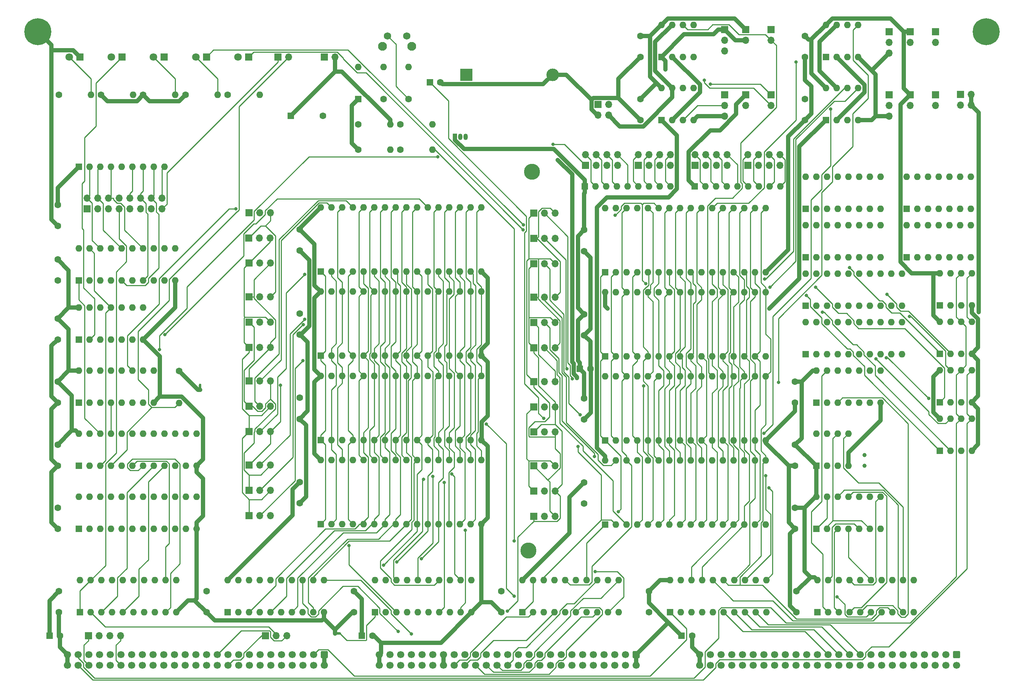
<source format=gbr>
%TF.GenerationSoftware,KiCad,Pcbnew,(6.0.11)*%
%TF.CreationDate,2023-05-28T18:57:32-04:00*%
%TF.ProjectId,memory.ROMRAM,6d656d6f-7279-42e5-924f-4d52414d2e6b,rev?*%
%TF.SameCoordinates,Original*%
%TF.FileFunction,Copper,L2,Bot*%
%TF.FilePolarity,Positive*%
%FSLAX46Y46*%
G04 Gerber Fmt 4.6, Leading zero omitted, Abs format (unit mm)*
G04 Created by KiCad (PCBNEW (6.0.11)) date 2023-05-28 18:57:32*
%MOMM*%
%LPD*%
G01*
G04 APERTURE LIST*
G04 Aperture macros list*
%AMRoundRect*
0 Rectangle with rounded corners*
0 $1 Rounding radius*
0 $2 $3 $4 $5 $6 $7 $8 $9 X,Y pos of 4 corners*
0 Add a 4 corners polygon primitive as box body*
4,1,4,$2,$3,$4,$5,$6,$7,$8,$9,$2,$3,0*
0 Add four circle primitives for the rounded corners*
1,1,$1+$1,$2,$3*
1,1,$1+$1,$4,$5*
1,1,$1+$1,$6,$7*
1,1,$1+$1,$8,$9*
0 Add four rect primitives between the rounded corners*
20,1,$1+$1,$2,$3,$4,$5,0*
20,1,$1+$1,$4,$5,$6,$7,0*
20,1,$1+$1,$6,$7,$8,$9,0*
20,1,$1+$1,$8,$9,$2,$3,0*%
G04 Aperture macros list end*
%TA.AperFunction,ComponentPad*%
%ADD10RoundRect,0.250000X-0.600000X0.600000X-0.600000X-0.600000X0.600000X-0.600000X0.600000X0.600000X0*%
%TD*%
%TA.AperFunction,ComponentPad*%
%ADD11C,1.700000*%
%TD*%
%TA.AperFunction,ComponentPad*%
%ADD12C,6.400000*%
%TD*%
%TA.AperFunction,ComponentPad*%
%ADD13C,1.600000*%
%TD*%
%TA.AperFunction,ComponentPad*%
%ADD14R,1.600000X1.600000*%
%TD*%
%TA.AperFunction,ComponentPad*%
%ADD15R,1.800000X1.800000*%
%TD*%
%TA.AperFunction,ComponentPad*%
%ADD16C,1.800000*%
%TD*%
%TA.AperFunction,ComponentPad*%
%ADD17O,1.600000X1.600000*%
%TD*%
%TA.AperFunction,ComponentPad*%
%ADD18R,1.700000X1.700000*%
%TD*%
%TA.AperFunction,ComponentPad*%
%ADD19O,1.700000X1.700000*%
%TD*%
%TA.AperFunction,ComponentPad*%
%ADD20R,1.050000X1.500000*%
%TD*%
%TA.AperFunction,ComponentPad*%
%ADD21O,1.050000X1.500000*%
%TD*%
%TA.AperFunction,ComponentPad*%
%ADD22R,1.600200X1.600200*%
%TD*%
%TA.AperFunction,ComponentPad*%
%ADD23C,1.600200*%
%TD*%
%TA.AperFunction,ComponentPad*%
%ADD24C,2.100000*%
%TD*%
%TA.AperFunction,ComponentPad*%
%ADD25C,1.750000*%
%TD*%
%TA.AperFunction,ComponentPad*%
%ADD26C,1.000000*%
%TD*%
%TA.AperFunction,ComponentPad*%
%ADD27C,0.600000*%
%TD*%
%TA.AperFunction,ComponentPad*%
%ADD28C,3.800000*%
%TD*%
%TA.AperFunction,ComponentPad*%
%ADD29R,3.000000X3.000000*%
%TD*%
%TA.AperFunction,ComponentPad*%
%ADD30C,3.000000*%
%TD*%
%TA.AperFunction,ViaPad*%
%ADD31C,0.800000*%
%TD*%
%TA.AperFunction,Conductor*%
%ADD32C,1.000000*%
%TD*%
%TA.AperFunction,Conductor*%
%ADD33C,0.250000*%
%TD*%
G04 APERTURE END LIST*
%TO.C,NT2*%
G36*
X111700000Y-218300000D02*
G01*
X110500000Y-218300000D01*
X110500000Y-217700000D01*
X111700000Y-217700000D01*
X111700000Y-218300000D01*
G37*
%TO.C,NT1*%
G36*
X78800000Y-160100000D02*
G01*
X78200000Y-160100000D01*
X78200000Y-158900000D01*
X78800000Y-158900000D01*
X78800000Y-160100000D01*
G37*
%TD*%
D10*
%TO.P,P3,1,Pin_1*%
%TO.N,VCC*%
X258000000Y-223000000D03*
D11*
%TO.P,P3,2,Pin_2*%
X258000000Y-225540000D03*
%TO.P,P3,3,Pin_3*%
%TO.N,/bus/D15*%
X255460000Y-223000000D03*
%TO.P,P3,4,Pin_4*%
%TO.N,/bus/D31*%
X255460000Y-225540000D03*
%TO.P,P3,5,Pin_5*%
%TO.N,/bus/D14*%
X252920000Y-223000000D03*
%TO.P,P3,6,Pin_6*%
%TO.N,/bus/D30*%
X252920000Y-225540000D03*
%TO.P,P3,7,Pin_7*%
%TO.N,/bus/D13*%
X250380000Y-223000000D03*
%TO.P,P3,8,Pin_8*%
%TO.N,/bus/D29*%
X250380000Y-225540000D03*
%TO.P,P3,9,Pin_9*%
%TO.N,/bus/D12*%
X247840000Y-223000000D03*
%TO.P,P3,10,Pin_10*%
%TO.N,/bus/D28*%
X247840000Y-225540000D03*
%TO.P,P3,11,Pin_11*%
%TO.N,/bus/D11*%
X245300000Y-223000000D03*
%TO.P,P3,12,Pin_12*%
%TO.N,/bus/D27*%
X245300000Y-225540000D03*
%TO.P,P3,13,Pin_13*%
%TO.N,/bus/D10*%
X242760000Y-223000000D03*
%TO.P,P3,14,Pin_14*%
%TO.N,/bus/D26*%
X242760000Y-225540000D03*
%TO.P,P3,15,Pin_15*%
%TO.N,/bus/D9*%
X240220000Y-223000000D03*
%TO.P,P3,16,Pin_16*%
%TO.N,/bus/D25*%
X240220000Y-225540000D03*
%TO.P,P3,17,Pin_17*%
%TO.N,/bus/D8*%
X237680000Y-223000000D03*
%TO.P,P3,18,Pin_18*%
%TO.N,/bus/D24*%
X237680000Y-225540000D03*
%TO.P,P3,19,Pin_19*%
%TO.N,D7*%
X235140000Y-223000000D03*
%TO.P,P3,20,Pin_20*%
%TO.N,/bus/D23*%
X235140000Y-225540000D03*
%TO.P,P3,21,Pin_21*%
%TO.N,D6*%
X232600000Y-223000000D03*
%TO.P,P3,22,Pin_22*%
%TO.N,/bus/D22*%
X232600000Y-225540000D03*
%TO.P,P3,23,Pin_23*%
%TO.N,D5*%
X230060000Y-223000000D03*
%TO.P,P3,24,Pin_24*%
%TO.N,/bus/D21*%
X230060000Y-225540000D03*
%TO.P,P3,25,Pin_25*%
%TO.N,D4*%
X227520000Y-223000000D03*
%TO.P,P3,26,Pin_26*%
%TO.N,/bus/D20*%
X227520000Y-225540000D03*
%TO.P,P3,27,Pin_27*%
%TO.N,D3*%
X224980000Y-223000000D03*
%TO.P,P3,28,Pin_28*%
%TO.N,/bus/D19*%
X224980000Y-225540000D03*
%TO.P,P3,29,Pin_29*%
%TO.N,D2*%
X222440000Y-223000000D03*
%TO.P,P3,30,Pin_30*%
%TO.N,/bus/D18*%
X222440000Y-225540000D03*
%TO.P,P3,31,Pin_31*%
%TO.N,D1*%
X219900000Y-223000000D03*
%TO.P,P3,32,Pin_32*%
%TO.N,/bus/D17*%
X219900000Y-225540000D03*
%TO.P,P3,33,Pin_33*%
%TO.N,D0*%
X217360000Y-223000000D03*
%TO.P,P3,34,Pin_34*%
%TO.N,/bus/D16*%
X217360000Y-225540000D03*
%TO.P,P3,35,Pin_35*%
%TO.N,/bus/~{BUSERR}*%
X214820000Y-223000000D03*
%TO.P,P3,36,Pin_36*%
%TO.N,/bus/UDS*%
X214820000Y-225540000D03*
%TO.P,P3,37,Pin_37*%
%TO.N,/bus/~{VPA}*%
X212280000Y-223000000D03*
%TO.P,P3,38,Pin_38*%
%TO.N,/bus/LDS*%
X212280000Y-225540000D03*
%TO.P,P3,39,Pin_39*%
%TO.N,/bus/~{VMA}*%
X209740000Y-223000000D03*
%TO.P,P3,40,Pin_40*%
%TO.N,/bus/S2*%
X209740000Y-225540000D03*
%TO.P,P3,41,Pin_41*%
%TO.N,/bus/~{BHE}*%
X207200000Y-223000000D03*
%TO.P,P3,42,Pin_42*%
%TO.N,/bus/S1*%
X207200000Y-225540000D03*
%TO.P,P3,43,Pin_43*%
%TO.N,/bus/IPL2*%
X204660000Y-223000000D03*
%TO.P,P3,44,Pin_44*%
%TO.N,/bus/S0*%
X204660000Y-225540000D03*
%TO.P,P3,45,Pin_45*%
%TO.N,/bus/IPL1*%
X202120000Y-223000000D03*
%TO.P,P3,46,Pin_46*%
%TO.N,/bus/AUXCLK3*%
X202120000Y-225540000D03*
%TO.P,P3,47,Pin_47*%
%TO.N,/bus/IPL0*%
X199580000Y-223000000D03*
%TO.P,P3,48,Pin_48*%
%TO.N,/bus/AUXCLK2*%
X199580000Y-225540000D03*
%TO.P,P3,49,Pin_49*%
%TO.N,GND*%
X197040000Y-223000000D03*
%TO.P,P3,50,Pin_50*%
X197040000Y-225540000D03*
%TD*%
D12*
%TO.P,H1,1,1*%
%TO.N,GND*%
X40000000Y-75000000D03*
%TD*%
%TO.P,H2,1,1*%
%TO.N,GND*%
X265000000Y-75000000D03*
%TD*%
D13*
%TO.P,C15,1*%
%TO.N,VCC*%
X169640000Y-182125200D03*
%TO.P,C15,2*%
%TO.N,GND*%
X169640000Y-187125200D03*
%TD*%
%TO.P,C16,1*%
%TO.N,VCC*%
X169640000Y-162130000D03*
%TO.P,C16,2*%
%TO.N,GND*%
X169640000Y-167130000D03*
%TD*%
%TO.P,C11,1*%
%TO.N,VCC*%
X150000000Y-207940000D03*
%TO.P,C11,2*%
%TO.N,GND*%
X150000000Y-212940000D03*
%TD*%
%TO.P,C12,1*%
%TO.N,VCC*%
X45000000Y-207940000D03*
%TO.P,C12,2*%
%TO.N,GND*%
X45000000Y-212940000D03*
%TD*%
%TO.P,C1,1*%
%TO.N,VCC*%
X44690000Y-173130000D03*
%TO.P,C1,2*%
%TO.N,GND*%
X44690000Y-178130000D03*
%TD*%
%TO.P,C4,1*%
%TO.N,VCC*%
X115000000Y-207940000D03*
%TO.P,C4,2*%
%TO.N,GND*%
X115000000Y-212940000D03*
%TD*%
%TO.P,C9,1*%
%TO.N,VCC*%
X80000000Y-207940000D03*
%TO.P,C9,2*%
%TO.N,GND*%
X80000000Y-212940000D03*
%TD*%
D14*
%TO.P,C25,1*%
%TO.N,VCC*%
X116879600Y-218500000D03*
D13*
%TO.P,C25,2*%
%TO.N,GND*%
X119379600Y-218500000D03*
%TD*%
D14*
%TO.P,C26,1*%
%TO.N,VCC*%
X42749800Y-218500000D03*
D13*
%TO.P,C26,2*%
%TO.N,GND*%
X45249800Y-218500000D03*
%TD*%
D15*
%TO.P,D5,1,K*%
%TO.N,GND*%
X50000000Y-81000000D03*
D16*
%TO.P,D5,2,A*%
%TO.N,Net-(D5-Pad2)*%
X47460000Y-81000000D03*
%TD*%
D13*
%TO.P,R7,1*%
%TO.N,VCC*%
X45000000Y-90000000D03*
D17*
%TO.P,R7,2*%
%TO.N,Net-(D5-Pad2)*%
X52620000Y-90000000D03*
%TD*%
D14*
%TO.P,U6,1,OEa*%
%TO.N,ZERO*%
X85000000Y-212940000D03*
D17*
%TO.P,U6,2,I0a*%
%TO.N,A0*%
X87540000Y-212940000D03*
%TO.P,U6,3,O3b*%
%TO.N,bA7*%
X90080000Y-212940000D03*
%TO.P,U6,4,I1a*%
%TO.N,A1*%
X92620000Y-212940000D03*
%TO.P,U6,5,O2b*%
%TO.N,bA6*%
X95160000Y-212940000D03*
%TO.P,U6,6,I2a*%
%TO.N,A2*%
X97700000Y-212940000D03*
%TO.P,U6,7,O1b*%
%TO.N,bA5*%
X100240000Y-212940000D03*
%TO.P,U6,8,I3a*%
%TO.N,A3*%
X102780000Y-212940000D03*
%TO.P,U6,9,O0b*%
%TO.N,bA4*%
X105320000Y-212940000D03*
%TO.P,U6,10,GND*%
%TO.N,GND*%
X107860000Y-212940000D03*
%TO.P,U6,11,I0b*%
%TO.N,A4*%
X107860000Y-205320000D03*
%TO.P,U6,12,O3a*%
%TO.N,bA3*%
X105320000Y-205320000D03*
%TO.P,U6,13,I1b*%
%TO.N,A5*%
X102780000Y-205320000D03*
%TO.P,U6,14,O2a*%
%TO.N,bA2*%
X100240000Y-205320000D03*
%TO.P,U6,15,I2b*%
%TO.N,A6*%
X97700000Y-205320000D03*
%TO.P,U6,16,O1a*%
%TO.N,bA1*%
X95160000Y-205320000D03*
%TO.P,U6,17,I3b*%
%TO.N,A7*%
X92620000Y-205320000D03*
%TO.P,U6,18,O0a*%
%TO.N,bA0*%
X90080000Y-205320000D03*
%TO.P,U6,19,OEb*%
%TO.N,ZERO*%
X87540000Y-205320000D03*
%TO.P,U6,20,VCC*%
%TO.N,VCC*%
X85000000Y-205320000D03*
%TD*%
D14*
%TO.P,U2,1,A18*%
%TO.N,bA18*%
X174640000Y-192130000D03*
D17*
%TO.P,U2,2,A16*%
%TO.N,bA16*%
X177180000Y-192130000D03*
%TO.P,U2,3,A14*%
%TO.N,Net-(J2-Pad2)*%
X179720000Y-192130000D03*
%TO.P,U2,4,A12*%
%TO.N,bA12*%
X182260000Y-192130000D03*
%TO.P,U2,5,A7*%
%TO.N,bA7*%
X184800000Y-192130000D03*
%TO.P,U2,6,A6*%
%TO.N,bA6*%
X187340000Y-192130000D03*
%TO.P,U2,7,A5*%
%TO.N,bA5*%
X189880000Y-192130000D03*
%TO.P,U2,8,A4*%
%TO.N,bA4*%
X192420000Y-192130000D03*
%TO.P,U2,9,A3*%
%TO.N,bA3*%
X194960000Y-192130000D03*
%TO.P,U2,10,A2*%
%TO.N,bA2*%
X197500000Y-192130000D03*
%TO.P,U2,11,A1*%
%TO.N,bA1*%
X200040000Y-192130000D03*
%TO.P,U2,12,A0*%
%TO.N,bA0*%
X202580000Y-192130000D03*
%TO.P,U2,13,DQ0*%
%TO.N,bD0*%
X205120000Y-192130000D03*
%TO.P,U2,14,DQ1*%
%TO.N,bD1*%
X207660000Y-192130000D03*
%TO.P,U2,15,DQ2*%
%TO.N,bD2*%
X210200000Y-192130000D03*
%TO.P,U2,16,VSS*%
%TO.N,GND*%
X212740000Y-192130000D03*
%TO.P,U2,17,DQ3*%
%TO.N,bD3*%
X212740000Y-176890000D03*
%TO.P,U2,18,DQ4*%
%TO.N,bD4*%
X210200000Y-176890000D03*
%TO.P,U2,19,DQ5*%
%TO.N,bD5*%
X207660000Y-176890000D03*
%TO.P,U2,20,DQ6*%
%TO.N,bD6*%
X205120000Y-176890000D03*
%TO.P,U2,21,DQ7*%
%TO.N,bD7*%
X202580000Y-176890000D03*
%TO.P,U2,22,CE#*%
%TO.N,~{CEO0}*%
X200040000Y-176890000D03*
%TO.P,U2,23,A10*%
%TO.N,bA10*%
X197500000Y-176890000D03*
%TO.P,U2,24,OE#*%
%TO.N,~{bRD}*%
X194960000Y-176890000D03*
%TO.P,U2,25,A11*%
%TO.N,bA11*%
X192420000Y-176890000D03*
%TO.P,U2,26,A9*%
%TO.N,bA9*%
X189880000Y-176890000D03*
%TO.P,U2,27,A8*%
%TO.N,bA8*%
X187340000Y-176890000D03*
%TO.P,U2,28,A13*%
%TO.N,bA13*%
X184800000Y-176890000D03*
%TO.P,U2,29,WE#*%
%TO.N,Net-(J3-Pad2)*%
X182260000Y-176890000D03*
%TO.P,U2,30,A17*%
%TO.N,bA17*%
X179720000Y-176890000D03*
%TO.P,U2,31,A15*%
%TO.N,Net-(J12-Pad2)*%
X177180000Y-176890000D03*
%TO.P,U2,32,VCC*%
%TO.N,VCC_SRAM0*%
X174640000Y-176890000D03*
%TD*%
D14*
%TO.P,U3,1,A18*%
%TO.N,bA18*%
X174640000Y-172130000D03*
D17*
%TO.P,U3,2,A16*%
%TO.N,bA16*%
X177180000Y-172130000D03*
%TO.P,U3,3,A14*%
%TO.N,Net-(J4-Pad2)*%
X179720000Y-172130000D03*
%TO.P,U3,4,A12*%
%TO.N,bA12*%
X182260000Y-172130000D03*
%TO.P,U3,5,A7*%
%TO.N,bA7*%
X184800000Y-172130000D03*
%TO.P,U3,6,A6*%
%TO.N,bA6*%
X187340000Y-172130000D03*
%TO.P,U3,7,A5*%
%TO.N,bA5*%
X189880000Y-172130000D03*
%TO.P,U3,8,A4*%
%TO.N,bA4*%
X192420000Y-172130000D03*
%TO.P,U3,9,A3*%
%TO.N,bA3*%
X194960000Y-172130000D03*
%TO.P,U3,10,A2*%
%TO.N,bA2*%
X197500000Y-172130000D03*
%TO.P,U3,11,A1*%
%TO.N,bA1*%
X200040000Y-172130000D03*
%TO.P,U3,12,A0*%
%TO.N,bA0*%
X202580000Y-172130000D03*
%TO.P,U3,13,DQ0*%
%TO.N,bD0*%
X205120000Y-172130000D03*
%TO.P,U3,14,DQ1*%
%TO.N,bD1*%
X207660000Y-172130000D03*
%TO.P,U3,15,DQ2*%
%TO.N,bD2*%
X210200000Y-172130000D03*
%TO.P,U3,16,VSS*%
%TO.N,GND*%
X212740000Y-172130000D03*
%TO.P,U3,17,DQ3*%
%TO.N,bD3*%
X212740000Y-156890000D03*
%TO.P,U3,18,DQ4*%
%TO.N,bD4*%
X210200000Y-156890000D03*
%TO.P,U3,19,DQ5*%
%TO.N,bD5*%
X207660000Y-156890000D03*
%TO.P,U3,20,DQ6*%
%TO.N,bD6*%
X205120000Y-156890000D03*
%TO.P,U3,21,DQ7*%
%TO.N,bD7*%
X202580000Y-156890000D03*
%TO.P,U3,22,CE#*%
%TO.N,~{CEO1}*%
X200040000Y-156890000D03*
%TO.P,U3,23,A10*%
%TO.N,bA10*%
X197500000Y-156890000D03*
%TO.P,U3,24,OE#*%
%TO.N,~{bRD}*%
X194960000Y-156890000D03*
%TO.P,U3,25,A11*%
%TO.N,bA11*%
X192420000Y-156890000D03*
%TO.P,U3,26,A9*%
%TO.N,bA9*%
X189880000Y-156890000D03*
%TO.P,U3,27,A8*%
%TO.N,bA8*%
X187340000Y-156890000D03*
%TO.P,U3,28,A13*%
%TO.N,bA13*%
X184800000Y-156890000D03*
%TO.P,U3,29,WE#*%
%TO.N,Net-(J11-Pad2)*%
X182260000Y-156890000D03*
%TO.P,U3,30,A17*%
%TO.N,bA17*%
X179720000Y-156890000D03*
%TO.P,U3,31,A15*%
%TO.N,Net-(J13-Pad2)*%
X177180000Y-156890000D03*
%TO.P,U3,32,VCC*%
%TO.N,VCC_SRAM1*%
X174640000Y-156890000D03*
%TD*%
D14*
%TO.P,U17,1,OEa*%
%TO.N,ZERO*%
X50000000Y-212940000D03*
D17*
%TO.P,U17,2,I0a*%
%TO.N,Net-(J1-Pad2)*%
X52540000Y-212940000D03*
%TO.P,U17,3,O3b*%
%TO.N,~{bRD}*%
X55080000Y-212940000D03*
%TO.P,U17,4,I1a*%
%TO.N,unconnected-(U17-Pad4)*%
X57620000Y-212940000D03*
%TO.P,U17,5,O2b*%
%TO.N,~{bWR}*%
X60160000Y-212940000D03*
%TO.P,U17,6,I2a*%
%TO.N,unconnected-(U17-Pad6)*%
X62700000Y-212940000D03*
%TO.P,U17,7,O1b*%
%TO.N,~{bMREQ}*%
X65240000Y-212940000D03*
%TO.P,U17,8,I3a*%
%TO.N,~{M1}*%
X67780000Y-212940000D03*
%TO.P,U17,9,O0b*%
%TO.N,~{bIORQ}*%
X70320000Y-212940000D03*
%TO.P,U17,10,GND*%
%TO.N,GND*%
X72860000Y-212940000D03*
%TO.P,U17,11,I0b*%
%TO.N,~{IORQ}*%
X72860000Y-205320000D03*
%TO.P,U17,12,O3a*%
%TO.N,~{bM1}*%
X70320000Y-205320000D03*
%TO.P,U17,13,I1b*%
%TO.N,~{MREQ}*%
X67780000Y-205320000D03*
%TO.P,U17,14,O2a*%
%TO.N,unconnected-(U17-Pad14)*%
X65240000Y-205320000D03*
%TO.P,U17,15,I2b*%
%TO.N,~{WR}*%
X62700000Y-205320000D03*
%TO.P,U17,16,O1a*%
%TO.N,unconnected-(U17-Pad16)*%
X60160000Y-205320000D03*
%TO.P,U17,17,I3b*%
%TO.N,~{RD}*%
X57620000Y-205320000D03*
%TO.P,U17,18,O0a*%
%TO.N,~{bRESET}*%
X55080000Y-205320000D03*
%TO.P,U17,19,OEb*%
%TO.N,ZERO*%
X52540000Y-205320000D03*
%TO.P,U17,20,VCC*%
%TO.N,VCC*%
X50000000Y-205320000D03*
%TD*%
D14*
%TO.P,U16,1*%
%TO.N,~{CS_MEM}*%
X49690000Y-148130000D03*
D17*
%TO.P,U16,2*%
%TO.N,Net-(D3-Pad1)*%
X52230000Y-148130000D03*
%TO.P,U16,3*%
%TO.N,unconnected-(U16-Pad3)*%
X54770000Y-148130000D03*
%TO.P,U16,4*%
%TO.N,unconnected-(U16-Pad4)*%
X57310000Y-148130000D03*
%TO.P,U16,5*%
%TO.N,unconnected-(U16-Pad5)*%
X59850000Y-148130000D03*
%TO.P,U16,6*%
%TO.N,unconnected-(U16-Pad6)*%
X62390000Y-148130000D03*
%TO.P,U16,7,GND*%
%TO.N,GND*%
X64930000Y-148130000D03*
%TO.P,U16,8*%
%TO.N,unconnected-(U16-Pad8)*%
X64930000Y-140510000D03*
%TO.P,U16,9*%
%TO.N,unconnected-(U16-Pad9)*%
X62390000Y-140510000D03*
%TO.P,U16,10*%
%TO.N,Net-(D8-Pad1)*%
X59850000Y-140510000D03*
%TO.P,U16,11*%
%TO.N,~{CS_RTC}*%
X57310000Y-140510000D03*
%TO.P,U16,12*%
%TO.N,unconnected-(U16-Pad12)*%
X54770000Y-140510000D03*
%TO.P,U16,13*%
%TO.N,unconnected-(U16-Pad13)*%
X52230000Y-140510000D03*
%TO.P,U16,14,VCC*%
%TO.N,VCC*%
X49690000Y-140510000D03*
%TD*%
D13*
%TO.P,C10,1*%
%TO.N,VCC*%
X185000000Y-207940000D03*
%TO.P,C10,2*%
%TO.N,GND*%
X185000000Y-212940000D03*
%TD*%
D14*
%TO.P,U7,1,OEa*%
%TO.N,ZERO*%
X120000000Y-212940000D03*
D17*
%TO.P,U7,2,I0a*%
%TO.N,A8*%
X122540000Y-212940000D03*
%TO.P,U7,3,O3b*%
%TO.N,bA15*%
X125080000Y-212940000D03*
%TO.P,U7,4,I1a*%
%TO.N,A9*%
X127620000Y-212940000D03*
%TO.P,U7,5,O2b*%
%TO.N,bA14*%
X130160000Y-212940000D03*
%TO.P,U7,6,I2a*%
%TO.N,A10*%
X132700000Y-212940000D03*
%TO.P,U7,7,O1b*%
%TO.N,bA13*%
X135240000Y-212940000D03*
%TO.P,U7,8,I3a*%
%TO.N,A11*%
X137780000Y-212940000D03*
%TO.P,U7,9,O0b*%
%TO.N,bA12*%
X140320000Y-212940000D03*
%TO.P,U7,10,GND*%
%TO.N,GND*%
X142860000Y-212940000D03*
%TO.P,U7,11,I0b*%
%TO.N,A12*%
X142860000Y-205320000D03*
%TO.P,U7,12,O3a*%
%TO.N,bA11*%
X140320000Y-205320000D03*
%TO.P,U7,13,I1b*%
%TO.N,A13*%
X137780000Y-205320000D03*
%TO.P,U7,14,O2a*%
%TO.N,bA10*%
X135240000Y-205320000D03*
%TO.P,U7,15,I2b*%
%TO.N,A14*%
X132700000Y-205320000D03*
%TO.P,U7,16,O1a*%
%TO.N,bA9*%
X130160000Y-205320000D03*
%TO.P,U7,17,I3b*%
%TO.N,A15*%
X127620000Y-205320000D03*
%TO.P,U7,18,O0a*%
%TO.N,bA8*%
X125080000Y-205320000D03*
%TO.P,U7,19,OEb*%
%TO.N,ZERO*%
X122540000Y-205320000D03*
%TO.P,U7,20,VCC*%
%TO.N,VCC*%
X120000000Y-205320000D03*
%TD*%
D14*
%TO.P,U4,1,G*%
%TO.N,~{IO_EN}*%
X49690000Y-134130000D03*
D17*
%TO.P,U4,2,P0*%
%TO.N,bA0*%
X52230000Y-134130000D03*
%TO.P,U4,3,R0*%
%TO.N,Net-(JP3-Pad16)*%
X54770000Y-134130000D03*
%TO.P,U4,4,P1*%
%TO.N,bA1*%
X57310000Y-134130000D03*
%TO.P,U4,5,R1*%
%TO.N,Net-(JP3-Pad14)*%
X59850000Y-134130000D03*
%TO.P,U4,6,P2*%
%TO.N,bA2*%
X62390000Y-134130000D03*
%TO.P,U4,7,R2*%
%TO.N,Net-(JP3-Pad12)*%
X64930000Y-134130000D03*
%TO.P,U4,8,P3*%
%TO.N,bA3*%
X67470000Y-134130000D03*
%TO.P,U4,9,R3*%
%TO.N,Net-(JP3-Pad10)*%
X70010000Y-134130000D03*
%TO.P,U4,10,GND*%
%TO.N,GND*%
X72550000Y-134130000D03*
%TO.P,U4,11,P4*%
%TO.N,bA4*%
X72550000Y-126510000D03*
%TO.P,U4,12,R4*%
%TO.N,Net-(JP3-Pad8)*%
X70010000Y-126510000D03*
%TO.P,U4,13,P5*%
%TO.N,bA5*%
X67470000Y-126510000D03*
%TO.P,U4,14,R5*%
%TO.N,Net-(JP3-Pad6)*%
X64930000Y-126510000D03*
%TO.P,U4,15,P6*%
%TO.N,bA6*%
X62390000Y-126510000D03*
%TO.P,U4,16,R6*%
%TO.N,Net-(JP3-Pad4)*%
X59850000Y-126510000D03*
%TO.P,U4,17,P7*%
%TO.N,bA7*%
X57310000Y-126510000D03*
%TO.P,U4,18,R7*%
%TO.N,Net-(JP3-Pad2)*%
X54770000Y-126510000D03*
%TO.P,U4,19,P=R*%
%TO.N,~{CS_RTC}*%
X52230000Y-126510000D03*
%TO.P,U4,20,VCC*%
%TO.N,VCC*%
X49690000Y-126510000D03*
%TD*%
D14*
%TO.P,RN1,1,common*%
%TO.N,VCC*%
X49690000Y-107130000D03*
D17*
%TO.P,RN1,2,R1*%
%TO.N,Net-(JP3-Pad2)*%
X52230000Y-107130000D03*
%TO.P,RN1,3,R2*%
%TO.N,Net-(JP3-Pad4)*%
X54770000Y-107130000D03*
%TO.P,RN1,4,R3*%
%TO.N,Net-(JP3-Pad6)*%
X57310000Y-107130000D03*
%TO.P,RN1,5,R4*%
%TO.N,Net-(JP3-Pad8)*%
X59850000Y-107130000D03*
%TO.P,RN1,6,R5*%
%TO.N,Net-(JP3-Pad10)*%
X62390000Y-107130000D03*
%TO.P,RN1,7,R6*%
%TO.N,Net-(JP3-Pad12)*%
X64930000Y-107130000D03*
%TO.P,RN1,8,R7*%
%TO.N,Net-(JP3-Pad14)*%
X67470000Y-107130000D03*
%TO.P,RN1,9,R8*%
%TO.N,Net-(JP3-Pad16)*%
X70010000Y-107130000D03*
%TD*%
D13*
%TO.P,C5,1*%
%TO.N,VCC*%
X44690000Y-129130000D03*
%TO.P,C5,2*%
%TO.N,GND*%
X44690000Y-134130000D03*
%TD*%
D18*
%TO.P,JP3,1,Pin_1*%
%TO.N,ZERO*%
X51690000Y-117130000D03*
D19*
%TO.P,JP3,2,Pin_2*%
%TO.N,Net-(JP3-Pad2)*%
X51690000Y-114590000D03*
%TO.P,JP3,3,Pin_3*%
%TO.N,ZERO*%
X54230000Y-117130000D03*
%TO.P,JP3,4,Pin_4*%
%TO.N,Net-(JP3-Pad4)*%
X54230000Y-114590000D03*
%TO.P,JP3,5,Pin_5*%
%TO.N,ZERO*%
X56770000Y-117130000D03*
%TO.P,JP3,6,Pin_6*%
%TO.N,Net-(JP3-Pad6)*%
X56770000Y-114590000D03*
%TO.P,JP3,7,Pin_7*%
%TO.N,ZERO*%
X59310000Y-117130000D03*
%TO.P,JP3,8,Pin_8*%
%TO.N,Net-(JP3-Pad8)*%
X59310000Y-114590000D03*
%TO.P,JP3,9,Pin_9*%
%TO.N,ZERO*%
X61850000Y-117130000D03*
%TO.P,JP3,10,Pin_10*%
%TO.N,Net-(JP3-Pad10)*%
X61850000Y-114590000D03*
%TO.P,JP3,11,Pin_11*%
%TO.N,ZERO*%
X64390000Y-117130000D03*
%TO.P,JP3,12,Pin_12*%
%TO.N,Net-(JP3-Pad12)*%
X64390000Y-114590000D03*
%TO.P,JP3,13,Pin_13*%
%TO.N,ZERO*%
X66930000Y-117130000D03*
%TO.P,JP3,14,Pin_14*%
%TO.N,Net-(JP3-Pad14)*%
X66930000Y-114590000D03*
%TO.P,JP3,15,Pin_15*%
%TO.N,ZERO*%
X69470000Y-117130000D03*
%TO.P,JP3,16,Pin_16*%
%TO.N,Net-(JP3-Pad16)*%
X69470000Y-114590000D03*
%TD*%
D13*
%TO.P,C2,1*%
%TO.N,VCC*%
X44690000Y-116130000D03*
%TO.P,C2,2*%
%TO.N,GND*%
X44690000Y-121130000D03*
%TD*%
%TO.P,C3,1*%
%TO.N,VCC*%
X219690000Y-173130000D03*
%TO.P,C3,2*%
%TO.N,GND*%
X219690000Y-178130000D03*
%TD*%
D14*
%TO.P,C27,1*%
%TO.N,VCC*%
X192749800Y-218500000D03*
D13*
%TO.P,C27,2*%
%TO.N,GND*%
X195249800Y-218500000D03*
%TD*%
D14*
%TO.P,C28,1*%
%TO.N,/RTC/USERBUTN*%
X133000000Y-87000000D03*
D13*
%TO.P,C28,2*%
%TO.N,GND*%
X135500000Y-87000000D03*
%TD*%
%TO.P,C30,1*%
%TO.N,VCC*%
X219690000Y-188130000D03*
%TO.P,C30,2*%
%TO.N,GND*%
X219690000Y-193130000D03*
%TD*%
%TO.P,C32,1*%
%TO.N,VCC*%
X44690000Y-143130000D03*
%TO.P,C32,2*%
%TO.N,GND*%
X44690000Y-148130000D03*
%TD*%
%TO.P,C33,1*%
%TO.N,VCC*%
X44690000Y-158130000D03*
%TO.P,C33,2*%
%TO.N,GND*%
X44690000Y-163130000D03*
%TD*%
%TO.P,C34,1*%
%TO.N,VCC*%
X219690000Y-158130000D03*
%TO.P,C34,2*%
%TO.N,GND*%
X219690000Y-163130000D03*
%TD*%
D15*
%TO.P,D8,1,K*%
%TO.N,Net-(D8-Pad1)*%
X70000000Y-81000000D03*
D16*
%TO.P,D8,2,A*%
%TO.N,Net-(D8-Pad2)*%
X67460000Y-81000000D03*
%TD*%
D15*
%TO.P,D10,1,K*%
%TO.N,Net-(D10-Pad1)*%
X80000000Y-81000000D03*
D16*
%TO.P,D10,2,A*%
%TO.N,Net-(D10-Pad2)*%
X77460000Y-81000000D03*
%TD*%
D15*
%TO.P,D11,1,K*%
%TO.N,Net-(D11-Pad1)*%
X90000000Y-81000000D03*
D16*
%TO.P,D11,2,A*%
%TO.N,Net-(D11-Pad2)*%
X87460000Y-81000000D03*
%TD*%
D18*
%TO.P,JP9,1,A*%
%TO.N,Net-(JP9-Pad1)*%
X108000000Y-81000000D03*
D19*
%TO.P,JP9,2,B*%
%TO.N,GND*%
X110540000Y-81000000D03*
%TD*%
D18*
%TO.P,JP10,1,Pin_1*%
%TO.N,VBAT1*%
X258925000Y-89925000D03*
D19*
%TO.P,JP10,2,Pin_2*%
%TO.N,/RTC/VBAT*%
X261465000Y-89925000D03*
%TO.P,JP10,3,Pin_3*%
%TO.N,VBAT2*%
X258925000Y-92465000D03*
%TO.P,JP10,4,Pin_4*%
%TO.N,/RTC/VBAT*%
X261465000Y-92465000D03*
%TD*%
D10*
%TO.P,P1,1,Pin_1*%
%TO.N,VCC*%
X108000000Y-223000000D03*
D11*
%TO.P,P1,2,Pin_2*%
X108000000Y-225540000D03*
%TO.P,P1,3,Pin_3*%
%TO.N,~{RD}*%
X105460000Y-223000000D03*
%TO.P,P1,4,Pin_4*%
%TO.N,/bus/E*%
X105460000Y-225540000D03*
%TO.P,P1,5,Pin_5*%
%TO.N,~{WR}*%
X102920000Y-223000000D03*
%TO.P,P1,6,Pin_6*%
%TO.N,/bus/ST*%
X102920000Y-225540000D03*
%TO.P,P1,7,Pin_7*%
%TO.N,~{IORQ}*%
X100380000Y-223000000D03*
%TO.P,P1,8,Pin_8*%
%TO.N,/bus/PHI*%
X100380000Y-225540000D03*
%TO.P,P1,9,Pin_9*%
%TO.N,~{MREQ}*%
X97840000Y-223000000D03*
%TO.P,P1,10,Pin_10*%
%TO.N,/bus/~{INT2}*%
X97840000Y-225540000D03*
%TO.P,P1,11,Pin_11*%
%TO.N,~{M1}*%
X95300000Y-223000000D03*
%TO.P,P1,12,Pin_12*%
%TO.N,/bus/~{INT1}*%
X95300000Y-225540000D03*
%TO.P,P1,13,Pin_13*%
%TO.N,/bus/~{BUSACK}*%
X92760000Y-223000000D03*
%TO.P,P1,14,Pin_14*%
%TO.N,/bus/CRUCLK*%
X92760000Y-225540000D03*
%TO.P,P1,15,Pin_15*%
%TO.N,/bus/CLK*%
X90220000Y-223000000D03*
%TO.P,P1,16,Pin_16*%
%TO.N,/bus/CRUOUT*%
X90220000Y-225540000D03*
%TO.P,P1,17,Pin_17*%
%TO.N,/bus/~{INT0}*%
X87680000Y-223000000D03*
%TO.P,P1,18,Pin_18*%
%TO.N,/bus/CRUIN*%
X87680000Y-225540000D03*
%TO.P,P1,19,Pin_19*%
%TO.N,/bus/~{NMI}*%
X85140000Y-223000000D03*
%TO.P,P1,20,Pin_20*%
%TO.N,~{RES_IN}*%
X85140000Y-225540000D03*
%TO.P,P1,21,Pin_21*%
%TO.N,~{RES_OUT}*%
X82600000Y-223000000D03*
%TO.P,P1,22,Pin_22*%
%TO.N,/bus/USER8*%
X82600000Y-225540000D03*
%TO.P,P1,23,Pin_23*%
%TO.N,/bus/~{BUSRQ}*%
X80060000Y-223000000D03*
%TO.P,P1,24,Pin_24*%
%TO.N,/bus/USER7*%
X80060000Y-225540000D03*
%TO.P,P1,25,Pin_25*%
%TO.N,/bus/~{WAIT}*%
X77520000Y-223000000D03*
%TO.P,P1,26,Pin_26*%
%TO.N,/bus/USER6*%
X77520000Y-225540000D03*
%TO.P,P1,27,Pin_27*%
%TO.N,/bus/~{HALT}*%
X74980000Y-223000000D03*
%TO.P,P1,28,Pin_28*%
%TO.N,/bus/USER5*%
X74980000Y-225540000D03*
%TO.P,P1,29,Pin_29*%
%TO.N,/bus/~{RFSH}*%
X72440000Y-223000000D03*
%TO.P,P1,30,Pin_30*%
%TO.N,/bus/USER4*%
X72440000Y-225540000D03*
%TO.P,P1,31,Pin_31*%
%TO.N,/bus/~{EIRQ7}*%
X69900000Y-223000000D03*
%TO.P,P1,32,Pin_32*%
%TO.N,/bus/USER3*%
X69900000Y-225540000D03*
%TO.P,P1,33,Pin_33*%
%TO.N,/bus/~{EIRQ6}*%
X67360000Y-223000000D03*
%TO.P,P1,34,Pin_34*%
%TO.N,/bus/USER2*%
X67360000Y-225540000D03*
%TO.P,P1,35,Pin_35*%
%TO.N,/bus/~{EIRQ5}*%
X64820000Y-223000000D03*
%TO.P,P1,36,Pin_36*%
%TO.N,/bus/USER1*%
X64820000Y-225540000D03*
%TO.P,P1,37,Pin_37*%
%TO.N,/bus/~{EIRQ4}*%
X62280000Y-223000000D03*
%TO.P,P1,38,Pin_38*%
%TO.N,/bus/USER0*%
X62280000Y-225540000D03*
%TO.P,P1,39,Pin_39*%
%TO.N,/bus/~{EIRQ3}*%
X59740000Y-223000000D03*
%TO.P,P1,40,Pin_40*%
%TO.N,~{BAI}*%
X59740000Y-225540000D03*
%TO.P,P1,41,Pin_41*%
%TO.N,/bus/~{EIRQ2}*%
X57200000Y-223000000D03*
%TO.P,P1,42,Pin_42*%
%TO.N,~{BAO}*%
X57200000Y-225540000D03*
%TO.P,P1,43,Pin_43*%
%TO.N,/bus/~{EIRQ1}*%
X54660000Y-223000000D03*
%TO.P,P1,44,Pin_44*%
%TO.N,~{IEI}*%
X54660000Y-225540000D03*
%TO.P,P1,45,Pin_45*%
%TO.N,/bus/~{EIRQ0}*%
X52120000Y-223000000D03*
%TO.P,P1,46,Pin_46*%
%TO.N,~{IEO}*%
X52120000Y-225540000D03*
%TO.P,P1,47,Pin_47*%
%TO.N,I2C_SCL*%
X49580000Y-223000000D03*
%TO.P,P1,48,Pin_48*%
%TO.N,I2C_SDA*%
X49580000Y-225540000D03*
%TO.P,P1,49,Pin_49*%
%TO.N,GND*%
X47040000Y-223000000D03*
%TO.P,P1,50,Pin_50*%
X47040000Y-225540000D03*
%TD*%
D10*
%TO.P,P2,1,Pin_1*%
%TO.N,VCC*%
X182000000Y-223000000D03*
D11*
%TO.P,P2,2,Pin_2*%
X182000000Y-225540000D03*
%TO.P,P2,3,Pin_3*%
%TO.N,A15*%
X179460000Y-223000000D03*
%TO.P,P2,4,Pin_4*%
%TO.N,/bus/A31*%
X179460000Y-225540000D03*
%TO.P,P2,5,Pin_5*%
%TO.N,A14*%
X176920000Y-223000000D03*
%TO.P,P2,6,Pin_6*%
%TO.N,/bus/A30*%
X176920000Y-225540000D03*
%TO.P,P2,7,Pin_7*%
%TO.N,A13*%
X174380000Y-223000000D03*
%TO.P,P2,8,Pin_8*%
%TO.N,/bus/A29*%
X174380000Y-225540000D03*
%TO.P,P2,9,Pin_9*%
%TO.N,A12*%
X171840000Y-223000000D03*
%TO.P,P2,10,Pin_10*%
%TO.N,/bus/A28*%
X171840000Y-225540000D03*
%TO.P,P2,11,Pin_11*%
%TO.N,A11*%
X169300000Y-223000000D03*
%TO.P,P2,12,Pin_12*%
%TO.N,/bus/A27*%
X169300000Y-225540000D03*
%TO.P,P2,13,Pin_13*%
%TO.N,A10*%
X166760000Y-223000000D03*
%TO.P,P2,14,Pin_14*%
%TO.N,/bus/A26*%
X166760000Y-225540000D03*
%TO.P,P2,15,Pin_15*%
%TO.N,A9*%
X164220000Y-223000000D03*
%TO.P,P2,16,Pin_16*%
%TO.N,/bus/A25*%
X164220000Y-225540000D03*
%TO.P,P2,17,Pin_17*%
%TO.N,A8*%
X161680000Y-223000000D03*
%TO.P,P2,18,Pin_18*%
%TO.N,/bus/A24*%
X161680000Y-225540000D03*
%TO.P,P2,19,Pin_19*%
%TO.N,+12V*%
X159140000Y-223000000D03*
%TO.P,P2,20,Pin_20*%
X159140000Y-225540000D03*
%TO.P,P2,21,Pin_21*%
%TO.N,A7*%
X156600000Y-223000000D03*
%TO.P,P2,22,Pin_22*%
%TO.N,/bus/A23*%
X156600000Y-225540000D03*
%TO.P,P2,23,Pin_23*%
%TO.N,A6*%
X154060000Y-223000000D03*
%TO.P,P2,24,Pin_24*%
%TO.N,/bus/A22*%
X154060000Y-225540000D03*
%TO.P,P2,25,Pin_25*%
%TO.N,A5*%
X151520000Y-223000000D03*
%TO.P,P2,26,Pin_26*%
%TO.N,A21*%
X151520000Y-225540000D03*
%TO.P,P2,27,Pin_27*%
%TO.N,A4*%
X148980000Y-223000000D03*
%TO.P,P2,28,Pin_28*%
%TO.N,A20*%
X148980000Y-225540000D03*
%TO.P,P2,29,Pin_29*%
%TO.N,A3*%
X146440000Y-223000000D03*
%TO.P,P2,30,Pin_30*%
%TO.N,A19*%
X146440000Y-225540000D03*
%TO.P,P2,31,Pin_31*%
%TO.N,A2*%
X143900000Y-223000000D03*
%TO.P,P2,32,Pin_32*%
%TO.N,A18*%
X143900000Y-225540000D03*
%TO.P,P2,33,Pin_33*%
%TO.N,A1*%
X141360000Y-223000000D03*
%TO.P,P2,34,Pin_34*%
%TO.N,A17*%
X141360000Y-225540000D03*
%TO.P,P2,35,Pin_35*%
%TO.N,A0*%
X138820000Y-223000000D03*
%TO.P,P2,36,Pin_36*%
%TO.N,A16*%
X138820000Y-225540000D03*
%TO.P,P2,37,Pin_37*%
%TO.N,-12V*%
X136280000Y-223000000D03*
%TO.P,P2,38,Pin_38*%
X136280000Y-225540000D03*
%TO.P,P2,39,Pin_39*%
%TO.N,/bus/IC3*%
X133740000Y-223000000D03*
%TO.P,P2,40,Pin_40*%
%TO.N,/bus/~{TEND1}*%
X133740000Y-225540000D03*
%TO.P,P2,41,Pin_41*%
%TO.N,/bus/IC2*%
X131200000Y-223000000D03*
%TO.P,P2,42,Pin_42*%
%TO.N,/bus/~{DREQ1}*%
X131200000Y-225540000D03*
%TO.P,P2,43,Pin_43*%
%TO.N,/bus/IC1*%
X128660000Y-223000000D03*
%TO.P,P2,44,Pin_44*%
%TO.N,/bus/~{TEND0}*%
X128660000Y-225540000D03*
%TO.P,P2,45,Pin_45*%
%TO.N,/bus/IC0*%
X126120000Y-223000000D03*
%TO.P,P2,46,Pin_46*%
%TO.N,/bus/~{DREQ0}*%
X126120000Y-225540000D03*
%TO.P,P2,47,Pin_47*%
%TO.N,/bus/AUXCLK1*%
X123580000Y-223000000D03*
%TO.P,P2,48,Pin_48*%
%TO.N,/bus/AUXCLK0*%
X123580000Y-225540000D03*
%TO.P,P2,49,Pin_49*%
%TO.N,GND*%
X121040000Y-223000000D03*
%TO.P,P2,50,Pin_50*%
X121040000Y-225540000D03*
%TD*%
D20*
%TO.P,Q1,1,E*%
%TO.N,VCC*%
X139000000Y-100000000D03*
D21*
%TO.P,Q1,2,B*%
%TO.N,Net-(Q1-Pad2)*%
X140270000Y-100000000D03*
%TO.P,Q1,3,C*%
%TO.N,Net-(Q1-Pad3)*%
X141540000Y-100000000D03*
%TD*%
D13*
%TO.P,R8,1*%
%TO.N,VCC*%
X116000000Y-103000000D03*
D17*
%TO.P,R8,2*%
%TO.N,Net-(Q1-Pad2)*%
X123620000Y-103000000D03*
%TD*%
D13*
%TO.P,R9,1*%
%TO.N,Net-(Q1-Pad2)*%
X126000000Y-103000000D03*
D17*
%TO.P,R9,2*%
%TO.N,/RTC/SPEAKER*%
X133620000Y-103000000D03*
%TD*%
D13*
%TO.P,R10,1*%
%TO.N,Net-(Q1-Pad3)*%
X126000000Y-97000000D03*
D17*
%TO.P,R10,2*%
%TO.N,Net-(R10-Pad2)*%
X133620000Y-97000000D03*
%TD*%
D13*
%TO.P,R11,1*%
%TO.N,Net-(R10-Pad2)*%
X116000000Y-97000000D03*
D17*
%TO.P,R11,2*%
%TO.N,GND*%
X123620000Y-97000000D03*
%TD*%
D13*
%TO.P,R12,1*%
%TO.N,VCC*%
X122000000Y-91000000D03*
D17*
%TO.P,R12,2*%
%TO.N,/RTC/USERBUTN*%
X122000000Y-83380000D03*
%TD*%
D13*
%TO.P,R13,1*%
%TO.N,Net-(JP9-Pad1)*%
X128000000Y-91000000D03*
D17*
%TO.P,R13,2*%
%TO.N,/RTC/USERBUTN*%
X128000000Y-83380000D03*
%TD*%
D13*
%TO.P,R15,1*%
%TO.N,VCC*%
X65000000Y-90000000D03*
D17*
%TO.P,R15,2*%
%TO.N,Net-(D8-Pad2)*%
X72620000Y-90000000D03*
%TD*%
D13*
%TO.P,R17,1*%
%TO.N,VCC*%
X75000000Y-90000000D03*
D17*
%TO.P,R17,2*%
%TO.N,Net-(D10-Pad2)*%
X82620000Y-90000000D03*
%TD*%
D13*
%TO.P,R18,1*%
%TO.N,VCC*%
X85000000Y-90000000D03*
D17*
%TO.P,R18,2*%
%TO.N,Net-(D11-Pad2)*%
X92620000Y-90000000D03*
%TD*%
D22*
%TO.P,SP1,1,1*%
%TO.N,GND*%
X100000000Y-95000000D03*
D23*
%TO.P,SP1,2,2*%
%TO.N,Net-(R10-Pad2)*%
X107610000Y-95000000D03*
%TD*%
D24*
%TO.P,SW1,*%
%TO.N,*%
X121750000Y-78490000D03*
X128760000Y-78490000D03*
D25*
%TO.P,SW1,1,1*%
%TO.N,Net-(JP9-Pad1)*%
X123000000Y-76000000D03*
%TO.P,SW1,2,2*%
%TO.N,GND*%
X127500000Y-76000000D03*
%TD*%
D14*
%TO.P,U24,1,~{Mr}*%
%TO.N,~{bRESET}*%
X225000000Y-212940000D03*
D17*
%TO.P,U24,2,Q0*%
%TO.N,/RTC/USERLED0*%
X227540000Y-212940000D03*
%TO.P,U24,3,D0*%
%TO.N,bD0*%
X230080000Y-212940000D03*
%TO.P,U24,4,D1*%
%TO.N,bD1*%
X232620000Y-212940000D03*
%TO.P,U24,5,Q1*%
%TO.N,/RTC/USERLED1*%
X235160000Y-212940000D03*
%TO.P,U24,6,Q2*%
%TO.N,/RTC/SPEAKER*%
X237700000Y-212940000D03*
%TO.P,U24,7,D2*%
%TO.N,bD2*%
X240240000Y-212940000D03*
%TO.P,U24,8,D3*%
%TO.N,bD3*%
X242780000Y-212940000D03*
%TO.P,U24,9,Q3*%
%TO.N,~{MEM_EN}*%
X245320000Y-212940000D03*
%TO.P,U24,10,GND*%
%TO.N,GND*%
X247860000Y-212940000D03*
%TO.P,U24,11,Cp*%
%TO.N,~{RTC_WR}*%
X247860000Y-205320000D03*
%TO.P,U24,12,Q4*%
%TO.N,/RTC/RTC_RST_IN*%
X245320000Y-205320000D03*
%TO.P,U24,13,D4*%
%TO.N,bD4*%
X242780000Y-205320000D03*
%TO.P,U24,14,D5*%
%TO.N,bD5*%
X240240000Y-205320000D03*
%TO.P,U24,15,Q5*%
%TO.N,/RTC/RTC_WR_EN*%
X237700000Y-205320000D03*
%TO.P,U24,16,Q6*%
%TO.N,/RTC/RTC_CLK_IN*%
X235160000Y-205320000D03*
%TO.P,U24,17,D6*%
%TO.N,bD6*%
X232620000Y-205320000D03*
%TO.P,U24,18,D7*%
%TO.N,bD7*%
X230080000Y-205320000D03*
%TO.P,U24,19,Q7*%
%TO.N,/RTC/RTC_DAT_IN*%
X227540000Y-205320000D03*
%TO.P,U24,20,VCC*%
%TO.N,VCC*%
X225000000Y-205320000D03*
%TD*%
D14*
%TO.P,U26,1*%
%TO.N,~{RTC_RD}*%
X224690000Y-193130000D03*
D17*
%TO.P,U26,2*%
%TO.N,/RTC/RTC_DQ*%
X227230000Y-193130000D03*
%TO.P,U26,3*%
%TO.N,bD0*%
X229770000Y-193130000D03*
%TO.P,U26,4*%
%TO.N,/RTC/RTC_WR_EN*%
X232310000Y-193130000D03*
%TO.P,U26,5*%
%TO.N,/RTC/RTC_DAT_IN*%
X234850000Y-193130000D03*
%TO.P,U26,6*%
%TO.N,/RTC/RTC_DQ*%
X237390000Y-193130000D03*
%TO.P,U26,7,GND*%
%TO.N,GND*%
X239930000Y-193130000D03*
%TO.P,U26,8*%
%TO.N,bD6*%
X239930000Y-185510000D03*
%TO.P,U26,9*%
%TO.N,/RTC/USERBUTN*%
X237390000Y-185510000D03*
%TO.P,U26,10*%
%TO.N,~{RTC_RD}*%
X234850000Y-185510000D03*
%TO.P,U26,11*%
%TO.N,bD1*%
X232310000Y-185510000D03*
%TO.P,U26,12*%
%TO.N,~{MEM_EN}*%
X229770000Y-185510000D03*
%TO.P,U26,13*%
%TO.N,~{RTC_RD}*%
X227230000Y-185510000D03*
%TO.P,U26,14,VCC*%
%TO.N,VCC*%
X224690000Y-185510000D03*
%TD*%
D14*
%TO.P,U27,1,VCC2*%
%TO.N,VCC*%
X224690000Y-178130000D03*
D17*
%TO.P,U27,2,X1*%
%TO.N,Net-(U27-Pad2)*%
X227230000Y-178130000D03*
%TO.P,U27,3,X2*%
%TO.N,Net-(U27-Pad3)*%
X229770000Y-178130000D03*
%TO.P,U27,4,GND*%
%TO.N,GND*%
X232310000Y-178130000D03*
%TO.P,U27,5,CE*%
%TO.N,/RTC/RTC_RST_IN*%
X232310000Y-170510000D03*
%TO.P,U27,6,I/O*%
%TO.N,/RTC/RTC_DQ*%
X229770000Y-170510000D03*
%TO.P,U27,7,SCLK*%
%TO.N,/RTC/RTC_CLK_IN*%
X227230000Y-170510000D03*
%TO.P,U27,8,VCC1*%
%TO.N,/RTC/VBAT*%
X224690000Y-170510000D03*
%TD*%
D14*
%TO.P,U28,1*%
%TO.N,unconnected-(U28-Pad1)*%
X224690000Y-163130000D03*
D17*
%TO.P,U28,2*%
%TO.N,unconnected-(U28-Pad2)*%
X227230000Y-163130000D03*
%TO.P,U28,3*%
%TO.N,/RTC/USERLED1*%
X229770000Y-163130000D03*
%TO.P,U28,4*%
%TO.N,Net-(D11-Pad1)*%
X232310000Y-163130000D03*
%TO.P,U28,5*%
%TO.N,unconnected-(U28-Pad5)*%
X234850000Y-163130000D03*
%TO.P,U28,6*%
%TO.N,unconnected-(U28-Pad6)*%
X237390000Y-163130000D03*
%TO.P,U28,7,GND*%
%TO.N,GND*%
X239930000Y-163130000D03*
%TO.P,U28,8*%
%TO.N,unconnected-(U28-Pad8)*%
X239930000Y-155510000D03*
%TO.P,U28,9*%
%TO.N,unconnected-(U28-Pad9)*%
X237390000Y-155510000D03*
%TO.P,U28,10*%
%TO.N,unconnected-(U28-Pad10)*%
X234850000Y-155510000D03*
%TO.P,U28,11*%
%TO.N,unconnected-(U28-Pad11)*%
X232310000Y-155510000D03*
%TO.P,U28,12*%
%TO.N,Net-(D10-Pad1)*%
X229770000Y-155510000D03*
%TO.P,U28,13*%
%TO.N,/RTC/USERLED0*%
X227230000Y-155510000D03*
%TO.P,U28,14,VCC*%
%TO.N,VCC*%
X224690000Y-155510000D03*
%TD*%
D26*
%TO.P,X1,1,1*%
%TO.N,Net-(U27-Pad3)*%
X236190000Y-178130000D03*
%TO.P,X1,2,2*%
%TO.N,Net-(U27-Pad2)*%
X236190000Y-175590000D03*
%TD*%
D14*
%TO.P,U14,1,A->B*%
%TO.N,~{RD}*%
X190000000Y-212940000D03*
D17*
%TO.P,U14,2,A0*%
%TO.N,D0*%
X192540000Y-212940000D03*
%TO.P,U14,3,A1*%
%TO.N,D1*%
X195080000Y-212940000D03*
%TO.P,U14,4,A2*%
%TO.N,D2*%
X197620000Y-212940000D03*
%TO.P,U14,5,A3*%
%TO.N,D3*%
X200160000Y-212940000D03*
%TO.P,U14,6,A4*%
%TO.N,D4*%
X202700000Y-212940000D03*
%TO.P,U14,7,A5*%
%TO.N,D5*%
X205240000Y-212940000D03*
%TO.P,U14,8,A6*%
%TO.N,D6*%
X207780000Y-212940000D03*
%TO.P,U14,9,A7*%
%TO.N,D7*%
X210320000Y-212940000D03*
%TO.P,U14,10,GND*%
%TO.N,GND*%
X212860000Y-212940000D03*
%TO.P,U14,11,B7*%
%TO.N,bD7*%
X212860000Y-205320000D03*
%TO.P,U14,12,B6*%
%TO.N,bD6*%
X210320000Y-205320000D03*
%TO.P,U14,13,B5*%
%TO.N,bD5*%
X207780000Y-205320000D03*
%TO.P,U14,14,B4*%
%TO.N,bD4*%
X205240000Y-205320000D03*
%TO.P,U14,15,B3*%
%TO.N,bD3*%
X202700000Y-205320000D03*
%TO.P,U14,16,B2*%
%TO.N,bD2*%
X200160000Y-205320000D03*
%TO.P,U14,17,B1*%
%TO.N,bD1*%
X197620000Y-205320000D03*
%TO.P,U14,18,B0*%
%TO.N,bD0*%
X195080000Y-205320000D03*
%TO.P,U14,19,CE*%
%TO.N,~{BUS_EN}*%
X192540000Y-205320000D03*
%TO.P,U14,20,VCC*%
%TO.N,VCC*%
X190000000Y-205320000D03*
%TD*%
D18*
%TO.P,JP4,1,A*%
%TO.N,~{CS_RAM0}*%
X214000000Y-90000000D03*
D19*
%TO.P,JP4,2,B*%
%TO.N,~{CEO0}*%
X214000000Y-92540000D03*
%TD*%
D18*
%TO.P,JP5,1,A*%
%TO.N,VCC*%
X208000000Y-74500000D03*
D19*
%TO.P,JP5,2,B*%
%TO.N,VCC_SRAM1*%
X208000000Y-77040000D03*
%TD*%
D18*
%TO.P,K5,1,Pin_1*%
%TO.N,VCC_SRAM1*%
X203000000Y-74500000D03*
D19*
%TO.P,K5,2,Pin_2*%
%TO.N,Net-(K5-Pad2)*%
X203000000Y-77040000D03*
%TO.P,K5,3,Pin_3*%
%TO.N,GND*%
X203000000Y-79580000D03*
%TD*%
D18*
%TO.P,JP6,1,A*%
%TO.N,~{CS_RAM1}*%
X214000000Y-74500000D03*
D19*
%TO.P,JP6,2,B*%
%TO.N,~{CEO1}*%
X214000000Y-77040000D03*
%TD*%
D18*
%TO.P,JP1,1,A*%
%TO.N,VCC*%
X208000000Y-90000000D03*
D19*
%TO.P,JP1,2,B*%
%TO.N,VCC_SRAM0*%
X208000000Y-92540000D03*
%TD*%
D13*
%TO.P,C7,1*%
%TO.N,VCC*%
X183000000Y-91000000D03*
%TO.P,C7,2*%
%TO.N,GND*%
X183000000Y-96000000D03*
%TD*%
D18*
%TO.P,K1,1,Pin_1*%
%TO.N,VCC_SRAM0*%
X203000000Y-90000000D03*
D19*
%TO.P,K1,2,Pin_2*%
%TO.N,Net-(K1-Pad2)*%
X203000000Y-92540000D03*
%TO.P,K1,3,Pin_3*%
%TO.N,GND*%
X203000000Y-95080000D03*
%TD*%
D14*
%TO.P,U5,1,VCCO*%
%TO.N,VCC_SRAM0*%
X188000000Y-96000000D03*
D17*
%TO.P,U5,2,VBAT1*%
%TO.N,VBAT1*%
X190540000Y-96000000D03*
%TO.P,U5,3,TOL*%
%TO.N,Net-(K1-Pad2)*%
X193080000Y-96000000D03*
%TO.P,U5,4,GND*%
%TO.N,GND*%
X195620000Y-96000000D03*
%TO.P,U5,5,~{CE}*%
%TO.N,~{CS_RAM0}*%
X195620000Y-88380000D03*
%TO.P,U5,6,~{CEO}*%
%TO.N,~{CEO0}*%
X193080000Y-88380000D03*
%TO.P,U5,7,VBAT2*%
%TO.N,VBAT2*%
X190540000Y-88380000D03*
%TO.P,U5,8,VCCI*%
%TO.N,VCC*%
X188000000Y-88380000D03*
%TD*%
D14*
%TO.P,U13,1,VCCO*%
%TO.N,VCC_SRAM1*%
X188000000Y-81000000D03*
D17*
%TO.P,U13,2,VBAT1*%
%TO.N,VBAT1*%
X190540000Y-81000000D03*
%TO.P,U13,3,TOL*%
%TO.N,Net-(K5-Pad2)*%
X193080000Y-81000000D03*
%TO.P,U13,4,GND*%
%TO.N,GND*%
X195620000Y-81000000D03*
%TO.P,U13,5,~{CE}*%
%TO.N,~{CS_RAM1}*%
X195620000Y-73380000D03*
%TO.P,U13,6,~{CEO}*%
%TO.N,~{CEO1}*%
X193080000Y-73380000D03*
%TO.P,U13,7,VBAT2*%
%TO.N,VBAT2*%
X190540000Y-73380000D03*
%TO.P,U13,8,VCCI*%
%TO.N,VCC*%
X188000000Y-73380000D03*
%TD*%
D18*
%TO.P,JP2,1,Pin_1*%
%TO.N,/battery/V2032*%
X172925000Y-92325000D03*
D19*
%TO.P,JP2,2,Pin_2*%
%TO.N,VBAT1*%
X175465000Y-92325000D03*
%TO.P,JP2,3,Pin_3*%
%TO.N,GND*%
X172925000Y-94865000D03*
%TO.P,JP2,4,Pin_4*%
%TO.N,VBAT2*%
X175465000Y-94865000D03*
%TD*%
D14*
%TO.P,D6,1,K*%
%TO.N,VCC*%
X116000000Y-91000000D03*
D17*
%TO.P,D6,2,A*%
%TO.N,/RTC/USERBUTN*%
X116000000Y-83380000D03*
%TD*%
D13*
%TO.P,C6,1*%
%TO.N,VCC*%
X220000000Y-207940000D03*
%TO.P,C6,2*%
%TO.N,GND*%
X220000000Y-212940000D03*
%TD*%
%TO.P,C13,1*%
%TO.N,VCC*%
X183000000Y-76000000D03*
%TO.P,C13,2*%
%TO.N,GND*%
X183000000Y-81000000D03*
%TD*%
%TO.P,C17,1*%
%TO.N,VCC*%
X169640000Y-142130000D03*
%TO.P,C17,2*%
%TO.N,GND*%
X169640000Y-147130000D03*
%TD*%
%TO.P,C31,1*%
%TO.N,VCC*%
X44690000Y-188130000D03*
%TO.P,C31,2*%
%TO.N,GND*%
X44690000Y-193130000D03*
%TD*%
D14*
%TO.P,U29,1,I0/CLK*%
%TO.N,unconnected-(U29-Pad1)*%
X49690000Y-178130000D03*
D17*
%TO.P,U29,2,I1*%
%TO.N,~{bMREQ}*%
X52230000Y-178130000D03*
%TO.P,U29,3,I2*%
%TO.N,~{CS_RTC}*%
X54770000Y-178130000D03*
%TO.P,U29,4,I3*%
%TO.N,~{BOOT}*%
X57310000Y-178130000D03*
%TO.P,U29,5,I4*%
%TO.N,~{MEM_EN}*%
X59850000Y-178130000D03*
%TO.P,U29,6,I5*%
%TO.N,~{bM1}*%
X62390000Y-178130000D03*
%TO.P,U29,7,I6*%
%TO.N,~{bIORQ}*%
X64930000Y-178130000D03*
%TO.P,U29,8,I7*%
%TO.N,~{bRD}*%
X67470000Y-178130000D03*
%TO.P,U29,9,I8*%
%TO.N,~{bWR}*%
X70010000Y-178130000D03*
%TO.P,U29,10,I9*%
%TO.N,unconnected-(U29-Pad10)*%
X72550000Y-178130000D03*
%TO.P,U29,11,I10*%
%TO.N,unconnected-(U29-Pad11)*%
X75090000Y-178130000D03*
%TO.P,U29,12,GND*%
%TO.N,GND*%
X77630000Y-178130000D03*
%TO.P,U29,13,I11*%
%TO.N,unconnected-(U29-Pad13)*%
X77630000Y-170510000D03*
%TO.P,U29,14,O9*%
%TO.N,unconnected-(U29-Pad14)*%
X75090000Y-170510000D03*
%TO.P,U29,15,O8*%
%TO.N,unconnected-(U29-Pad15)*%
X72550000Y-170510000D03*
%TO.P,U29,16,O7*%
%TO.N,unconnected-(U29-Pad16)*%
X70010000Y-170510000D03*
%TO.P,U29,17,O6*%
%TO.N,unconnected-(U29-Pad17)*%
X67470000Y-170510000D03*
%TO.P,U29,18,O5*%
%TO.N,unconnected-(U29-Pad18)*%
X64930000Y-170510000D03*
%TO.P,U29,19,O4*%
%TO.N,~{RTC_WR}*%
X62390000Y-170510000D03*
%TO.P,U29,20,O3*%
%TO.N,~{RTC_RD}*%
X59850000Y-170510000D03*
%TO.P,U29,21,O2*%
%TO.N,~{CS_MEM}*%
X57310000Y-170510000D03*
%TO.P,U29,22,O1*%
%TO.N,~{IO_EN}*%
X54770000Y-170510000D03*
%TO.P,U29,23,O0*%
%TO.N,~{BUS_EN}*%
X52230000Y-170510000D03*
%TO.P,U29,24,VCC*%
%TO.N,VCC*%
X49690000Y-170510000D03*
%TD*%
D13*
%TO.P,C8,1*%
%TO.N,VCC*%
X169640000Y-122130000D03*
%TO.P,C8,2*%
%TO.N,GND*%
X169640000Y-127130000D03*
%TD*%
D14*
%TO.P,J5,1,Pin_1*%
%TO.N,unconnected-(J5-Pad1)*%
X246190000Y-128630000D03*
D17*
%TO.P,J5,2,Pin_2*%
%TO.N,unconnected-(J5-Pad2)*%
X248730000Y-128630000D03*
%TO.P,J5,3,Pin_3*%
%TO.N,unconnected-(J5-Pad3)*%
X251270000Y-128630000D03*
%TO.P,J5,4,Pin_4*%
%TO.N,unconnected-(J5-Pad4)*%
X253810000Y-128630000D03*
%TO.P,J5,5,Pin_5*%
%TO.N,unconnected-(J5-Pad5)*%
X256350000Y-128630000D03*
%TO.P,J5,6,Pin_6*%
%TO.N,unconnected-(J5-Pad6)*%
X258890000Y-128630000D03*
%TO.P,J5,7,Pin_7*%
%TO.N,unconnected-(J5-Pad7)*%
X261430000Y-128630000D03*
%TO.P,J5,8,Pin_8*%
%TO.N,unconnected-(J5-Pad8)*%
X261430000Y-121010000D03*
%TO.P,J5,9,Pin_9*%
%TO.N,unconnected-(J5-Pad9)*%
X258890000Y-121010000D03*
%TO.P,J5,10,Pin_10*%
%TO.N,unconnected-(J5-Pad10)*%
X256350000Y-121010000D03*
%TO.P,J5,11,Pin_11*%
%TO.N,unconnected-(J5-Pad11)*%
X253810000Y-121010000D03*
%TO.P,J5,12,Pin_12*%
%TO.N,unconnected-(J5-Pad12)*%
X251270000Y-121010000D03*
%TO.P,J5,13,Pin_13*%
%TO.N,unconnected-(J5-Pad13)*%
X248730000Y-121010000D03*
%TO.P,J5,14,Pin_14*%
%TO.N,unconnected-(J5-Pad14)*%
X246190000Y-121010000D03*
%TD*%
D14*
%TO.P,J6,1,Pin_1*%
%TO.N,unconnected-(J6-Pad1)*%
X246190000Y-117130000D03*
D17*
%TO.P,J6,2,Pin_2*%
%TO.N,unconnected-(J6-Pad2)*%
X248730000Y-117130000D03*
%TO.P,J6,3,Pin_3*%
%TO.N,unconnected-(J6-Pad3)*%
X251270000Y-117130000D03*
%TO.P,J6,4,Pin_4*%
%TO.N,unconnected-(J6-Pad4)*%
X253810000Y-117130000D03*
%TO.P,J6,5,Pin_5*%
%TO.N,unconnected-(J6-Pad5)*%
X256350000Y-117130000D03*
%TO.P,J6,6,Pin_6*%
%TO.N,unconnected-(J6-Pad6)*%
X258890000Y-117130000D03*
%TO.P,J6,7,Pin_7*%
%TO.N,unconnected-(J6-Pad7)*%
X261430000Y-117130000D03*
%TO.P,J6,8,Pin_8*%
%TO.N,unconnected-(J6-Pad8)*%
X261430000Y-109510000D03*
%TO.P,J6,9,Pin_9*%
%TO.N,unconnected-(J6-Pad9)*%
X258890000Y-109510000D03*
%TO.P,J6,10,Pin_10*%
%TO.N,unconnected-(J6-Pad10)*%
X256350000Y-109510000D03*
%TO.P,J6,11,Pin_11*%
%TO.N,unconnected-(J6-Pad11)*%
X253810000Y-109510000D03*
%TO.P,J6,12,Pin_12*%
%TO.N,unconnected-(J6-Pad12)*%
X251270000Y-109510000D03*
%TO.P,J6,13,Pin_13*%
%TO.N,unconnected-(J6-Pad13)*%
X248730000Y-109510000D03*
%TO.P,J6,14,Pin_14*%
%TO.N,unconnected-(J6-Pad14)*%
X246190000Y-109510000D03*
%TD*%
D14*
%TO.P,J7,1,Pin_1*%
%TO.N,unconnected-(J7-Pad1)*%
X222190000Y-128630000D03*
D17*
%TO.P,J7,2,Pin_2*%
%TO.N,unconnected-(J7-Pad2)*%
X224730000Y-128630000D03*
%TO.P,J7,3,Pin_3*%
%TO.N,unconnected-(J7-Pad3)*%
X227270000Y-128630000D03*
%TO.P,J7,4,Pin_4*%
%TO.N,unconnected-(J7-Pad4)*%
X229810000Y-128630000D03*
%TO.P,J7,5,Pin_5*%
%TO.N,unconnected-(J7-Pad5)*%
X232350000Y-128630000D03*
%TO.P,J7,6,Pin_6*%
%TO.N,unconnected-(J7-Pad6)*%
X234890000Y-128630000D03*
%TO.P,J7,7,Pin_7*%
%TO.N,unconnected-(J7-Pad7)*%
X237430000Y-128630000D03*
%TO.P,J7,8,Pin_8*%
%TO.N,unconnected-(J7-Pad8)*%
X239970000Y-128630000D03*
%TO.P,J7,9,Pin_9*%
%TO.N,unconnected-(J7-Pad9)*%
X239970000Y-121010000D03*
%TO.P,J7,10,Pin_10*%
%TO.N,unconnected-(J7-Pad10)*%
X237430000Y-121010000D03*
%TO.P,J7,11,Pin_11*%
%TO.N,unconnected-(J7-Pad11)*%
X234890000Y-121010000D03*
%TO.P,J7,12,Pin_12*%
%TO.N,unconnected-(J7-Pad12)*%
X232350000Y-121010000D03*
%TO.P,J7,13,Pin_13*%
%TO.N,unconnected-(J7-Pad13)*%
X229810000Y-121010000D03*
%TO.P,J7,14,Pin_14*%
%TO.N,unconnected-(J7-Pad14)*%
X227270000Y-121010000D03*
%TO.P,J7,15,Pin_15*%
%TO.N,unconnected-(J7-Pad15)*%
X224730000Y-121010000D03*
%TO.P,J7,16,Pin_16*%
%TO.N,unconnected-(J7-Pad16)*%
X222190000Y-121010000D03*
%TD*%
D14*
%TO.P,J9,1,Pin_1*%
%TO.N,unconnected-(J9-Pad1)*%
X222190000Y-151630000D03*
D17*
%TO.P,J9,2,Pin_2*%
%TO.N,unconnected-(J9-Pad2)*%
X224730000Y-151630000D03*
%TO.P,J9,3,Pin_3*%
%TO.N,unconnected-(J9-Pad3)*%
X227270000Y-151630000D03*
%TO.P,J9,4,Pin_4*%
%TO.N,unconnected-(J9-Pad4)*%
X229810000Y-151630000D03*
%TO.P,J9,5,Pin_5*%
%TO.N,unconnected-(J9-Pad5)*%
X232350000Y-151630000D03*
%TO.P,J9,6,Pin_6*%
%TO.N,unconnected-(J9-Pad6)*%
X234890000Y-151630000D03*
%TO.P,J9,7,Pin_7*%
%TO.N,unconnected-(J9-Pad7)*%
X237430000Y-151630000D03*
%TO.P,J9,8,Pin_8*%
%TO.N,unconnected-(J9-Pad8)*%
X239970000Y-151630000D03*
%TO.P,J9,9,Pin_9*%
%TO.N,unconnected-(J9-Pad9)*%
X242510000Y-151630000D03*
%TO.P,J9,10,Pin_10*%
%TO.N,unconnected-(J9-Pad10)*%
X245050000Y-151630000D03*
%TO.P,J9,11,Pin_11*%
%TO.N,unconnected-(J9-Pad11)*%
X245050000Y-144010000D03*
%TO.P,J9,12,Pin_12*%
%TO.N,unconnected-(J9-Pad12)*%
X242510000Y-144010000D03*
%TO.P,J9,13,Pin_13*%
%TO.N,unconnected-(J9-Pad13)*%
X239970000Y-144010000D03*
%TO.P,J9,14,Pin_14*%
%TO.N,unconnected-(J9-Pad14)*%
X237430000Y-144010000D03*
%TO.P,J9,15,Pin_15*%
%TO.N,unconnected-(J9-Pad15)*%
X234890000Y-144010000D03*
%TO.P,J9,16,Pin_16*%
%TO.N,unconnected-(J9-Pad16)*%
X232350000Y-144010000D03*
%TO.P,J9,17,Pin_17*%
%TO.N,unconnected-(J9-Pad17)*%
X229810000Y-144010000D03*
%TO.P,J9,18,Pin_18*%
%TO.N,unconnected-(J9-Pad18)*%
X227270000Y-144010000D03*
%TO.P,J9,19,Pin_19*%
%TO.N,unconnected-(J9-Pad19)*%
X224730000Y-144010000D03*
%TO.P,J9,20,Pin_20*%
%TO.N,unconnected-(J9-Pad20)*%
X222190000Y-144010000D03*
%TD*%
D14*
%TO.P,J10,1,Pin_1*%
%TO.N,unconnected-(J10-Pad1)*%
X222190000Y-140130000D03*
D17*
%TO.P,J10,2,Pin_2*%
%TO.N,unconnected-(J10-Pad2)*%
X224730000Y-140130000D03*
%TO.P,J10,3,Pin_3*%
%TO.N,unconnected-(J10-Pad3)*%
X227270000Y-140130000D03*
%TO.P,J10,4,Pin_4*%
%TO.N,unconnected-(J10-Pad4)*%
X229810000Y-140130000D03*
%TO.P,J10,5,Pin_5*%
%TO.N,unconnected-(J10-Pad5)*%
X232350000Y-140130000D03*
%TO.P,J10,6,Pin_6*%
%TO.N,unconnected-(J10-Pad6)*%
X234890000Y-140130000D03*
%TO.P,J10,7,Pin_7*%
%TO.N,unconnected-(J10-Pad7)*%
X237430000Y-140130000D03*
%TO.P,J10,8,Pin_8*%
%TO.N,unconnected-(J10-Pad8)*%
X239970000Y-140130000D03*
%TO.P,J10,9,Pin_9*%
%TO.N,unconnected-(J10-Pad9)*%
X242510000Y-140130000D03*
%TO.P,J10,10,Pin_10*%
%TO.N,unconnected-(J10-Pad10)*%
X245050000Y-140130000D03*
%TO.P,J10,11,Pin_11*%
%TO.N,unconnected-(J10-Pad11)*%
X245050000Y-132510000D03*
%TO.P,J10,12,Pin_12*%
%TO.N,unconnected-(J10-Pad12)*%
X242510000Y-132510000D03*
%TO.P,J10,13,Pin_13*%
%TO.N,unconnected-(J10-Pad13)*%
X239970000Y-132510000D03*
%TO.P,J10,14,Pin_14*%
%TO.N,unconnected-(J10-Pad14)*%
X237430000Y-132510000D03*
%TO.P,J10,15,Pin_15*%
%TO.N,unconnected-(J10-Pad15)*%
X234890000Y-132510000D03*
%TO.P,J10,16,Pin_16*%
%TO.N,unconnected-(J10-Pad16)*%
X232350000Y-132510000D03*
%TO.P,J10,17,Pin_17*%
%TO.N,unconnected-(J10-Pad17)*%
X229810000Y-132510000D03*
%TO.P,J10,18,Pin_18*%
%TO.N,unconnected-(J10-Pad18)*%
X227270000Y-132510000D03*
%TO.P,J10,19,Pin_19*%
%TO.N,unconnected-(J10-Pad19)*%
X224730000Y-132510000D03*
%TO.P,J10,20,Pin_20*%
%TO.N,unconnected-(J10-Pad20)*%
X222190000Y-132510000D03*
%TD*%
D14*
%TO.P,J8,1,Pin_1*%
%TO.N,unconnected-(J8-Pad1)*%
X222190000Y-117130000D03*
D17*
%TO.P,J8,2,Pin_2*%
%TO.N,unconnected-(J8-Pad2)*%
X224730000Y-117130000D03*
%TO.P,J8,3,Pin_3*%
%TO.N,unconnected-(J8-Pad3)*%
X227270000Y-117130000D03*
%TO.P,J8,4,Pin_4*%
%TO.N,unconnected-(J8-Pad4)*%
X229810000Y-117130000D03*
%TO.P,J8,5,Pin_5*%
%TO.N,unconnected-(J8-Pad5)*%
X232350000Y-117130000D03*
%TO.P,J8,6,Pin_6*%
%TO.N,unconnected-(J8-Pad6)*%
X234890000Y-117130000D03*
%TO.P,J8,7,Pin_7*%
%TO.N,unconnected-(J8-Pad7)*%
X237430000Y-117130000D03*
%TO.P,J8,8,Pin_8*%
%TO.N,unconnected-(J8-Pad8)*%
X239970000Y-117130000D03*
%TO.P,J8,9,Pin_9*%
%TO.N,unconnected-(J8-Pad9)*%
X239970000Y-109510000D03*
%TO.P,J8,10,Pin_10*%
%TO.N,unconnected-(J8-Pad10)*%
X237430000Y-109510000D03*
%TO.P,J8,11,Pin_11*%
%TO.N,unconnected-(J8-Pad11)*%
X234890000Y-109510000D03*
%TO.P,J8,12,Pin_12*%
%TO.N,unconnected-(J8-Pad12)*%
X232350000Y-109510000D03*
%TO.P,J8,13,Pin_13*%
%TO.N,unconnected-(J8-Pad13)*%
X229810000Y-109510000D03*
%TO.P,J8,14,Pin_14*%
%TO.N,unconnected-(J8-Pad14)*%
X227270000Y-109510000D03*
%TO.P,J8,15,Pin_15*%
%TO.N,unconnected-(J8-Pad15)*%
X224730000Y-109510000D03*
%TO.P,J8,16,Pin_16*%
%TO.N,unconnected-(J8-Pad16)*%
X222190000Y-109510000D03*
%TD*%
D14*
%TO.P,U9,1,I0/CLK*%
%TO.N,unconnected-(U9-Pad1)*%
X49690000Y-193130000D03*
D17*
%TO.P,U9,2,I1*%
%TO.N,unconnected-(U9-Pad2)*%
X52230000Y-193130000D03*
%TO.P,U9,3,I2*%
%TO.N,unconnected-(U9-Pad3)*%
X54770000Y-193130000D03*
%TO.P,U9,4,I3*%
%TO.N,unconnected-(U9-Pad4)*%
X57310000Y-193130000D03*
%TO.P,U9,5,I4*%
%TO.N,unconnected-(U9-Pad5)*%
X59850000Y-193130000D03*
%TO.P,U9,6,I5*%
%TO.N,unconnected-(U9-Pad6)*%
X62390000Y-193130000D03*
%TO.P,U9,7,I6*%
%TO.N,unconnected-(U9-Pad7)*%
X64930000Y-193130000D03*
%TO.P,U9,8,I7*%
%TO.N,unconnected-(U9-Pad8)*%
X67470000Y-193130000D03*
%TO.P,U9,9,I8*%
%TO.N,unconnected-(U9-Pad9)*%
X70010000Y-193130000D03*
%TO.P,U9,10,I9*%
%TO.N,unconnected-(U9-Pad10)*%
X72550000Y-193130000D03*
%TO.P,U9,11,I10*%
%TO.N,unconnected-(U9-Pad11)*%
X75090000Y-193130000D03*
%TO.P,U9,12,GND*%
%TO.N,GND*%
X77630000Y-193130000D03*
%TO.P,U9,13,I11*%
%TO.N,unconnected-(U9-Pad13)*%
X77630000Y-185510000D03*
%TO.P,U9,14,O9*%
%TO.N,unconnected-(U9-Pad14)*%
X75090000Y-185510000D03*
%TO.P,U9,15,O8*%
%TO.N,unconnected-(U9-Pad15)*%
X72550000Y-185510000D03*
%TO.P,U9,16,O7*%
%TO.N,unconnected-(U9-Pad16)*%
X70010000Y-185510000D03*
%TO.P,U9,17,O6*%
%TO.N,unconnected-(U9-Pad17)*%
X67470000Y-185510000D03*
%TO.P,U9,18,O5*%
%TO.N,unconnected-(U9-Pad18)*%
X64930000Y-185510000D03*
%TO.P,U9,19,O4*%
%TO.N,unconnected-(U9-Pad19)*%
X62390000Y-185510000D03*
%TO.P,U9,20,O3*%
%TO.N,unconnected-(U9-Pad20)*%
X59850000Y-185510000D03*
%TO.P,U9,21,O2*%
%TO.N,unconnected-(U9-Pad21)*%
X57310000Y-185510000D03*
%TO.P,U9,22,O1*%
%TO.N,unconnected-(U9-Pad22)*%
X54770000Y-185510000D03*
%TO.P,U9,23,O0*%
%TO.N,unconnected-(U9-Pad23)*%
X52230000Y-185510000D03*
%TO.P,U9,24,VCC*%
%TO.N,VCC*%
X49690000Y-185510000D03*
%TD*%
D18*
%TO.P,J2,1,Pin_1*%
%TO.N,bA14*%
X157640000Y-150130000D03*
D19*
%TO.P,J2,2,Pin_2*%
%TO.N,Net-(J2-Pad2)*%
X160180000Y-150130000D03*
%TO.P,J2,3,Pin_3*%
%TO.N,bA15*%
X162720000Y-150130000D03*
%TD*%
D18*
%TO.P,J3,1,Pin_1*%
%TO.N,~{bWR}*%
X157640000Y-144130000D03*
D19*
%TO.P,J3,2,Pin_2*%
%TO.N,Net-(J3-Pad2)*%
X160180000Y-144130000D03*
%TO.P,J3,3,Pin_3*%
%TO.N,bA14*%
X162720000Y-144130000D03*
%TD*%
D18*
%TO.P,J4,1,Pin_1*%
%TO.N,bA14*%
X157640000Y-130130000D03*
D19*
%TO.P,J4,2,Pin_2*%
%TO.N,Net-(J4-Pad2)*%
X160180000Y-130130000D03*
%TO.P,J4,3,Pin_3*%
%TO.N,bA15*%
X162720000Y-130130000D03*
%TD*%
D18*
%TO.P,J11,1,Pin_1*%
%TO.N,~{bWR}*%
X157640000Y-124130000D03*
D19*
%TO.P,J11,2,Pin_2*%
%TO.N,Net-(J11-Pad2)*%
X160180000Y-124130000D03*
%TO.P,J11,3,Pin_3*%
%TO.N,bA14*%
X162720000Y-124130000D03*
%TD*%
D18*
%TO.P,J12,1,Pin_1*%
%TO.N,bA15*%
X157640000Y-138130000D03*
D19*
%TO.P,J12,2,Pin_2*%
%TO.N,Net-(J12-Pad2)*%
X160180000Y-138130000D03*
%TO.P,J12,3,Pin_3*%
%TO.N,~{bWR}*%
X162720000Y-138130000D03*
%TD*%
D18*
%TO.P,J13,1,Pin_1*%
%TO.N,bA15*%
X157640000Y-118130000D03*
D19*
%TO.P,J13,2,Pin_2*%
%TO.N,Net-(J13-Pad2)*%
X160180000Y-118130000D03*
%TO.P,J13,3,Pin_3*%
%TO.N,~{bWR}*%
X162720000Y-118130000D03*
%TD*%
D18*
%TO.P,J15,1,Pin_1*%
%TO.N,bA14*%
X157640000Y-190130000D03*
D19*
%TO.P,J15,2,Pin_2*%
%TO.N,Net-(J15-Pad2)*%
X160180000Y-190130000D03*
%TO.P,J15,3,Pin_3*%
%TO.N,bA15*%
X162720000Y-190130000D03*
%TD*%
D18*
%TO.P,J16,1,Pin_1*%
%TO.N,bA15*%
X157640000Y-178130000D03*
D19*
%TO.P,J16,2,Pin_2*%
%TO.N,Net-(J16-Pad2)*%
X160180000Y-178130000D03*
%TO.P,J16,3,Pin_3*%
%TO.N,~{bWR}*%
X162720000Y-178130000D03*
%TD*%
D18*
%TO.P,J19,1,Pin_1*%
%TO.N,bA15*%
X157640000Y-158130000D03*
D19*
%TO.P,J19,2,Pin_2*%
%TO.N,Net-(J19-Pad2)*%
X160180000Y-158130000D03*
%TO.P,J19,3,Pin_3*%
%TO.N,~{bWR}*%
X162720000Y-158130000D03*
%TD*%
D18*
%TO.P,J18,1,Pin_1*%
%TO.N,bA14*%
X157640000Y-170130000D03*
D19*
%TO.P,J18,2,Pin_2*%
%TO.N,Net-(J18-Pad2)*%
X160180000Y-170130000D03*
%TO.P,J18,3,Pin_3*%
%TO.N,bA15*%
X162720000Y-170130000D03*
%TD*%
D18*
%TO.P,J17,1,Pin_1*%
%TO.N,~{bWR}*%
X157640000Y-164130000D03*
D19*
%TO.P,J17,2,Pin_2*%
%TO.N,Net-(J17-Pad2)*%
X160180000Y-164130000D03*
%TO.P,J17,3,Pin_3*%
%TO.N,bA14*%
X162720000Y-164130000D03*
%TD*%
D18*
%TO.P,J14,1,Pin_1*%
%TO.N,~{bWR}*%
X157640000Y-184130000D03*
D19*
%TO.P,J14,2,Pin_2*%
%TO.N,Net-(J14-Pad2)*%
X160180000Y-184130000D03*
%TO.P,J14,3,Pin_3*%
%TO.N,bA14*%
X162720000Y-184130000D03*
%TD*%
D18*
%TO.P,JP7,1,A*%
%TO.N,ZERO*%
X97000000Y-81000000D03*
D19*
%TO.P,JP7,2,B*%
%TO.N,~{BOOT}*%
X99540000Y-81000000D03*
%TD*%
D13*
%TO.P,R14,1*%
%TO.N,VCC*%
X73500000Y-155630000D03*
D17*
%TO.P,R14,2*%
%TO.N,~{BOOT}*%
X73500000Y-163250000D03*
%TD*%
D18*
%TO.P,J20,1,Pin_1*%
%TO.N,~{bWR}*%
X90140000Y-184005000D03*
D19*
%TO.P,J20,2,Pin_2*%
%TO.N,Net-(J20-Pad2)*%
X92680000Y-184005000D03*
%TO.P,J20,3,Pin_3*%
%TO.N,bA14*%
X95220000Y-184005000D03*
%TD*%
D18*
%TO.P,J21,1,Pin_1*%
%TO.N,~{bWR}*%
X90140000Y-164005000D03*
D19*
%TO.P,J21,2,Pin_2*%
%TO.N,Net-(J21-Pad2)*%
X92680000Y-164005000D03*
%TO.P,J21,3,Pin_3*%
%TO.N,bA14*%
X95220000Y-164005000D03*
%TD*%
D18*
%TO.P,J22,1,Pin_1*%
%TO.N,bA14*%
X90140000Y-190005000D03*
D19*
%TO.P,J22,2,Pin_2*%
%TO.N,Net-(J22-Pad2)*%
X92680000Y-190005000D03*
%TO.P,J22,3,Pin_3*%
%TO.N,bA15*%
X95220000Y-190005000D03*
%TD*%
D18*
%TO.P,J23,1,Pin_1*%
%TO.N,bA14*%
X90140000Y-170005000D03*
D19*
%TO.P,J23,2,Pin_2*%
%TO.N,Net-(J23-Pad2)*%
X92680000Y-170005000D03*
%TO.P,J23,3,Pin_3*%
%TO.N,bA15*%
X95220000Y-170005000D03*
%TD*%
D18*
%TO.P,J24,1,Pin_1*%
%TO.N,bA15*%
X90140000Y-178005000D03*
D19*
%TO.P,J24,2,Pin_2*%
%TO.N,Net-(J24-Pad2)*%
X92680000Y-178005000D03*
%TO.P,J24,3,Pin_3*%
%TO.N,~{bWR}*%
X95220000Y-178005000D03*
%TD*%
D18*
%TO.P,J25,1,Pin_1*%
%TO.N,bA15*%
X90140000Y-158005000D03*
D19*
%TO.P,J25,2,Pin_2*%
%TO.N,Net-(J25-Pad2)*%
X92680000Y-158005000D03*
%TO.P,J25,3,Pin_3*%
%TO.N,~{bWR}*%
X95220000Y-158005000D03*
%TD*%
D18*
%TO.P,J27,1,Pin_1*%
%TO.N,bA14*%
X90140000Y-130005000D03*
D19*
%TO.P,J27,2,Pin_2*%
%TO.N,Net-(J27-Pad2)*%
X92680000Y-130005000D03*
%TO.P,J27,3,Pin_3*%
%TO.N,bA15*%
X95220000Y-130005000D03*
%TD*%
D18*
%TO.P,J28,1,Pin_1*%
%TO.N,~{bWR}*%
X90140000Y-144005000D03*
D19*
%TO.P,J28,2,Pin_2*%
%TO.N,Net-(J28-Pad2)*%
X92680000Y-144005000D03*
%TO.P,J28,3,Pin_3*%
%TO.N,bA14*%
X95220000Y-144005000D03*
%TD*%
D18*
%TO.P,J29,1,Pin_1*%
%TO.N,~{bWR}*%
X90060000Y-124005000D03*
D19*
%TO.P,J29,2,Pin_2*%
%TO.N,Net-(J29-Pad2)*%
X92600000Y-124005000D03*
%TO.P,J29,3,Pin_3*%
%TO.N,bA14*%
X95140000Y-124005000D03*
%TD*%
D18*
%TO.P,J30,1,Pin_1*%
%TO.N,bA15*%
X90140000Y-138005000D03*
D19*
%TO.P,J30,2,Pin_2*%
%TO.N,Net-(J30-Pad2)*%
X92680000Y-138005000D03*
%TO.P,J30,3,Pin_3*%
%TO.N,~{bWR}*%
X95220000Y-138005000D03*
%TD*%
D18*
%TO.P,J31,1,Pin_1*%
%TO.N,bA15*%
X90140000Y-118005000D03*
D19*
%TO.P,J31,2,Pin_2*%
%TO.N,Net-(J31-Pad2)*%
X92680000Y-118005000D03*
%TO.P,J31,3,Pin_3*%
%TO.N,~{bWR}*%
X95220000Y-118005000D03*
%TD*%
D14*
%TO.P,U8,1,OEa*%
%TO.N,ZERO*%
X155000000Y-212940000D03*
D17*
%TO.P,U8,2,I0a*%
%TO.N,A16*%
X157540000Y-212940000D03*
%TO.P,U8,3,O3b*%
%TO.N,unconnected-(U8-Pad3)*%
X160080000Y-212940000D03*
%TO.P,U8,4,I1a*%
%TO.N,A17*%
X162620000Y-212940000D03*
%TO.P,U8,5,O2b*%
%TO.N,unconnected-(U8-Pad5)*%
X165160000Y-212940000D03*
%TO.P,U8,6,I2a*%
%TO.N,A18*%
X167700000Y-212940000D03*
%TO.P,U8,7,O1b*%
%TO.N,bA21*%
X170240000Y-212940000D03*
%TO.P,U8,8,I3a*%
%TO.N,A19*%
X172780000Y-212940000D03*
%TO.P,U8,9,O0b*%
%TO.N,bA20*%
X175320000Y-212940000D03*
%TO.P,U8,10,GND*%
%TO.N,GND*%
X177860000Y-212940000D03*
%TO.P,U8,11,I0b*%
%TO.N,A20*%
X177860000Y-205320000D03*
%TO.P,U8,12,O3a*%
%TO.N,bA19*%
X175320000Y-205320000D03*
%TO.P,U8,13,I1b*%
%TO.N,A21*%
X172780000Y-205320000D03*
%TO.P,U8,14,O2a*%
%TO.N,bA18*%
X170240000Y-205320000D03*
%TO.P,U8,15,I2b*%
%TO.N,unconnected-(U8-Pad15)*%
X167700000Y-205320000D03*
%TO.P,U8,16,O1a*%
%TO.N,bA17*%
X165160000Y-205320000D03*
%TO.P,U8,17,I3b*%
%TO.N,unconnected-(U8-Pad17)*%
X162620000Y-205320000D03*
%TO.P,U8,18,O0a*%
%TO.N,bA16*%
X160080000Y-205320000D03*
%TO.P,U8,19,OEb*%
%TO.N,ZERO*%
X157540000Y-205320000D03*
%TO.P,U8,20,VCC*%
%TO.N,VCC*%
X155000000Y-205320000D03*
%TD*%
D14*
%TO.P,U10,1,A18*%
%TO.N,bA18*%
X107140000Y-152005000D03*
D17*
%TO.P,U10,2,A16*%
%TO.N,bA16*%
X109680000Y-152005000D03*
%TO.P,U10,3,A15*%
%TO.N,Net-(J22-Pad2)*%
X112220000Y-152005000D03*
%TO.P,U10,4,A12*%
%TO.N,bA12*%
X114760000Y-152005000D03*
%TO.P,U10,5,A7*%
%TO.N,bA7*%
X117300000Y-152005000D03*
%TO.P,U10,6,A6*%
%TO.N,bA6*%
X119840000Y-152005000D03*
%TO.P,U10,7,A5*%
%TO.N,bA5*%
X122380000Y-152005000D03*
%TO.P,U10,8,A4*%
%TO.N,bA4*%
X124920000Y-152005000D03*
%TO.P,U10,9,A3*%
%TO.N,bA3*%
X127460000Y-152005000D03*
%TO.P,U10,10,A2*%
%TO.N,bA2*%
X130000000Y-152005000D03*
%TO.P,U10,11,A1*%
%TO.N,bA1*%
X132540000Y-152005000D03*
%TO.P,U10,12,A0*%
%TO.N,bA0*%
X135080000Y-152005000D03*
%TO.P,U10,13,D0*%
%TO.N,bD0*%
X137620000Y-152005000D03*
%TO.P,U10,14,D1*%
%TO.N,bD1*%
X140160000Y-152005000D03*
%TO.P,U10,15,D2*%
%TO.N,bD2*%
X142700000Y-152005000D03*
%TO.P,U10,16,GND*%
%TO.N,GND*%
X145240000Y-152005000D03*
%TO.P,U10,17,D3*%
%TO.N,bD3*%
X145240000Y-136765000D03*
%TO.P,U10,18,D4*%
%TO.N,bD4*%
X142700000Y-136765000D03*
%TO.P,U10,19,D5*%
%TO.N,bD5*%
X140160000Y-136765000D03*
%TO.P,U10,20,D6*%
%TO.N,bD6*%
X137620000Y-136765000D03*
%TO.P,U10,21,D7*%
%TO.N,bD7*%
X135080000Y-136765000D03*
%TO.P,U10,22,CE*%
%TO.N,~{CS_ROM2}*%
X132540000Y-136765000D03*
%TO.P,U10,23,A10*%
%TO.N,bA10*%
X130000000Y-136765000D03*
%TO.P,U10,24,OE*%
%TO.N,~{bRD}*%
X127460000Y-136765000D03*
%TO.P,U10,25,A11*%
%TO.N,bA11*%
X124920000Y-136765000D03*
%TO.P,U10,26,A9*%
%TO.N,bA9*%
X122380000Y-136765000D03*
%TO.P,U10,27,A8*%
%TO.N,bA8*%
X119840000Y-136765000D03*
%TO.P,U10,28,A13*%
%TO.N,bA13*%
X117300000Y-136765000D03*
%TO.P,U10,29,A14*%
%TO.N,Net-(J20-Pad2)*%
X114760000Y-136765000D03*
%TO.P,U10,30,A17*%
%TO.N,bA17*%
X112220000Y-136765000D03*
%TO.P,U10,31,PGM*%
%TO.N,Net-(J24-Pad2)*%
X109680000Y-136765000D03*
%TO.P,U10,32,VCC*%
%TO.N,VCC*%
X107140000Y-136765000D03*
%TD*%
D14*
%TO.P,U11,1,A18*%
%TO.N,bA18*%
X107140000Y-132005000D03*
D17*
%TO.P,U11,2,A16*%
%TO.N,bA16*%
X109680000Y-132005000D03*
%TO.P,U11,3,A15*%
%TO.N,Net-(J23-Pad2)*%
X112220000Y-132005000D03*
%TO.P,U11,4,A12*%
%TO.N,bA12*%
X114760000Y-132005000D03*
%TO.P,U11,5,A7*%
%TO.N,bA7*%
X117300000Y-132005000D03*
%TO.P,U11,6,A6*%
%TO.N,bA6*%
X119840000Y-132005000D03*
%TO.P,U11,7,A5*%
%TO.N,bA5*%
X122380000Y-132005000D03*
%TO.P,U11,8,A4*%
%TO.N,bA4*%
X124920000Y-132005000D03*
%TO.P,U11,9,A3*%
%TO.N,bA3*%
X127460000Y-132005000D03*
%TO.P,U11,10,A2*%
%TO.N,bA2*%
X130000000Y-132005000D03*
%TO.P,U11,11,A1*%
%TO.N,bA1*%
X132540000Y-132005000D03*
%TO.P,U11,12,A0*%
%TO.N,bA0*%
X135080000Y-132005000D03*
%TO.P,U11,13,D0*%
%TO.N,bD0*%
X137620000Y-132005000D03*
%TO.P,U11,14,D1*%
%TO.N,bD1*%
X140160000Y-132005000D03*
%TO.P,U11,15,D2*%
%TO.N,bD2*%
X142700000Y-132005000D03*
%TO.P,U11,16,GND*%
%TO.N,GND*%
X145240000Y-132005000D03*
%TO.P,U11,17,D3*%
%TO.N,bD3*%
X145240000Y-116765000D03*
%TO.P,U11,18,D4*%
%TO.N,bD4*%
X142700000Y-116765000D03*
%TO.P,U11,19,D5*%
%TO.N,bD5*%
X140160000Y-116765000D03*
%TO.P,U11,20,D6*%
%TO.N,bD6*%
X137620000Y-116765000D03*
%TO.P,U11,21,D7*%
%TO.N,bD7*%
X135080000Y-116765000D03*
%TO.P,U11,22,CE*%
%TO.N,~{CS_ROM3}*%
X132540000Y-116765000D03*
%TO.P,U11,23,A10*%
%TO.N,bA10*%
X130000000Y-116765000D03*
%TO.P,U11,24,OE*%
%TO.N,~{bRD}*%
X127460000Y-116765000D03*
%TO.P,U11,25,A11*%
%TO.N,bA11*%
X124920000Y-116765000D03*
%TO.P,U11,26,A9*%
%TO.N,bA9*%
X122380000Y-116765000D03*
%TO.P,U11,27,A8*%
%TO.N,bA8*%
X119840000Y-116765000D03*
%TO.P,U11,28,A13*%
%TO.N,bA13*%
X117300000Y-116765000D03*
%TO.P,U11,29,A14*%
%TO.N,Net-(J21-Pad2)*%
X114760000Y-116765000D03*
%TO.P,U11,30,A17*%
%TO.N,bA17*%
X112220000Y-116765000D03*
%TO.P,U11,31,PGM*%
%TO.N,Net-(J25-Pad2)*%
X109680000Y-116765000D03*
%TO.P,U11,32,VCC*%
%TO.N,VCC*%
X107140000Y-116765000D03*
%TD*%
D14*
%TO.P,U12,1,A18*%
%TO.N,bA18*%
X174640000Y-152130000D03*
D17*
%TO.P,U12,2,A16*%
%TO.N,bA16*%
X177180000Y-152130000D03*
%TO.P,U12,3,A14*%
%TO.N,Net-(J26-Pad2)*%
X179720000Y-152130000D03*
%TO.P,U12,4,A12*%
%TO.N,bA12*%
X182260000Y-152130000D03*
%TO.P,U12,5,A7*%
%TO.N,bA7*%
X184800000Y-152130000D03*
%TO.P,U12,6,A6*%
%TO.N,bA6*%
X187340000Y-152130000D03*
%TO.P,U12,7,A5*%
%TO.N,bA5*%
X189880000Y-152130000D03*
%TO.P,U12,8,A4*%
%TO.N,bA4*%
X192420000Y-152130000D03*
%TO.P,U12,9,A3*%
%TO.N,bA3*%
X194960000Y-152130000D03*
%TO.P,U12,10,A2*%
%TO.N,bA2*%
X197500000Y-152130000D03*
%TO.P,U12,11,A1*%
%TO.N,bA1*%
X200040000Y-152130000D03*
%TO.P,U12,12,A0*%
%TO.N,bA0*%
X202580000Y-152130000D03*
%TO.P,U12,13,DQ0*%
%TO.N,bD0*%
X205120000Y-152130000D03*
%TO.P,U12,14,DQ1*%
%TO.N,bD1*%
X207660000Y-152130000D03*
%TO.P,U12,15,DQ2*%
%TO.N,bD2*%
X210200000Y-152130000D03*
%TO.P,U12,16,VSS*%
%TO.N,GND*%
X212740000Y-152130000D03*
%TO.P,U12,17,DQ3*%
%TO.N,bD3*%
X212740000Y-136890000D03*
%TO.P,U12,18,DQ4*%
%TO.N,bD4*%
X210200000Y-136890000D03*
%TO.P,U12,19,DQ5*%
%TO.N,bD5*%
X207660000Y-136890000D03*
%TO.P,U12,20,DQ6*%
%TO.N,bD6*%
X205120000Y-136890000D03*
%TO.P,U12,21,DQ7*%
%TO.N,bD7*%
X202580000Y-136890000D03*
%TO.P,U12,22,CE#*%
%TO.N,~{CEO2}*%
X200040000Y-136890000D03*
%TO.P,U12,23,A10*%
%TO.N,bA10*%
X197500000Y-136890000D03*
%TO.P,U12,24,OE#*%
%TO.N,~{bRD}*%
X194960000Y-136890000D03*
%TO.P,U12,25,A11*%
%TO.N,bA11*%
X192420000Y-136890000D03*
%TO.P,U12,26,A9*%
%TO.N,bA9*%
X189880000Y-136890000D03*
%TO.P,U12,27,A8*%
%TO.N,bA8*%
X187340000Y-136890000D03*
%TO.P,U12,28,A13*%
%TO.N,bA13*%
X184800000Y-136890000D03*
%TO.P,U12,29,WE#*%
%TO.N,Net-(J28-Pad2)*%
X182260000Y-136890000D03*
%TO.P,U12,30,A17*%
%TO.N,bA17*%
X179720000Y-136890000D03*
%TO.P,U12,31,A15*%
%TO.N,Net-(J30-Pad2)*%
X177180000Y-136890000D03*
%TO.P,U12,32,VCC*%
%TO.N,VCC_SRAM2*%
X174640000Y-136890000D03*
%TD*%
D14*
%TO.P,U1,1,A0*%
%TO.N,bA19*%
X49690000Y-163130000D03*
D17*
%TO.P,U1,2,A1*%
%TO.N,bA20*%
X52230000Y-163130000D03*
%TO.P,U1,3,A2*%
%TO.N,bA21*%
X54770000Y-163130000D03*
%TO.P,U1,4,E1*%
%TO.N,~{CS_MEM}*%
X57310000Y-163130000D03*
%TO.P,U1,5,E2*%
X59850000Y-163130000D03*
%TO.P,U1,6,E3*%
%TO.N,ONE*%
X62390000Y-163130000D03*
%TO.P,U1,7,O7*%
%TO.N,~{CS_RAM3}*%
X64930000Y-163130000D03*
%TO.P,U1,8,GND*%
%TO.N,GND*%
X67470000Y-163130000D03*
%TO.P,U1,9,O6*%
%TO.N,~{CS_RAM2}*%
X67470000Y-155510000D03*
%TO.P,U1,10,O5*%
%TO.N,~{CS_RAM1}*%
X64930000Y-155510000D03*
%TO.P,U1,11,O4*%
%TO.N,~{CS_RAM0}*%
X62390000Y-155510000D03*
%TO.P,U1,12,O3*%
%TO.N,~{CS_ROM3}*%
X59850000Y-155510000D03*
%TO.P,U1,13,O2*%
%TO.N,~{CS_ROM2}*%
X57310000Y-155510000D03*
%TO.P,U1,14,O1*%
%TO.N,~{CS_ROM1}*%
X54770000Y-155510000D03*
%TO.P,U1,15,O0*%
%TO.N,~{CS_ROM0}*%
X52230000Y-155510000D03*
%TO.P,U1,16,VCC*%
%TO.N,VCC*%
X49690000Y-155510000D03*
%TD*%
D14*
%TO.P,U15,1,A18*%
%TO.N,bA18*%
X174640000Y-132130000D03*
D17*
%TO.P,U15,2,A16*%
%TO.N,bA16*%
X177180000Y-132130000D03*
%TO.P,U15,3,A14*%
%TO.N,Net-(J27-Pad2)*%
X179720000Y-132130000D03*
%TO.P,U15,4,A12*%
%TO.N,bA12*%
X182260000Y-132130000D03*
%TO.P,U15,5,A7*%
%TO.N,bA7*%
X184800000Y-132130000D03*
%TO.P,U15,6,A6*%
%TO.N,bA6*%
X187340000Y-132130000D03*
%TO.P,U15,7,A5*%
%TO.N,bA5*%
X189880000Y-132130000D03*
%TO.P,U15,8,A4*%
%TO.N,bA4*%
X192420000Y-132130000D03*
%TO.P,U15,9,A3*%
%TO.N,bA3*%
X194960000Y-132130000D03*
%TO.P,U15,10,A2*%
%TO.N,bA2*%
X197500000Y-132130000D03*
%TO.P,U15,11,A1*%
%TO.N,bA1*%
X200040000Y-132130000D03*
%TO.P,U15,12,A0*%
%TO.N,bA0*%
X202580000Y-132130000D03*
%TO.P,U15,13,DQ0*%
%TO.N,bD0*%
X205120000Y-132130000D03*
%TO.P,U15,14,DQ1*%
%TO.N,bD1*%
X207660000Y-132130000D03*
%TO.P,U15,15,DQ2*%
%TO.N,bD2*%
X210200000Y-132130000D03*
%TO.P,U15,16,VSS*%
%TO.N,GND*%
X212740000Y-132130000D03*
%TO.P,U15,17,DQ3*%
%TO.N,bD3*%
X212740000Y-116890000D03*
%TO.P,U15,18,DQ4*%
%TO.N,bD4*%
X210200000Y-116890000D03*
%TO.P,U15,19,DQ5*%
%TO.N,bD5*%
X207660000Y-116890000D03*
%TO.P,U15,20,DQ6*%
%TO.N,bD6*%
X205120000Y-116890000D03*
%TO.P,U15,21,DQ7*%
%TO.N,bD7*%
X202580000Y-116890000D03*
%TO.P,U15,22,CE#*%
%TO.N,~{CEO3}*%
X200040000Y-116890000D03*
%TO.P,U15,23,A10*%
%TO.N,bA10*%
X197500000Y-116890000D03*
%TO.P,U15,24,OE#*%
%TO.N,~{bRD}*%
X194960000Y-116890000D03*
%TO.P,U15,25,A11*%
%TO.N,bA11*%
X192420000Y-116890000D03*
%TO.P,U15,26,A9*%
%TO.N,bA9*%
X189880000Y-116890000D03*
%TO.P,U15,27,A8*%
%TO.N,bA8*%
X187340000Y-116890000D03*
%TO.P,U15,28,A13*%
%TO.N,bA13*%
X184800000Y-116890000D03*
%TO.P,U15,29,WE#*%
%TO.N,Net-(J29-Pad2)*%
X182260000Y-116890000D03*
%TO.P,U15,30,A17*%
%TO.N,bA17*%
X179720000Y-116890000D03*
%TO.P,U15,31,A15*%
%TO.N,Net-(J31-Pad2)*%
X177180000Y-116890000D03*
%TO.P,U15,32,VCC*%
%TO.N,VCC_SRAM3*%
X174640000Y-116890000D03*
%TD*%
D18*
%TO.P,J26,1,Pin_1*%
%TO.N,bA14*%
X90140000Y-150005000D03*
D19*
%TO.P,J26,2,Pin_2*%
%TO.N,Net-(J26-Pad2)*%
X92680000Y-150005000D03*
%TO.P,J26,3,Pin_3*%
%TO.N,bA15*%
X95220000Y-150005000D03*
%TD*%
D14*
%TO.P,C14,1*%
%TO.N,VCC*%
X168640000Y-155130000D03*
D13*
%TO.P,C14,2*%
%TO.N,GND*%
X171140000Y-155130000D03*
%TD*%
D14*
%TO.P,U21,1,A18*%
%TO.N,bA18*%
X107140000Y-172005000D03*
D17*
%TO.P,U21,2,A16*%
%TO.N,bA16*%
X109680000Y-172005000D03*
%TO.P,U21,3,A15*%
%TO.N,Net-(J18-Pad2)*%
X112220000Y-172005000D03*
%TO.P,U21,4,A12*%
%TO.N,bA12*%
X114760000Y-172005000D03*
%TO.P,U21,5,A7*%
%TO.N,bA7*%
X117300000Y-172005000D03*
%TO.P,U21,6,A6*%
%TO.N,bA6*%
X119840000Y-172005000D03*
%TO.P,U21,7,A5*%
%TO.N,bA5*%
X122380000Y-172005000D03*
%TO.P,U21,8,A4*%
%TO.N,bA4*%
X124920000Y-172005000D03*
%TO.P,U21,9,A3*%
%TO.N,bA3*%
X127460000Y-172005000D03*
%TO.P,U21,10,A2*%
%TO.N,bA2*%
X130000000Y-172005000D03*
%TO.P,U21,11,A1*%
%TO.N,bA1*%
X132540000Y-172005000D03*
%TO.P,U21,12,A0*%
%TO.N,bA0*%
X135080000Y-172005000D03*
%TO.P,U21,13,D0*%
%TO.N,bD0*%
X137620000Y-172005000D03*
%TO.P,U21,14,D1*%
%TO.N,bD1*%
X140160000Y-172005000D03*
%TO.P,U21,15,D2*%
%TO.N,bD2*%
X142700000Y-172005000D03*
%TO.P,U21,16,GND*%
%TO.N,GND*%
X145240000Y-172005000D03*
%TO.P,U21,17,D3*%
%TO.N,bD3*%
X145240000Y-156765000D03*
%TO.P,U21,18,D4*%
%TO.N,bD4*%
X142700000Y-156765000D03*
%TO.P,U21,19,D5*%
%TO.N,bD5*%
X140160000Y-156765000D03*
%TO.P,U21,20,D6*%
%TO.N,bD6*%
X137620000Y-156765000D03*
%TO.P,U21,21,D7*%
%TO.N,bD7*%
X135080000Y-156765000D03*
%TO.P,U21,22,CE*%
%TO.N,~{CS_ROM1}*%
X132540000Y-156765000D03*
%TO.P,U21,23,A10*%
%TO.N,bA10*%
X130000000Y-156765000D03*
%TO.P,U21,24,OE*%
%TO.N,~{bRD}*%
X127460000Y-156765000D03*
%TO.P,U21,25,A11*%
%TO.N,bA11*%
X124920000Y-156765000D03*
%TO.P,U21,26,A9*%
%TO.N,bA9*%
X122380000Y-156765000D03*
%TO.P,U21,27,A8*%
%TO.N,bA8*%
X119840000Y-156765000D03*
%TO.P,U21,28,A13*%
%TO.N,bA13*%
X117300000Y-156765000D03*
%TO.P,U21,29,A14*%
%TO.N,Net-(J17-Pad2)*%
X114760000Y-156765000D03*
%TO.P,U21,30,A17*%
%TO.N,bA17*%
X112220000Y-156765000D03*
%TO.P,U21,31,PGM*%
%TO.N,Net-(J19-Pad2)*%
X109680000Y-156765000D03*
%TO.P,U21,32,VCC*%
%TO.N,VCC*%
X107140000Y-156765000D03*
%TD*%
D14*
%TO.P,U20,1,A18*%
%TO.N,bA18*%
X107140000Y-192005000D03*
D17*
%TO.P,U20,2,A16*%
%TO.N,bA16*%
X109680000Y-192005000D03*
%TO.P,U20,3,A15*%
%TO.N,Net-(J15-Pad2)*%
X112220000Y-192005000D03*
%TO.P,U20,4,A12*%
%TO.N,bA12*%
X114760000Y-192005000D03*
%TO.P,U20,5,A7*%
%TO.N,bA7*%
X117300000Y-192005000D03*
%TO.P,U20,6,A6*%
%TO.N,bA6*%
X119840000Y-192005000D03*
%TO.P,U20,7,A5*%
%TO.N,bA5*%
X122380000Y-192005000D03*
%TO.P,U20,8,A4*%
%TO.N,bA4*%
X124920000Y-192005000D03*
%TO.P,U20,9,A3*%
%TO.N,bA3*%
X127460000Y-192005000D03*
%TO.P,U20,10,A2*%
%TO.N,bA2*%
X130000000Y-192005000D03*
%TO.P,U20,11,A1*%
%TO.N,bA1*%
X132540000Y-192005000D03*
%TO.P,U20,12,A0*%
%TO.N,bA0*%
X135080000Y-192005000D03*
%TO.P,U20,13,D0*%
%TO.N,bD0*%
X137620000Y-192005000D03*
%TO.P,U20,14,D1*%
%TO.N,bD1*%
X140160000Y-192005000D03*
%TO.P,U20,15,D2*%
%TO.N,bD2*%
X142700000Y-192005000D03*
%TO.P,U20,16,GND*%
%TO.N,GND*%
X145240000Y-192005000D03*
%TO.P,U20,17,D3*%
%TO.N,bD3*%
X145240000Y-176765000D03*
%TO.P,U20,18,D4*%
%TO.N,bD4*%
X142700000Y-176765000D03*
%TO.P,U20,19,D5*%
%TO.N,bD5*%
X140160000Y-176765000D03*
%TO.P,U20,20,D6*%
%TO.N,bD6*%
X137620000Y-176765000D03*
%TO.P,U20,21,D7*%
%TO.N,bD7*%
X135080000Y-176765000D03*
%TO.P,U20,22,CE*%
%TO.N,~{CS_ROM0}*%
X132540000Y-176765000D03*
%TO.P,U20,23,A10*%
%TO.N,bA10*%
X130000000Y-176765000D03*
%TO.P,U20,24,OE*%
%TO.N,~{bRD}*%
X127460000Y-176765000D03*
%TO.P,U20,25,A11*%
%TO.N,bA11*%
X124920000Y-176765000D03*
%TO.P,U20,26,A9*%
%TO.N,bA9*%
X122380000Y-176765000D03*
%TO.P,U20,27,A8*%
%TO.N,bA8*%
X119840000Y-176765000D03*
%TO.P,U20,28,A13*%
%TO.N,bA13*%
X117300000Y-176765000D03*
%TO.P,U20,29,A14*%
%TO.N,Net-(J14-Pad2)*%
X114760000Y-176765000D03*
%TO.P,U20,30,A17*%
%TO.N,bA17*%
X112220000Y-176765000D03*
%TO.P,U20,31,PGM*%
%TO.N,Net-(J16-Pad2)*%
X109680000Y-176765000D03*
%TO.P,U20,32,VCC*%
%TO.N,VCC*%
X107140000Y-176765000D03*
%TD*%
D13*
%TO.P,C18,1*%
%TO.N,VCC*%
X102140000Y-122005000D03*
%TO.P,C18,2*%
%TO.N,GND*%
X102140000Y-127005000D03*
%TD*%
%TO.P,C19,1*%
%TO.N,VCC*%
X102140000Y-142005000D03*
%TO.P,C19,2*%
%TO.N,GND*%
X102140000Y-147005000D03*
%TD*%
%TO.P,C20,1*%
%TO.N,VCC*%
X102140000Y-162005000D03*
%TO.P,C20,2*%
%TO.N,GND*%
X102140000Y-167005000D03*
%TD*%
%TO.P,C21,1*%
%TO.N,VCC*%
X102140000Y-182005000D03*
%TO.P,C21,2*%
%TO.N,GND*%
X102140000Y-187005000D03*
%TD*%
D18*
%TO.P,JP8,1,A*%
%TO.N,VCC*%
X247000000Y-90000000D03*
D19*
%TO.P,JP8,2,B*%
%TO.N,VCC_SRAM2*%
X247000000Y-92540000D03*
%TD*%
D18*
%TO.P,JP11,1,A*%
%TO.N,~{CS_RAM2}*%
X253000000Y-90000000D03*
D19*
%TO.P,JP11,2,B*%
%TO.N,~{CEO2}*%
X253000000Y-92540000D03*
%TD*%
D18*
%TO.P,JP12,1,A*%
%TO.N,VCC*%
X247000000Y-75000000D03*
D19*
%TO.P,JP12,2,B*%
%TO.N,VCC_SRAM3*%
X247000000Y-77540000D03*
%TD*%
D18*
%TO.P,JP13,1,A*%
%TO.N,~{CS_RAM3}*%
X253000000Y-75000000D03*
D19*
%TO.P,JP13,2,B*%
%TO.N,~{CEO3}*%
X253000000Y-77540000D03*
%TD*%
D18*
%TO.P,K2,1,Pin_1*%
%TO.N,VCC_SRAM2*%
X242000000Y-90000000D03*
D19*
%TO.P,K2,2,Pin_2*%
%TO.N,Net-(K2-Pad2)*%
X242000000Y-92540000D03*
%TO.P,K2,3,Pin_3*%
%TO.N,GND*%
X242000000Y-95080000D03*
%TD*%
D18*
%TO.P,K3,1,Pin_1*%
%TO.N,VCC_SRAM3*%
X242000000Y-75000000D03*
D19*
%TO.P,K3,2,Pin_2*%
%TO.N,Net-(K3-Pad2)*%
X242000000Y-77540000D03*
%TO.P,K3,3,Pin_3*%
%TO.N,GND*%
X242000000Y-80080000D03*
%TD*%
D14*
%TO.P,U18,1,VCCO*%
%TO.N,VCC_SRAM2*%
X227000000Y-96000000D03*
D17*
%TO.P,U18,2,VBAT1*%
%TO.N,VBAT1*%
X229540000Y-96000000D03*
%TO.P,U18,3,TOL*%
%TO.N,Net-(K2-Pad2)*%
X232080000Y-96000000D03*
%TO.P,U18,4,GND*%
%TO.N,GND*%
X234620000Y-96000000D03*
%TO.P,U18,5,~{CE}*%
%TO.N,~{CS_RAM2}*%
X234620000Y-88380000D03*
%TO.P,U18,6,~{CEO}*%
%TO.N,~{CEO2}*%
X232080000Y-88380000D03*
%TO.P,U18,7,VBAT2*%
%TO.N,VBAT2*%
X229540000Y-88380000D03*
%TO.P,U18,8,VCCI*%
%TO.N,VCC*%
X227000000Y-88380000D03*
%TD*%
D14*
%TO.P,U19,1,VCCO*%
%TO.N,VCC_SRAM3*%
X227000000Y-81000000D03*
D17*
%TO.P,U19,2,VBAT1*%
%TO.N,VBAT1*%
X229540000Y-81000000D03*
%TO.P,U19,3,TOL*%
%TO.N,Net-(K3-Pad2)*%
X232080000Y-81000000D03*
%TO.P,U19,4,GND*%
%TO.N,GND*%
X234620000Y-81000000D03*
%TO.P,U19,5,~{CE}*%
%TO.N,~{CS_RAM3}*%
X234620000Y-73380000D03*
%TO.P,U19,6,~{CEO}*%
%TO.N,~{CEO3}*%
X232080000Y-73380000D03*
%TO.P,U19,7,VBAT2*%
%TO.N,VBAT2*%
X229540000Y-73380000D03*
%TO.P,U19,8,VCCI*%
%TO.N,VCC*%
X227000000Y-73380000D03*
%TD*%
D13*
%TO.P,C22,1*%
%TO.N,VCC*%
X222000000Y-76000000D03*
%TO.P,C22,2*%
%TO.N,GND*%
X222000000Y-81000000D03*
%TD*%
%TO.P,C23,1*%
%TO.N,VCC*%
X222000000Y-91000000D03*
%TO.P,C23,2*%
%TO.N,GND*%
X222000000Y-96000000D03*
%TD*%
D15*
%TO.P,D3,1,K*%
%TO.N,Net-(D3-Pad1)*%
X60000000Y-81000000D03*
D16*
%TO.P,D3,2,A*%
%TO.N,Net-(D3-Pad2)*%
X57460000Y-81000000D03*
%TD*%
D18*
%TO.P,P4,1,Pin_1*%
%TO.N,~{IEO}*%
X52000000Y-218500000D03*
D19*
%TO.P,P4,2,Pin_2*%
%TO.N,~{IEI}*%
X54540000Y-218500000D03*
%TO.P,P4,3,Pin_3*%
%TO.N,~{BAO}*%
X57080000Y-218500000D03*
%TO.P,P4,4,Pin_4*%
%TO.N,~{BAI}*%
X59620000Y-218500000D03*
%TD*%
D13*
%TO.P,R5,1*%
%TO.N,VCC*%
X55000000Y-90000000D03*
D17*
%TO.P,R5,2*%
%TO.N,Net-(D3-Pad2)*%
X62620000Y-90000000D03*
%TD*%
D27*
%TO.P,NT2,1,1*%
%TO.N,GND*%
X110500000Y-218000000D03*
%TO.P,NT2,2,2*%
%TO.N,ZERO*%
X111700000Y-218000000D03*
%TD*%
D18*
%TO.P,J35,1,Pin_1*%
%TO.N,ZERO*%
X182450000Y-106775000D03*
D19*
%TO.P,J35,2,Pin_2*%
%TO.N,Net-(J35-Pad2)*%
X182450000Y-104235000D03*
%TO.P,J35,3,Pin_3*%
%TO.N,ZERO*%
X184990000Y-106775000D03*
%TO.P,J35,4,Pin_4*%
%TO.N,Net-(J35-Pad4)*%
X184990000Y-104235000D03*
%TO.P,J35,5,Pin_5*%
%TO.N,ZERO*%
X187530000Y-106775000D03*
%TO.P,J35,6,Pin_6*%
%TO.N,Net-(J35-Pad6)*%
X187530000Y-104235000D03*
%TO.P,J35,7,Pin_7*%
%TO.N,ZERO*%
X190070000Y-106775000D03*
%TO.P,J35,8,Pin_8*%
%TO.N,Net-(J35-Pad8)*%
X190070000Y-104235000D03*
%TD*%
D28*
%TO.P,H3,1*%
%TO.N,N/C*%
X157250000Y-108250000D03*
%TD*%
%TO.P,H4,1*%
%TO.N,N/C*%
X156400000Y-198250000D03*
%TD*%
D14*
%TO.P,U25,1,A0*%
%TO.N,Net-(J33-Pad6)*%
X254000000Y-174550000D03*
D17*
%TO.P,U25,2,A1*%
%TO.N,Net-(J33-Pad4)*%
X256540000Y-174550000D03*
%TO.P,U25,3,A2*%
%TO.N,Net-(J33-Pad2)*%
X259080000Y-174550000D03*
%TO.P,U25,4,GND*%
%TO.N,GND*%
X261620000Y-174550000D03*
%TO.P,U25,5,SDA*%
%TO.N,I2C_SDA*%
X261620000Y-166930000D03*
%TO.P,U25,6,SCL*%
%TO.N,I2C_SCL*%
X259080000Y-166930000D03*
%TO.P,U25,7,WP*%
%TO.N,Net-(J33-Pad8)*%
X256540000Y-166930000D03*
%TO.P,U25,8,VCC*%
%TO.N,VCC*%
X254000000Y-166930000D03*
%TD*%
D14*
%TO.P,RN3,1,common*%
%TO.N,VCC*%
X169825000Y-111750000D03*
D17*
%TO.P,RN3,2,R1*%
%TO.N,Net-(J33-Pad2)*%
X172365000Y-111750000D03*
%TO.P,RN3,3,R2*%
%TO.N,Net-(J33-Pad4)*%
X174905000Y-111750000D03*
%TO.P,RN3,4,R3*%
%TO.N,Net-(J33-Pad6)*%
X177445000Y-111750000D03*
%TO.P,RN3,5,R4*%
%TO.N,Net-(J33-Pad8)*%
X179985000Y-111750000D03*
%TO.P,RN3,6,R5*%
%TO.N,Net-(J35-Pad2)*%
X182525000Y-111750000D03*
%TO.P,RN3,7,R6*%
%TO.N,Net-(J35-Pad4)*%
X185065000Y-111750000D03*
%TO.P,RN3,8,R7*%
%TO.N,Net-(J35-Pad6)*%
X187605000Y-111750000D03*
%TO.P,RN3,9,R8*%
%TO.N,Net-(J35-Pad8)*%
X190145000Y-111750000D03*
%TD*%
D14*
%TO.P,U22,1,A0*%
%TO.N,Net-(J32-Pad6)*%
X254000000Y-151550000D03*
D17*
%TO.P,U22,2,A1*%
%TO.N,Net-(J32-Pad4)*%
X256540000Y-151550000D03*
%TO.P,U22,3,A2*%
%TO.N,Net-(J32-Pad2)*%
X259080000Y-151550000D03*
%TO.P,U22,4,GND*%
%TO.N,GND*%
X261620000Y-151550000D03*
%TO.P,U22,5,SDA*%
%TO.N,I2C_SDA*%
X261620000Y-143930000D03*
%TO.P,U22,6,SCL*%
%TO.N,I2C_SCL*%
X259080000Y-143930000D03*
%TO.P,U22,7,WP*%
%TO.N,Net-(J32-Pad8)*%
X256540000Y-143930000D03*
%TO.P,U22,8,VCC*%
%TO.N,VCC*%
X254000000Y-143930000D03*
%TD*%
D18*
%TO.P,J34,1,Pin_1*%
%TO.N,ZERO*%
X208450000Y-106775000D03*
D19*
%TO.P,J34,2,Pin_2*%
%TO.N,Net-(J34-Pad2)*%
X208450000Y-104235000D03*
%TO.P,J34,3,Pin_3*%
%TO.N,ZERO*%
X210990000Y-106775000D03*
%TO.P,J34,4,Pin_4*%
%TO.N,Net-(J34-Pad4)*%
X210990000Y-104235000D03*
%TO.P,J34,5,Pin_5*%
%TO.N,ZERO*%
X213530000Y-106775000D03*
%TO.P,J34,6,Pin_6*%
%TO.N,Net-(J34-Pad6)*%
X213530000Y-104235000D03*
%TO.P,J34,7,Pin_7*%
%TO.N,ZERO*%
X216070000Y-106775000D03*
%TO.P,J34,8,Pin_8*%
%TO.N,Net-(J34-Pad8)*%
X216070000Y-104235000D03*
%TD*%
D27*
%TO.P,NT1,1,1*%
%TO.N,VCC*%
X78500000Y-160100000D03*
%TO.P,NT1,2,2*%
%TO.N,ONE*%
X78500000Y-158900000D03*
%TD*%
D18*
%TO.P,J33,1,Pin_1*%
%TO.N,ZERO*%
X169950000Y-106775000D03*
D19*
%TO.P,J33,2,Pin_2*%
%TO.N,Net-(J33-Pad2)*%
X169950000Y-104235000D03*
%TO.P,J33,3,Pin_3*%
%TO.N,ZERO*%
X172490000Y-106775000D03*
%TO.P,J33,4,Pin_4*%
%TO.N,Net-(J33-Pad4)*%
X172490000Y-104235000D03*
%TO.P,J33,5,Pin_5*%
%TO.N,ZERO*%
X175030000Y-106775000D03*
%TO.P,J33,6,Pin_6*%
%TO.N,Net-(J33-Pad6)*%
X175030000Y-104235000D03*
%TO.P,J33,7,Pin_7*%
%TO.N,ZERO*%
X177570000Y-106775000D03*
%TO.P,J33,8,Pin_8*%
%TO.N,Net-(J33-Pad8)*%
X177570000Y-104235000D03*
%TD*%
D14*
%TO.P,U30,1,A0*%
%TO.N,Net-(J35-Pad6)*%
X254000000Y-163050000D03*
D17*
%TO.P,U30,2,A1*%
%TO.N,Net-(J35-Pad4)*%
X256540000Y-163050000D03*
%TO.P,U30,3,A2*%
%TO.N,Net-(J35-Pad2)*%
X259080000Y-163050000D03*
%TO.P,U30,4,GND*%
%TO.N,GND*%
X261620000Y-163050000D03*
%TO.P,U30,5,SDA*%
%TO.N,I2C_SDA*%
X261620000Y-155430000D03*
%TO.P,U30,6,SCL*%
%TO.N,I2C_SCL*%
X259080000Y-155430000D03*
%TO.P,U30,7,WP*%
%TO.N,Net-(J35-Pad8)*%
X256540000Y-155430000D03*
%TO.P,U30,8,VCC*%
%TO.N,VCC*%
X254000000Y-155430000D03*
%TD*%
D29*
%TO.P,BT1,1,+*%
%TO.N,/battery/V2032*%
X141680000Y-85220000D03*
D30*
%TO.P,BT1,2,-*%
%TO.N,GND*%
X162170000Y-85220000D03*
%TD*%
D14*
%TO.P,U23,1,A0*%
%TO.N,Net-(J34-Pad6)*%
X254000000Y-140000000D03*
D17*
%TO.P,U23,2,A1*%
%TO.N,Net-(J34-Pad4)*%
X256540000Y-140000000D03*
%TO.P,U23,3,A2*%
%TO.N,Net-(J34-Pad2)*%
X259080000Y-140000000D03*
%TO.P,U23,4,GND*%
%TO.N,GND*%
X261620000Y-140000000D03*
%TO.P,U23,5,SDA*%
%TO.N,I2C_SDA*%
X261620000Y-132380000D03*
%TO.P,U23,6,SCL*%
%TO.N,I2C_SCL*%
X259080000Y-132380000D03*
%TO.P,U23,7,WP*%
%TO.N,Net-(J34-Pad8)*%
X256540000Y-132380000D03*
%TO.P,U23,8,VCC*%
%TO.N,VCC*%
X254000000Y-132380000D03*
%TD*%
D18*
%TO.P,J1,1,Pin_1*%
%TO.N,~{RES_IN}*%
X93975000Y-218500000D03*
D19*
%TO.P,J1,2,Pin_2*%
%TO.N,Net-(J1-Pad2)*%
X96515000Y-218500000D03*
%TO.P,J1,3,Pin_3*%
%TO.N,~{RES_OUT}*%
X99055000Y-218500000D03*
%TD*%
D18*
%TO.P,J32,1,Pin_1*%
%TO.N,ZERO*%
X195975000Y-106775000D03*
D19*
%TO.P,J32,2,Pin_2*%
%TO.N,Net-(J32-Pad2)*%
X195975000Y-104235000D03*
%TO.P,J32,3,Pin_3*%
%TO.N,ZERO*%
X198515000Y-106775000D03*
%TO.P,J32,4,Pin_4*%
%TO.N,Net-(J32-Pad4)*%
X198515000Y-104235000D03*
%TO.P,J32,5,Pin_5*%
%TO.N,ZERO*%
X201055000Y-106775000D03*
%TO.P,J32,6,Pin_6*%
%TO.N,Net-(J32-Pad6)*%
X201055000Y-104235000D03*
%TO.P,J32,7,Pin_7*%
%TO.N,ZERO*%
X203595000Y-106775000D03*
%TO.P,J32,8,Pin_8*%
%TO.N,Net-(J32-Pad8)*%
X203595000Y-104235000D03*
%TD*%
D14*
%TO.P,RN2,1,common*%
%TO.N,VCC*%
X195825000Y-111750000D03*
D17*
%TO.P,RN2,2,R1*%
%TO.N,Net-(J32-Pad2)*%
X198365000Y-111750000D03*
%TO.P,RN2,3,R2*%
%TO.N,Net-(J32-Pad4)*%
X200905000Y-111750000D03*
%TO.P,RN2,4,R3*%
%TO.N,Net-(J32-Pad6)*%
X203445000Y-111750000D03*
%TO.P,RN2,5,R4*%
%TO.N,Net-(J32-Pad8)*%
X205985000Y-111750000D03*
%TO.P,RN2,6,R5*%
%TO.N,Net-(J34-Pad2)*%
X208525000Y-111750000D03*
%TO.P,RN2,7,R6*%
%TO.N,Net-(J34-Pad4)*%
X211065000Y-111750000D03*
%TO.P,RN2,8,R7*%
%TO.N,Net-(J34-Pad6)*%
X213605000Y-111750000D03*
%TO.P,RN2,9,R8*%
%TO.N,Net-(J34-Pad8)*%
X216145000Y-111750000D03*
%TD*%
D31*
%TO.N,Net-(D10-Pad1)*%
X155187200Y-120934000D03*
%TO.N,Net-(D11-Pad1)*%
X155148900Y-122097600D03*
%TO.N,~{CEO0}*%
X228090100Y-93407600D03*
X198167800Y-86530600D03*
X212294600Y-170440800D03*
%TO.N,~{CS_RAM0}*%
X87002400Y-117063300D03*
X199560600Y-87472100D03*
%TO.N,VCC_SRAM1*%
X163382600Y-105504800D03*
X188958200Y-83990700D03*
X167895500Y-157285500D03*
%TO.N,~{CS_RAM1}*%
X134916500Y-104709200D03*
X68878400Y-150501200D03*
%TO.N,/RTC/VBAT*%
X263221000Y-141686100D03*
%TO.N,bA14*%
X151408200Y-212681200D03*
%TO.N,bA15*%
X113792100Y-197069300D03*
X97579600Y-158993300D03*
%TO.N,A4*%
X128627300Y-218086900D03*
%TO.N,A5*%
X125479300Y-217519800D03*
%TO.N,/RTC/SPEAKER*%
X229659100Y-209268700D03*
X153039900Y-195970300D03*
%TO.N,bA13*%
X136415300Y-182108400D03*
X183720600Y-159162200D03*
%TO.N,bA0*%
X130988400Y-200256000D03*
%TO.N,bA8*%
X184227400Y-134881300D03*
X176954900Y-118589300D03*
X131495500Y-181383000D03*
%TO.N,bA1*%
X125187900Y-201004300D03*
%TO.N,bA9*%
X133711100Y-180666800D03*
%TO.N,bA2*%
X121999300Y-201755500D03*
%TO.N,bA11*%
X138223500Y-180048300D03*
%TO.N,bD7*%
X213504800Y-183377600D03*
%TO.N,bA12*%
X141430000Y-193481700D03*
%TO.N,bD5*%
X212747600Y-180533800D03*
%TO.N,ZERO*%
X162240500Y-101767200D03*
%TO.N,Net-(J3-Pad2)*%
X172085500Y-175969900D03*
%TO.N,Net-(J4-Pad2)*%
X168668900Y-166048000D03*
%TO.N,Net-(J11-Pad2)*%
X165582200Y-155102700D03*
%TO.N,Net-(J13-Pad2)*%
X166778600Y-157468700D03*
%TO.N,Net-(J20-Pad2)*%
X103012900Y-144647000D03*
%TO.N,Net-(J22-Pad2)*%
X102924400Y-153130300D03*
%TO.N,Net-(J23-Pad2)*%
X103300300Y-132688300D03*
%TO.N,Net-(J24-Pad2)*%
X103301100Y-143319400D03*
%TO.N,bA16*%
X168206300Y-173580700D03*
%TO.N,bA18*%
X177705800Y-189064200D03*
%TO.N,bA20*%
X172248200Y-203281500D03*
%TO.N,bA21*%
X146407600Y-168207100D03*
X153006300Y-209144600D03*
%TO.N,~{CS_ROM3}*%
X70106300Y-147006700D03*
%TO.N,~{CS_RAM2}*%
X213698100Y-135697800D03*
%TO.N,~{CS_RAM3}*%
X215746300Y-158313000D03*
%TO.N,VCC_SRAM2*%
X213583400Y-140773700D03*
X175229400Y-140773700D03*
%TO.N,~{CEO2}*%
X212452400Y-133808600D03*
%TO.N,~{CEO3}*%
X219883300Y-82235800D03*
%TO.N,/RTC/USERBUTN*%
X160041900Y-166885700D03*
%TO.N,Net-(J33-Pad6)*%
X222370400Y-137684300D03*
%TO.N,Net-(J33-Pad4)*%
X226151500Y-141666600D03*
%TO.N,Net-(J32-Pad4)*%
X241477400Y-137403100D03*
%TO.N,Net-(J35-Pad6)*%
X224536100Y-135730300D03*
%TO.N,Net-(J35-Pad2)*%
X251361200Y-162148100D03*
X241334800Y-152472800D03*
%TO.N,Net-(J32-Pad6)*%
X232626000Y-131092700D03*
%TO.N,Net-(J33-Pad8)*%
X238868800Y-152761000D03*
%TO.N,Net-(J35-Pad8)*%
X246808300Y-142682600D03*
%TD*%
D32*
%TO.N,GND*%
X104025500Y-165119500D02*
X102140000Y-167005000D01*
X212740000Y-132130000D02*
X218075200Y-126794800D01*
X107409600Y-214890700D02*
X107860000Y-214440300D01*
X261620000Y-140000000D02*
X261620000Y-141782600D01*
X146748000Y-166310700D02*
X145307300Y-167751400D01*
X195249800Y-221209800D02*
X197040000Y-223000000D01*
X43182000Y-164638000D02*
X43182000Y-176622000D01*
X218189600Y-191629600D02*
X218189600Y-178130000D01*
X68970900Y-161746200D02*
X68853800Y-161746200D01*
X112121200Y-84460000D02*
X123620000Y-95958800D01*
X146768000Y-133533000D02*
X146768000Y-148976700D01*
X77630000Y-178880100D02*
X77630000Y-179630300D01*
X218189600Y-178130000D02*
X219690000Y-178130000D01*
X104435800Y-129300800D02*
X102140000Y-127005000D01*
X147620000Y-210560000D02*
X150000000Y-212940000D01*
X81950700Y-214890700D02*
X107409600Y-214890700D01*
X237850000Y-84230000D02*
X234620000Y-81000000D01*
X145240000Y-210560000D02*
X142860000Y-212940000D01*
X44690000Y-178130000D02*
X43178800Y-179641200D01*
X146746900Y-190498100D02*
X145240000Y-192005000D01*
X119726000Y-218500000D02*
X119379600Y-218500000D01*
X80000000Y-212940000D02*
X81950700Y-214890700D01*
X146748000Y-153513000D02*
X146748000Y-166310700D01*
X261620000Y-141782600D02*
X263121000Y-143283600D01*
X146768000Y-148976700D02*
X145240000Y-150504700D01*
X177774600Y-90774600D02*
X171784900Y-90774600D01*
X43174000Y-119614000D02*
X43174000Y-79396200D01*
X110540000Y-84460000D02*
X100000000Y-95000000D01*
X171140000Y-155130000D02*
X171140000Y-148630000D01*
X218075200Y-99924800D02*
X222000000Y-96000000D01*
X77630000Y-192496500D02*
X77630000Y-191629700D01*
X135620700Y-220179300D02*
X142860000Y-212940000D01*
X121405300Y-220179300D02*
X119726000Y-218500000D01*
X222000000Y-86489900D02*
X222000000Y-81000000D01*
X232310000Y-178130000D02*
X232310000Y-175002100D01*
X145240000Y-152005000D02*
X146748000Y-153513000D01*
X104025500Y-148751000D02*
X104025500Y-165119500D01*
X68853800Y-161746200D02*
X67470000Y-163130000D01*
X171217000Y-165553000D02*
X169640000Y-167130000D01*
X238776900Y-95080000D02*
X238776900Y-85156900D01*
X79151000Y-190108700D02*
X79151000Y-181151300D01*
X103648800Y-185496200D02*
X103648800Y-168513800D01*
X172731100Y-94865000D02*
X172925000Y-94865000D01*
X261620000Y-151550000D02*
X263120400Y-153050400D01*
X121040000Y-223000000D02*
X121040000Y-225540000D01*
X79150100Y-176609900D02*
X79150100Y-166777200D01*
X77630000Y-191629700D02*
X79151000Y-190108700D01*
X145240000Y-132005000D02*
X146768000Y-133533000D01*
X263120400Y-161549600D02*
X261620000Y-163050000D01*
X145307300Y-167751400D02*
X145307300Y-171937700D01*
X263121000Y-143283600D02*
X263121000Y-150049000D01*
X263120400Y-173049600D02*
X263120400Y-164550400D01*
X77199900Y-210139900D02*
X80000000Y-212940000D01*
X72860000Y-212940000D02*
X75660100Y-210139900D01*
X48396200Y-79396200D02*
X43174000Y-79396200D01*
X145240000Y-192005000D02*
X145240000Y-210560000D01*
X165409900Y-85220000D02*
X162170000Y-85220000D01*
X74119100Y-161746200D02*
X68970900Y-161746200D01*
X223514200Y-94485800D02*
X223514200Y-88004100D01*
X169640000Y-127130000D02*
X171173300Y-128663300D01*
X220000000Y-212940000D02*
X218491400Y-211431400D01*
X242000000Y-80080000D02*
X237850000Y-84230000D01*
X44690000Y-163130000D02*
X43182000Y-164638000D01*
X50000000Y-81000000D02*
X48396200Y-79396200D01*
X171140000Y-148630000D02*
X169640000Y-147130000D01*
X77630000Y-193130000D02*
X77630000Y-209709800D01*
X171217000Y-155207000D02*
X171217000Y-165553000D01*
X72550000Y-140510000D02*
X72550000Y-134130000D01*
X110540000Y-81000000D02*
X110540000Y-84460000D01*
X102340100Y-147065600D02*
X104025500Y-148751000D01*
X68970900Y-161746200D02*
X68970900Y-152170900D01*
X218491400Y-211431400D02*
X218491400Y-194328600D01*
X212740000Y-172680400D02*
X218189600Y-178130000D01*
X219690000Y-165180000D02*
X219690000Y-163130000D01*
X239930000Y-167382100D02*
X239930000Y-163130000D01*
X171374700Y-91184800D02*
X171374700Y-93508600D01*
X145240000Y-151254800D02*
X145240000Y-150504700D01*
X77630000Y-178130000D02*
X79150100Y-176609900D01*
X77630000Y-209709800D02*
X77199900Y-210139900D01*
X47040000Y-223000000D02*
X45249800Y-221209800D01*
X45000000Y-218250200D02*
X45000000Y-212940000D01*
X145240000Y-172005000D02*
X146746900Y-173511900D01*
X223514200Y-88004100D02*
X222000000Y-86489900D01*
X43189600Y-149630400D02*
X44690000Y-148130000D01*
X45249800Y-221209800D02*
X45249800Y-218500000D01*
X171784900Y-90774600D02*
X171374700Y-91184800D01*
X232310000Y-175002100D02*
X239930000Y-167382100D01*
X218491400Y-194328600D02*
X219690000Y-193130000D01*
X177774600Y-90774600D02*
X177774600Y-86225400D01*
X44690000Y-163130000D02*
X43189600Y-161629600D01*
X234620000Y-96000000D02*
X237856900Y-96000000D01*
X196540000Y-95080000D02*
X195620000Y-96000000D01*
X212740000Y-172130000D02*
X219690000Y-165180000D01*
X43189600Y-161629600D02*
X43189600Y-149630400D01*
X44690000Y-121130000D02*
X43174000Y-119614000D01*
X159914000Y-87476000D02*
X135976000Y-87476000D01*
X171173300Y-128663300D02*
X171173300Y-145596700D01*
X146746900Y-173511900D02*
X146746900Y-190498100D01*
X121405300Y-220179300D02*
X121405300Y-222634700D01*
X135976000Y-87476000D02*
X135500000Y-87000000D01*
X177774600Y-86225400D02*
X183000000Y-81000000D01*
X171173300Y-145596700D02*
X169640000Y-147130000D01*
X237856900Y-96000000D02*
X238776900Y-95080000D01*
X171140000Y-155130000D02*
X171217000Y-155207000D01*
X218075200Y-126794800D02*
X218075200Y-99924800D01*
X45249800Y-218500000D02*
X45000000Y-218250200D01*
X261620000Y-174550000D02*
X263120400Y-173049600D01*
X263120400Y-153050400D02*
X263120400Y-161549600D01*
X110500000Y-218000000D02*
X110500000Y-217080300D01*
X222000000Y-96000000D02*
X223514200Y-94485800D01*
X171374700Y-91184800D02*
X165409900Y-85220000D01*
X145240000Y-151254800D02*
X145240000Y-152005000D01*
X43178800Y-191618800D02*
X44690000Y-193130000D01*
X102140000Y-147005000D02*
X102200600Y-147065600D01*
X110540000Y-84460000D02*
X112121200Y-84460000D01*
X183000000Y-96000000D02*
X177774600Y-90774600D01*
X195249800Y-218500000D02*
X195249800Y-221209800D01*
X263120400Y-164550400D02*
X261620000Y-163050000D01*
X263121000Y-150049000D02*
X261620000Y-151550000D01*
X110500000Y-217080300D02*
X107860000Y-214440300D01*
X79150100Y-166777200D02*
X74119100Y-161746200D01*
X114640300Y-212940000D02*
X110500000Y-217080300D01*
X219690000Y-193130000D02*
X218189600Y-191629600D01*
X77630000Y-178880100D02*
X77630000Y-178130000D01*
X43182000Y-176622000D02*
X44690000Y-178130000D01*
X64930000Y-148130000D02*
X72550000Y-140510000D01*
X238776900Y-95080000D02*
X242000000Y-95080000D01*
X145307300Y-171937700D02*
X145240000Y-172005000D01*
X79151000Y-181151300D02*
X77630000Y-179630300D01*
X43174000Y-79396200D02*
X43174000Y-78174000D01*
X47040000Y-225540000D02*
X47040000Y-223000000D01*
X75660100Y-210139900D02*
X77199900Y-210139900D01*
X162170000Y-85220000D02*
X159914000Y-87476000D01*
X102140000Y-187005000D02*
X103648800Y-185496200D01*
X77630000Y-192496500D02*
X77630000Y-193130000D01*
X43178800Y-179641200D02*
X43178800Y-191618800D01*
X121405300Y-222634700D02*
X121040000Y-223000000D01*
X171374700Y-93508600D02*
X172731100Y-94865000D01*
X123620000Y-95958800D02*
X123620000Y-97000000D01*
X212740000Y-172130000D02*
X212740000Y-172680400D01*
X115000000Y-212940000D02*
X114640300Y-212940000D01*
X68970900Y-152170900D02*
X64930000Y-148130000D01*
X197040000Y-223000000D02*
X197040000Y-225540000D01*
X104435800Y-144969900D02*
X104435800Y-129300800D01*
X121405300Y-220179300D02*
X135620700Y-220179300D01*
X102340100Y-147065600D02*
X104435800Y-144969900D01*
X107860000Y-212940000D02*
X107860000Y-214440300D01*
X103648800Y-168513800D02*
X102140000Y-167005000D01*
X102200600Y-147065600D02*
X102340100Y-147065600D01*
X203000000Y-95080000D02*
X196540000Y-95080000D01*
X145240000Y-210560000D02*
X147620000Y-210560000D01*
X238776900Y-85156900D02*
X237850000Y-84230000D01*
X43174000Y-78174000D02*
X40000000Y-75000000D01*
%TO.N,VCC*%
X205698200Y-94581700D02*
X205698200Y-92301800D01*
X247000000Y-90000000D02*
X245442800Y-88442800D01*
X205698200Y-92301800D02*
X208000000Y-90000000D01*
X105639600Y-138265400D02*
X107140000Y-136765000D01*
X115000000Y-207940000D02*
X116879600Y-209819600D01*
X247000000Y-90000000D02*
X244688600Y-92311400D01*
X201850300Y-98429600D02*
X205698200Y-94581700D01*
X227000000Y-73380000D02*
X223479900Y-76900100D01*
X252489100Y-142419100D02*
X254000000Y-143930000D01*
X169825000Y-110249700D02*
X169825000Y-111750000D01*
X75000000Y-90000000D02*
X73499600Y-91500400D01*
X116000000Y-91000000D02*
X114499700Y-92500300D01*
X187919000Y-73380000D02*
X185299000Y-76000000D01*
X220000000Y-207940000D02*
X223339500Y-204600500D01*
X48939800Y-169759800D02*
X48060200Y-169759800D01*
X244688600Y-92311400D02*
X244688600Y-129737200D01*
X105639700Y-135264700D02*
X107140000Y-136765000D01*
X116879600Y-209819600D02*
X116879600Y-218500000D01*
X100428300Y-189891700D02*
X100428300Y-183716700D01*
X100428300Y-183716700D02*
X102140000Y-182005000D01*
X223479900Y-76900100D02*
X222900100Y-76900100D01*
X224690000Y-185510000D02*
X224690000Y-178130000D01*
X189624900Y-215375100D02*
X192749800Y-218500000D01*
X107140000Y-116765000D02*
X102140000Y-121765000D01*
X195825000Y-111750000D02*
X194401900Y-110326900D01*
X186810000Y-87190000D02*
X183000000Y-91000000D01*
X169640000Y-113435300D02*
X169640000Y-122130000D01*
X199557900Y-98429600D02*
X201850300Y-98429600D01*
X168139700Y-143630300D02*
X169640000Y-142130000D01*
X208000000Y-74500000D02*
X205375700Y-71875700D01*
X194401900Y-110326900D02*
X194401900Y-103585600D01*
X223339500Y-204600500D02*
X221964800Y-203225800D01*
X66500400Y-91500400D02*
X65000000Y-90000000D01*
X73499600Y-91500400D02*
X66500400Y-91500400D01*
X252499600Y-165429600D02*
X252499600Y-156930400D01*
X189624900Y-215375100D02*
X182000000Y-223000000D01*
X245442800Y-75000000D02*
X242312700Y-71869900D01*
X247331400Y-132380000D02*
X252489100Y-132380000D01*
X114499700Y-101499700D02*
X116000000Y-103000000D01*
X185000000Y-210750200D02*
X185000000Y-207940000D01*
X185299000Y-85679000D02*
X186810000Y-87190000D01*
X221230100Y-158130000D02*
X221230100Y-171589900D01*
X107140000Y-156765000D02*
X105639600Y-158265400D01*
X188000000Y-73380000D02*
X187919000Y-73380000D01*
X166140400Y-194179600D02*
X166140400Y-185624800D01*
X252489100Y-132380000D02*
X252489100Y-142419100D01*
X155000000Y-205320000D02*
X166140400Y-194179600D01*
X63499600Y-91500400D02*
X56500400Y-91500400D01*
X223552500Y-84932500D02*
X223552500Y-76972700D01*
X105639600Y-175264600D02*
X107140000Y-176765000D01*
X42749800Y-210190200D02*
X45000000Y-207940000D01*
X169640000Y-156130000D02*
X168640000Y-155130000D01*
X223850100Y-155510000D02*
X221230100Y-158130000D01*
X47310000Y-155510000D02*
X44690000Y-158130000D01*
X105639600Y-155264600D02*
X105639600Y-138265400D01*
X227000000Y-88380000D02*
X223552500Y-84932500D01*
X168640000Y-153629700D02*
X168139700Y-153129400D01*
X169640000Y-162130000D02*
X169640000Y-156130000D01*
X224280500Y-204600500D02*
X225000000Y-205320000D01*
X44690000Y-112130000D02*
X44690000Y-116130000D01*
X224690000Y-185510000D02*
X224584800Y-185510000D01*
X107140000Y-156765000D02*
X105639600Y-155264600D01*
X48060200Y-161500200D02*
X44690000Y-158130000D01*
X223552500Y-76972700D02*
X223479900Y-76900100D01*
X254000000Y-166930000D02*
X252499600Y-165429600D01*
X114499700Y-92500300D02*
X114499700Y-101499700D01*
X77970000Y-160100000D02*
X73500000Y-155630000D01*
X108000000Y-225540000D02*
X108000000Y-223000000D01*
X221964800Y-188130000D02*
X219690000Y-188130000D01*
X252489100Y-132380000D02*
X254000000Y-132380000D01*
X224584800Y-185510000D02*
X221964800Y-188130000D01*
X189624900Y-215375100D02*
X185000000Y-210750200D01*
X221230100Y-171589900D02*
X219690000Y-173130000D01*
X162442800Y-102867500D02*
X169825000Y-110249700D01*
X78500000Y-160100000D02*
X77970000Y-160100000D01*
X49690000Y-155510000D02*
X47310000Y-155510000D01*
X49690000Y-140510000D02*
X47310000Y-140510000D01*
X187620000Y-205320000D02*
X185000000Y-207940000D01*
X168139600Y-123630400D02*
X168139600Y-140629600D01*
X189504300Y-71875700D02*
X188000000Y-73380000D01*
X185299000Y-76000000D02*
X185299000Y-85679000D01*
X168139700Y-153129400D02*
X168139700Y-143630300D01*
X139000000Y-100725200D02*
X141142300Y-102867500D01*
X49690000Y-170510000D02*
X48939800Y-169759800D01*
X47310000Y-140510000D02*
X44690000Y-143130000D01*
X252499600Y-156930400D02*
X254000000Y-155430000D01*
X47310000Y-145750000D02*
X44690000Y-143130000D01*
X141142300Y-102867500D02*
X162442800Y-102867500D01*
X190000000Y-205320000D02*
X187620000Y-205320000D01*
X169825000Y-112500100D02*
X169825000Y-111750000D01*
X245442800Y-88442800D02*
X245442800Y-75000000D01*
X168640000Y-155130000D02*
X168640000Y-153629700D01*
X168139600Y-140629600D02*
X169640000Y-142130000D01*
X105639600Y-158265400D02*
X105639600Y-175264600D01*
X169640000Y-122130000D02*
X168139600Y-123630400D01*
X85000000Y-205320000D02*
X100428300Y-189891700D01*
X221964800Y-203225800D02*
X221964800Y-188130000D01*
X182000000Y-223000000D02*
X182000000Y-225540000D01*
X105639700Y-125504700D02*
X105639700Y-135264700D01*
X169825000Y-113250300D02*
X169640000Y-113435300D01*
X224690000Y-178130000D02*
X219690000Y-173130000D01*
X56500400Y-91500400D02*
X55000000Y-90000000D01*
X245442800Y-75000000D02*
X247000000Y-75000000D01*
X48060200Y-169759800D02*
X48060200Y-161500200D01*
X102140000Y-121765000D02*
X102140000Y-122005000D01*
X169825000Y-112500100D02*
X169825000Y-113250300D01*
X228510100Y-71869900D02*
X227000000Y-73380000D01*
X49690000Y-107130000D02*
X44690000Y-112130000D01*
X194401900Y-103585600D02*
X199557900Y-98429600D01*
X223339500Y-204600500D02*
X224280500Y-204600500D01*
X222900100Y-76900100D02*
X222000000Y-76000000D01*
X224690000Y-155510000D02*
X223850100Y-155510000D01*
X47310000Y-155510000D02*
X47310000Y-145750000D01*
X186810000Y-87190000D02*
X188000000Y-88380000D01*
X102140000Y-122005000D02*
X105639700Y-125504700D01*
X65000000Y-90000000D02*
X63499600Y-91500400D01*
X185299000Y-76000000D02*
X183000000Y-76000000D01*
X139000000Y-100000000D02*
X139000000Y-100725200D01*
X244688600Y-129737200D02*
X247331400Y-132380000D01*
X47310000Y-131750000D02*
X44690000Y-129130000D01*
X48060200Y-169759800D02*
X44690000Y-173130000D01*
X242312700Y-71869900D02*
X228510100Y-71869900D01*
X42749800Y-218500000D02*
X42749800Y-210190200D01*
X47310000Y-140510000D02*
X47310000Y-131750000D01*
X221230100Y-158130000D02*
X219690000Y-158130000D01*
X166140400Y-185624800D02*
X169640000Y-182125200D01*
X205375700Y-71875700D02*
X189504300Y-71875700D01*
D33*
%TO.N,Net-(D5-Pad2)*%
X52620000Y-86160000D02*
X47460000Y-81000000D01*
X52620000Y-90000000D02*
X52620000Y-86160000D01*
%TO.N,Net-(K1-Pad2)*%
X193080000Y-96000000D02*
X196540000Y-92540000D01*
X196540000Y-92540000D02*
X203000000Y-92540000D01*
%TO.N,Net-(D3-Pad1)*%
X50514600Y-111094500D02*
X50514600Y-121789000D01*
X53810000Y-87190000D02*
X53810000Y-97490900D01*
X53420600Y-146939400D02*
X52230000Y-148130000D01*
X53420600Y-138457900D02*
X53420600Y-146939400D01*
X51104600Y-100196300D02*
X51104600Y-110504500D01*
X53810000Y-97490900D02*
X51104600Y-100196300D01*
X50514600Y-121789000D02*
X50815400Y-122089800D01*
X51104600Y-110504500D02*
X50514600Y-111094500D01*
X60000000Y-81000000D02*
X53810000Y-87190000D01*
X50815400Y-135852700D02*
X53420600Y-138457900D01*
X50815400Y-122089800D02*
X50815400Y-135852700D01*
%TO.N,Net-(D8-Pad2)*%
X72620000Y-86160000D02*
X67460000Y-81000000D01*
X72620000Y-90000000D02*
X72620000Y-86160000D01*
%TO.N,Net-(D10-Pad2)*%
X82620000Y-86160000D02*
X77460000Y-81000000D01*
X82620000Y-90000000D02*
X82620000Y-86160000D01*
%TO.N,Net-(D10-Pad1)*%
X80000000Y-81000000D02*
X81660900Y-79339100D01*
X113592300Y-79339100D02*
X155187200Y-120934000D01*
X81660900Y-79339100D02*
X113592300Y-79339100D01*
%TO.N,Net-(D11-Pad1)*%
X112459200Y-81444400D02*
X112459200Y-81241800D01*
X117843500Y-84792200D02*
X115807000Y-84792200D01*
X155148900Y-122097600D02*
X117843500Y-84792200D01*
X112459200Y-81241800D02*
X111042000Y-79824600D01*
X115807000Y-84792200D02*
X112459200Y-81444400D01*
X111042000Y-79824600D02*
X91175400Y-79824600D01*
X91175400Y-79824600D02*
X90000000Y-81000000D01*
%TO.N,Net-(JP3-Pad10)*%
X61850000Y-113414700D02*
X62390000Y-112874700D01*
X61850000Y-114590000D02*
X61850000Y-113414700D01*
X62390000Y-112874700D02*
X62390000Y-107130000D01*
%TO.N,Net-(JP3-Pad6)*%
X57310000Y-114542300D02*
X57357700Y-114590000D01*
X57945300Y-114891000D02*
X57945300Y-114590000D01*
X57357700Y-114590000D02*
X57945300Y-114590000D01*
X57310000Y-107130000D02*
X57310000Y-114542300D01*
X59646300Y-115765300D02*
X58819600Y-115765300D01*
X64930000Y-126510000D02*
X60580000Y-122160000D01*
X60580000Y-116699000D02*
X59646300Y-115765300D01*
X58819600Y-115765300D02*
X57945300Y-114891000D01*
X60580000Y-122160000D02*
X60580000Y-116699000D01*
X56770000Y-114590000D02*
X57357700Y-114590000D01*
%TO.N,Net-(JP3-Pad4)*%
X55500000Y-122160000D02*
X59850000Y-126510000D01*
X54230000Y-114590000D02*
X55500000Y-115860000D01*
X54230000Y-114590000D02*
X54230000Y-107670000D01*
X54230000Y-107670000D02*
X54770000Y-107130000D01*
X55500000Y-115860000D02*
X55500000Y-122160000D01*
%TO.N,Net-(JP3-Pad2)*%
X52865400Y-115765400D02*
X52865400Y-124605400D01*
X52865400Y-124605400D02*
X54770000Y-126510000D01*
X51690000Y-114590000D02*
X52865400Y-115765400D01*
X52230000Y-107130000D02*
X52230000Y-114050000D01*
X52230000Y-114050000D02*
X51690000Y-114590000D01*
D32*
%TO.N,VCC_SRAM0*%
X191654800Y-112375800D02*
X191654800Y-99654800D01*
X172677600Y-116716200D02*
X175019600Y-114374200D01*
X175019600Y-114374200D02*
X189656400Y-114374200D01*
X191654800Y-99654800D02*
X188000000Y-96000000D01*
X172677600Y-173872700D02*
X172677600Y-116716200D01*
X189656400Y-114374200D02*
X191654800Y-112375800D01*
X174640000Y-175835100D02*
X172677600Y-173872700D01*
X174640000Y-176890000D02*
X174640000Y-175835100D01*
%TO.N,VBAT2*%
X190540000Y-90609300D02*
X190540000Y-88380000D01*
X183649000Y-97500300D02*
X190540000Y-90609300D01*
X229540000Y-88380000D02*
X225499600Y-84339600D01*
X186499400Y-77420600D02*
X186499400Y-84339400D01*
X225499600Y-84339600D02*
X225499600Y-77420400D01*
X225499600Y-77420400D02*
X229540000Y-73380000D01*
X178100300Y-97500300D02*
X183649000Y-97500300D01*
X190540000Y-73380000D02*
X186499400Y-77420600D01*
X175465000Y-94865000D02*
X178100300Y-97500300D01*
X186499400Y-84339400D02*
X190540000Y-88380000D01*
%TO.N,VBAT1*%
X190540000Y-96000000D02*
X197127400Y-89412600D01*
X229540000Y-81000000D02*
X236135300Y-87595300D01*
X236135300Y-89404700D02*
X229540000Y-96000000D01*
X236135300Y-87595300D02*
X236135300Y-89404700D01*
X197127400Y-87587400D02*
X190540000Y-81000000D01*
X197127400Y-89412600D02*
X197127400Y-87587400D01*
D33*
%TO.N,~{CEO0}*%
X223460000Y-133635400D02*
X223460000Y-114993700D01*
X209834400Y-88374400D02*
X214000000Y-92540000D01*
X214396200Y-168339200D02*
X214396200Y-142699200D01*
X214396200Y-142699200D02*
X223460000Y-133635400D01*
X199437100Y-88374400D02*
X209834400Y-88374400D01*
X198167800Y-86530600D02*
X198167800Y-87105100D01*
X223460000Y-114993700D02*
X226000000Y-112453700D01*
X198167800Y-87105100D02*
X199437100Y-88374400D01*
X226000000Y-108979800D02*
X228125400Y-106854400D01*
X226000000Y-112453700D02*
X226000000Y-108979800D01*
X212294600Y-170440800D02*
X214396200Y-168339200D01*
X228125400Y-106854400D02*
X228125400Y-93442900D01*
X228125400Y-93442900D02*
X228090100Y-93407600D01*
%TO.N,~{CS_RAM0}*%
X68740000Y-139696500D02*
X68740000Y-133711800D01*
X211472100Y-87472100D02*
X199560600Y-87472100D01*
X61199400Y-154319400D02*
X61199400Y-147237100D01*
X61199400Y-147237100D02*
X68740000Y-139696500D01*
X68740000Y-133711800D02*
X85388500Y-117063300D01*
X62390000Y-155510000D02*
X61199400Y-154319400D01*
X214000000Y-90000000D02*
X211472100Y-87472100D01*
X85388500Y-117063300D02*
X87002400Y-117063300D01*
D32*
%TO.N,VCC_SRAM1*%
X167139700Y-153827100D02*
X166799700Y-153487100D01*
X202401900Y-74500000D02*
X201449700Y-74500000D01*
X188000000Y-81000000D02*
X193356300Y-75643700D01*
X166799700Y-108921900D02*
X163382600Y-105504800D01*
X200306000Y-75643700D02*
X201449700Y-74500000D01*
X167139700Y-156273700D02*
X167139700Y-153827100D01*
X167895500Y-157029500D02*
X167139700Y-156273700D01*
X166799700Y-153487100D02*
X166799700Y-108921900D01*
X167895500Y-157285500D02*
X167895500Y-157029500D01*
X202401900Y-74500000D02*
X203000000Y-74500000D01*
X205540000Y-77040000D02*
X208000000Y-77040000D01*
X193356300Y-75643700D02*
X200306000Y-75643700D01*
X203000000Y-74500000D02*
X205540000Y-77040000D01*
X188000000Y-81000000D02*
X188958200Y-81958200D01*
X188958200Y-81958200D02*
X188958200Y-83990700D01*
D33*
%TO.N,~{CEO1}*%
X194205400Y-74505400D02*
X198950700Y-74505400D01*
X200760700Y-114533300D02*
X198914600Y-116379400D01*
X215233800Y-92980200D02*
X206824300Y-101389700D01*
X199173400Y-156023400D02*
X200040000Y-156890000D01*
X198914600Y-116379400D02*
X198914600Y-152596200D01*
X207147300Y-112208400D02*
X204822400Y-114533300D01*
X206337800Y-75675400D02*
X212635400Y-75675400D01*
X212635400Y-75675400D02*
X214000000Y-77040000D01*
X200131500Y-73324600D02*
X203987000Y-73324600D01*
X207147300Y-111112100D02*
X207147300Y-112208400D01*
X203987000Y-73324600D02*
X206337800Y-75675400D01*
X215233800Y-78273800D02*
X215233800Y-92980200D01*
X199173400Y-152855000D02*
X199173400Y-156023400D01*
X206824300Y-110789100D02*
X207147300Y-111112100D01*
X204822400Y-114533300D02*
X200760700Y-114533300D01*
X193080000Y-73380000D02*
X194205400Y-74505400D01*
X198950700Y-74505400D02*
X200131500Y-73324600D01*
X198914600Y-152596200D02*
X199173400Y-152855000D01*
X214000000Y-77040000D02*
X215233800Y-78273800D01*
X206824300Y-101389700D02*
X206824300Y-110789100D01*
%TO.N,~{CS_RAM1}*%
X75357400Y-135658100D02*
X75357400Y-140729900D01*
X91315400Y-117693800D02*
X91315400Y-119700100D01*
X75357400Y-140729900D02*
X68878400Y-147208900D01*
X91315400Y-119700100D02*
X75357400Y-135658100D01*
X134916500Y-104709200D02*
X104300000Y-104709200D01*
X104300000Y-104709200D02*
X91315400Y-117693800D01*
X68878400Y-147208900D02*
X68878400Y-150501200D01*
D32*
%TO.N,/RTC/VBAT*%
X263221000Y-94221000D02*
X261465000Y-92465000D01*
X263221000Y-141686100D02*
X263221000Y-94221000D01*
X261465000Y-92465000D02*
X261465000Y-89925000D01*
D33*
%TO.N,bA14*%
X157640000Y-150130000D02*
X157640000Y-151305300D01*
X162720000Y-163542300D02*
X162720000Y-162954700D01*
X90140000Y-186165100D02*
X90140000Y-190005000D01*
X94015000Y-142800000D02*
X95220000Y-144005000D01*
X158815300Y-152480600D02*
X158815300Y-159050000D01*
X93037700Y-166187300D02*
X90140000Y-166187300D01*
X88964600Y-142637600D02*
X89127000Y-142800000D01*
X90140000Y-166187300D02*
X90140000Y-170005000D01*
X162720000Y-184130000D02*
X164350300Y-182499700D01*
X163938600Y-185348600D02*
X163938600Y-190573800D01*
X88964600Y-142962400D02*
X89127000Y-142800000D01*
X153862800Y-195082500D02*
X157640000Y-191305300D01*
X89127000Y-142800000D02*
X94015000Y-142800000D01*
X88494500Y-171650500D02*
X88494500Y-184519600D01*
X90140000Y-150005000D02*
X88964600Y-148829600D01*
X88494500Y-184519600D02*
X90140000Y-186165100D01*
X88512900Y-164560200D02*
X90140000Y-166187300D01*
X88964600Y-148829600D02*
X88964600Y-142962400D01*
X90140000Y-150592600D02*
X90140000Y-151180300D01*
X151408200Y-212681200D02*
X153862800Y-210226600D01*
X157640000Y-130130000D02*
X156464700Y-131305300D01*
X157640000Y-190130000D02*
X157640000Y-191305300D01*
X156464700Y-142940000D02*
X161530000Y-142940000D01*
X163938600Y-190573800D02*
X163207100Y-191305300D01*
X164350300Y-182499700D02*
X164350300Y-169912600D01*
X95220000Y-164005000D02*
X93037700Y-166187300D01*
X88964600Y-131180400D02*
X88964600Y-142637600D01*
X161530000Y-142940000D02*
X162720000Y-144130000D01*
X93059900Y-186165100D02*
X95220000Y-184005000D01*
X90140000Y-186165100D02*
X93059900Y-186165100D01*
X158815300Y-159050000D02*
X162720000Y-162954700D01*
X88512900Y-152807400D02*
X88512900Y-164560200D01*
X164350300Y-169912600D02*
X162720000Y-168282300D01*
X95140000Y-125005000D02*
X90140000Y-130005000D01*
X156464700Y-148954700D02*
X157640000Y-150130000D01*
X159487700Y-168282300D02*
X157640000Y-170130000D01*
X90140000Y-170005000D02*
X88494500Y-171650500D01*
X95140000Y-124005000D02*
X95140000Y-125005000D01*
X156464700Y-142940000D02*
X156464700Y-148954700D01*
X156464700Y-131305300D02*
X156464700Y-142940000D01*
X162720000Y-163542300D02*
X162720000Y-164130000D01*
X90140000Y-130005000D02*
X88964600Y-131180400D01*
X162720000Y-168282300D02*
X159487700Y-168282300D01*
X153862800Y-210226600D02*
X153862800Y-195082500D01*
X162720000Y-164130000D02*
X162720000Y-168282300D01*
X163207100Y-191305300D02*
X157640000Y-191305300D01*
X162720000Y-184130000D02*
X163938600Y-185348600D01*
X90140000Y-150592600D02*
X90140000Y-150005000D01*
X157640000Y-151305300D02*
X158815300Y-152480600D01*
X90140000Y-151180300D02*
X88512900Y-152807400D01*
%TO.N,bA15*%
X163900000Y-175296500D02*
X163900000Y-178628100D01*
X95220000Y-170005000D02*
X97579600Y-167645400D01*
X156464700Y-119305300D02*
X156464700Y-128954600D01*
X95220000Y-130005000D02*
X91315300Y-133909700D01*
X161390600Y-166562800D02*
X161390600Y-163263900D01*
X161019100Y-181509000D02*
X157640000Y-178130000D01*
X156655300Y-171312800D02*
X156464600Y-171122100D01*
X95220000Y-170005000D02*
X95220000Y-172925000D01*
X90140000Y-138005000D02*
X91315300Y-138005000D01*
X158702700Y-138130000D02*
X158815400Y-138017300D01*
X96408700Y-147641000D02*
X96408700Y-143474500D01*
X158702700Y-138450200D02*
X163895300Y-143642800D01*
X113792100Y-201652100D02*
X113792100Y-197069300D01*
X91315300Y-138381100D02*
X91315300Y-138005000D01*
X163895300Y-143642800D02*
X163895300Y-148954700D01*
X162720000Y-171312800D02*
X162720000Y-174116500D01*
X161390600Y-163263900D02*
X157640000Y-159513300D01*
X96408700Y-143474500D02*
X91315300Y-138381100D01*
X95220000Y-172925000D02*
X90140000Y-178005000D01*
X162720000Y-174116500D02*
X163900000Y-175296500D01*
X156464600Y-171122100D02*
X156464600Y-169076400D01*
X163900000Y-178628100D02*
X161019100Y-181509000D01*
X161544600Y-128954600D02*
X162720000Y-130130000D01*
X95220000Y-150005000D02*
X90140000Y-155085000D01*
X161450000Y-181940000D02*
X161019100Y-181509000D01*
X95220000Y-149756100D02*
X95220000Y-150005000D01*
X162720000Y-170130000D02*
X162720000Y-171312800D01*
X161450000Y-188860000D02*
X161450000Y-181940000D01*
X156464600Y-169076400D02*
X157930000Y-167611000D01*
X157930000Y-167611000D02*
X160342400Y-167611000D01*
X95220000Y-149756100D02*
X95220000Y-148829700D01*
X125080000Y-212940000D02*
X113792100Y-201652100D01*
X156464700Y-128954600D02*
X158815400Y-128954600D01*
X155972200Y-156462200D02*
X155972200Y-129447100D01*
X162720000Y-171312800D02*
X156655300Y-171312800D01*
X90140000Y-155085000D02*
X90140000Y-158005000D01*
X157640000Y-118130000D02*
X156464700Y-119305300D01*
X91315300Y-133909700D02*
X91315300Y-138005000D01*
X158815400Y-128954600D02*
X161544600Y-128954600D01*
X155972200Y-129447100D02*
X156464700Y-128954600D01*
X157640000Y-159513300D02*
X157640000Y-158130000D01*
X158815400Y-138017300D02*
X158815400Y-128954600D01*
X97579600Y-167645400D02*
X97579600Y-158993300D01*
X162720000Y-190130000D02*
X161450000Y-188860000D01*
X163895300Y-148954700D02*
X162720000Y-150130000D01*
X158702700Y-138130000D02*
X158702700Y-138450200D01*
X160342400Y-167611000D02*
X161390600Y-166562800D01*
X157640000Y-138130000D02*
X158702700Y-138130000D01*
X157640000Y-158130000D02*
X155972200Y-156462200D01*
X95220000Y-148829700D02*
X96408700Y-147641000D01*
%TO.N,~{bWR}*%
X158815400Y-117761700D02*
X159631400Y-116945700D01*
X88964600Y-175052600D02*
X88964600Y-179180400D01*
X90140000Y-180355800D02*
X90140000Y-184005000D01*
X70010000Y-178130000D02*
X66200000Y-181940000D01*
X93145200Y-165206200D02*
X92149300Y-165206200D01*
X90948100Y-164005000D02*
X90140000Y-164005000D01*
X88964600Y-179180400D02*
X90140000Y-180355800D01*
X161535700Y-116945700D02*
X162720000Y-118130000D01*
X91504600Y-169450100D02*
X91504600Y-169984100D01*
X162720000Y-155640700D02*
X162720000Y-156954700D01*
X157640000Y-164130000D02*
X156010700Y-165759300D01*
X159631400Y-116945700D02*
X161535700Y-116945700D01*
X93971000Y-121117600D02*
X96395300Y-123541900D01*
X91315400Y-170173300D02*
X91315400Y-172701800D01*
X156461000Y-176948900D02*
X156461000Y-182951000D01*
X95220000Y-158005000D02*
X95220000Y-160626900D01*
X96395400Y-164559300D02*
X91504600Y-169450100D01*
X92869200Y-180355800D02*
X90140000Y-180355800D01*
X96395300Y-123541900D02*
X96395300Y-136829700D01*
X90060000Y-124005000D02*
X92947400Y-121117600D01*
X95197100Y-162293400D02*
X94044700Y-163445800D01*
X95197100Y-162293400D02*
X96395400Y-163491800D01*
X95197000Y-160649900D02*
X95197000Y-162293400D01*
X91315400Y-172701800D02*
X88964600Y-175052600D01*
X66200000Y-200499700D02*
X63970000Y-202729700D01*
X63970000Y-209130000D02*
X60160000Y-212940000D01*
X88964700Y-155444300D02*
X91315400Y-153093600D01*
X156010700Y-165759300D02*
X156010700Y-176498600D01*
X162720000Y-157767500D02*
X162720000Y-156954700D01*
X158406200Y-124130000D02*
X157640000Y-124130000D01*
X157640000Y-144130000D02*
X158815300Y-145305300D01*
X158815300Y-151736000D02*
X162720000Y-155640700D01*
X95197000Y-162293400D02*
X95197100Y-162293400D01*
X92149300Y-165206200D02*
X90948100Y-164005000D01*
X91504600Y-169984100D02*
X91315400Y-170173300D01*
X94044700Y-163445800D02*
X94044700Y-164306700D01*
X158815400Y-123720800D02*
X158815400Y-117761700D01*
X156461000Y-182951000D02*
X157640000Y-184130000D01*
X92947400Y-121117600D02*
X93971000Y-121117600D01*
X158406200Y-124130000D02*
X158815400Y-123720800D01*
X158815300Y-145305300D02*
X158815300Y-151736000D01*
X90140000Y-164005000D02*
X88964700Y-162829700D01*
X163919100Y-129642900D02*
X158406200Y-124130000D01*
X95220000Y-160626900D02*
X95197000Y-160649900D01*
X63970000Y-202729700D02*
X63970000Y-209130000D01*
X163919100Y-136930900D02*
X163919100Y-129642900D01*
X162720000Y-157767500D02*
X162720000Y-158130000D01*
X91315400Y-145180400D02*
X90140000Y-144005000D01*
X156461000Y-176948900D02*
X161538900Y-176948900D01*
X95220000Y-119868600D02*
X93971000Y-121117600D01*
X161538900Y-176948900D02*
X162720000Y-178130000D01*
X91315400Y-153093600D02*
X91315400Y-145180400D01*
X162720000Y-138130000D02*
X163919100Y-136930900D01*
X156010700Y-176498600D02*
X156461000Y-176948900D01*
X66200000Y-181940000D02*
X66200000Y-200499700D01*
X94044700Y-164306700D02*
X93145200Y-165206200D01*
X95220000Y-178005000D02*
X92869200Y-180355800D01*
X95220000Y-118005000D02*
X95220000Y-119868600D01*
X96395300Y-136829700D02*
X95220000Y-138005000D01*
X88964700Y-162829700D02*
X88964700Y-155444300D01*
X96395400Y-163491800D02*
X96395400Y-164559300D01*
D32*
%TO.N,-12V*%
X136280000Y-225540000D02*
X136280000Y-223000000D01*
D33*
%TO.N,~{RD}*%
X190000000Y-212940000D02*
X193875200Y-216815200D01*
X115121600Y-228105300D02*
X108826400Y-221810100D01*
X185244100Y-228105300D02*
X115121600Y-228105300D01*
X108826400Y-221810100D02*
X106649900Y-221810100D01*
X106649900Y-221810100D02*
X105460000Y-223000000D01*
X193875200Y-219474200D02*
X185244100Y-228105300D01*
X193875200Y-216815200D02*
X193875200Y-219474200D01*
%TO.N,A4*%
X123810000Y-213269600D02*
X123810000Y-212551300D01*
X128627300Y-218086900D02*
X123810000Y-213269600D01*
X123810000Y-212551300D02*
X116578700Y-205320000D01*
X116578700Y-205320000D02*
X107860000Y-205320000D01*
%TO.N,A5*%
X106590000Y-213318400D02*
X105843100Y-214065300D01*
X121125400Y-213165900D02*
X121125400Y-212003600D01*
X105843100Y-214065300D02*
X104825100Y-214065300D01*
X104825100Y-214065300D02*
X104050000Y-213290200D01*
X125479300Y-217519800D02*
X121125400Y-213165900D01*
X115914600Y-206792800D02*
X112409700Y-206792800D01*
X104050000Y-213290200D02*
X104050000Y-212120300D01*
X121125400Y-212003600D02*
X115914600Y-206792800D01*
X106590000Y-212612500D02*
X106590000Y-213318400D01*
X102780000Y-210850300D02*
X102780000Y-205320000D01*
X112409700Y-206792800D02*
X106590000Y-212612500D01*
X104050000Y-212120300D02*
X102780000Y-210850300D01*
%TO.N,D4*%
X222044300Y-217524300D02*
X227520000Y-223000000D01*
X202700000Y-212940000D02*
X207284300Y-217524300D01*
X207284300Y-217524300D02*
X222044300Y-217524300D01*
%TO.N,D5*%
X224134000Y-217074000D02*
X230060000Y-223000000D01*
X209374000Y-217074000D02*
X224134000Y-217074000D01*
X205240000Y-212940000D02*
X209374000Y-217074000D01*
%TO.N,D6*%
X207780000Y-212940000D02*
X211238600Y-216398600D01*
X211238600Y-216398600D02*
X225998600Y-216398600D01*
X225998600Y-216398600D02*
X232600000Y-223000000D01*
%TO.N,D7*%
X210320000Y-212940000D02*
X213288400Y-215908400D01*
X228048400Y-215908400D02*
X235140000Y-223000000D01*
X213288400Y-215908400D02*
X228048400Y-215908400D01*
%TO.N,/RTC/SPEAKER*%
X153039900Y-121794700D02*
X153039900Y-195970300D01*
X134245200Y-103000000D02*
X153039900Y-121794700D01*
X232128500Y-214068400D02*
X231494600Y-213434500D01*
X237700000Y-212940000D02*
X236571600Y-214068400D01*
X231494600Y-211104200D02*
X229659100Y-209268700D01*
X231494600Y-213434500D02*
X231494600Y-211104200D01*
X236571600Y-214068400D02*
X232128500Y-214068400D01*
X133620000Y-103000000D02*
X134245200Y-103000000D01*
%TO.N,bD2*%
X143825300Y-169754400D02*
X142700000Y-170879700D01*
X143248100Y-132553100D02*
X143248100Y-134777800D01*
X210200000Y-192130000D02*
X211325300Y-191004700D01*
X211362700Y-163777100D02*
X211362700Y-153292700D01*
X238210800Y-214969200D02*
X240240000Y-212940000D01*
X210200000Y-174354700D02*
X210200000Y-172130000D01*
X143248100Y-134777800D02*
X143833500Y-135363200D01*
X205029000Y-210189000D02*
X214383800Y-210189000D01*
X211325300Y-175480000D02*
X210200000Y-174354700D01*
X143833500Y-135363200D02*
X143833500Y-149418700D01*
X200160000Y-205320000D02*
X205029000Y-210189000D01*
X210200000Y-134817000D02*
X210200000Y-132130000D01*
X211328900Y-151001100D02*
X211328900Y-135945900D01*
X143825300Y-190879700D02*
X142700000Y-192005000D01*
X211328900Y-135945900D02*
X210200000Y-134817000D01*
X142700000Y-150552200D02*
X142700000Y-152005000D01*
X214383800Y-210189000D02*
X219164000Y-214969200D01*
X143825300Y-154255600D02*
X143825300Y-169754400D01*
X210200000Y-152130000D02*
X211328900Y-151001100D01*
X219164000Y-214969200D02*
X238210800Y-214969200D01*
X142700000Y-173130300D02*
X143825300Y-174255600D01*
X210200000Y-164939800D02*
X211362700Y-163777100D01*
X142700000Y-152005000D02*
X142700000Y-153130300D01*
X143833500Y-149418700D02*
X142700000Y-150552200D01*
X142700000Y-132005000D02*
X143248100Y-132553100D01*
X211362700Y-153292700D02*
X210200000Y-152130000D01*
X211325300Y-191004700D02*
X211325300Y-175480000D01*
X142700000Y-170879700D02*
X142700000Y-172005000D01*
X142700000Y-172005000D02*
X142700000Y-173130300D01*
X210200000Y-172130000D02*
X210200000Y-164939800D01*
X143825300Y-174255600D02*
X143825300Y-190879700D01*
X142700000Y-153130300D02*
X143825300Y-154255600D01*
%TO.N,bD1*%
X140160000Y-173903400D02*
X140160000Y-172005000D01*
X140160000Y-133130300D02*
X140160000Y-132005000D01*
X240426900Y-184378900D02*
X233441100Y-184378900D01*
X208110400Y-132580400D02*
X207660000Y-132130000D01*
X207660000Y-172130000D02*
X207660000Y-174354700D01*
X241374600Y-205845300D02*
X241374600Y-185326600D01*
X207660000Y-152130000D02*
X208126300Y-151663700D01*
X207660000Y-172130000D02*
X207660000Y-158652200D01*
X208788200Y-153258200D02*
X207660000Y-152130000D01*
X208788700Y-175483400D02*
X208788700Y-186558300D01*
X141292800Y-190872200D02*
X141292800Y-175036200D01*
X140160000Y-150879700D02*
X141285300Y-149754400D01*
X207660000Y-174354700D02*
X208788700Y-175483400D01*
X140160000Y-153130300D02*
X141285300Y-154255600D01*
X232620000Y-212940000D02*
X233745300Y-211814700D01*
X140160000Y-152005000D02*
X140160000Y-153130300D01*
X208110400Y-135437300D02*
X208110400Y-132580400D01*
X141285300Y-154255600D02*
X141285300Y-170879700D01*
X207660000Y-192130000D02*
X197620000Y-202170000D01*
X207660000Y-187687000D02*
X207660000Y-192130000D01*
X241374600Y-185326600D02*
X240426900Y-184378900D01*
X208126300Y-151663700D02*
X208126300Y-138745800D01*
X141285300Y-170879700D02*
X140160000Y-172005000D01*
X197620000Y-202170000D02*
X197620000Y-205320000D01*
X208126300Y-138745800D02*
X208785300Y-138086800D01*
X140160000Y-192005000D02*
X141292800Y-190872200D01*
X208785300Y-138086800D02*
X208785300Y-136112200D01*
X141285300Y-134255600D02*
X140160000Y-133130300D01*
X208788200Y-157524000D02*
X208788200Y-153258200D01*
X208788700Y-186558300D02*
X207660000Y-187687000D01*
X141285300Y-149754400D02*
X141285300Y-134255600D01*
X207660000Y-158652200D02*
X208788200Y-157524000D01*
X233441100Y-184378900D02*
X232310000Y-185510000D01*
X235405200Y-211814700D02*
X241374600Y-205845300D01*
X141292800Y-175036200D02*
X140160000Y-173903400D01*
X208785300Y-136112200D02*
X208110400Y-135437300D01*
X233745300Y-211814700D02*
X235405200Y-211814700D01*
X140160000Y-152005000D02*
X140160000Y-150879700D01*
%TO.N,bD0*%
X206248400Y-155065500D02*
X205120000Y-153937100D01*
X206245300Y-133255300D02*
X205120000Y-132130000D01*
X137620000Y-155002800D02*
X138753200Y-156136000D01*
X206245300Y-191004700D02*
X206245300Y-174380600D01*
X137620000Y-170242800D02*
X137620000Y-172005000D01*
X137620000Y-172005000D02*
X137620000Y-173903400D01*
X206245300Y-174380600D02*
X205120000Y-173255300D01*
X205120000Y-173255300D02*
X205120000Y-172130000D01*
X206248400Y-158050200D02*
X206248400Y-155065500D01*
X228933800Y-211793800D02*
X228933800Y-193966200D01*
X137620000Y-132005000D02*
X137620000Y-133130300D01*
X137620000Y-173903400D02*
X138756200Y-175039600D01*
X205120000Y-192130000D02*
X206245300Y-191004700D01*
X137620000Y-133130300D02*
X138745300Y-134255600D01*
X138753200Y-169109600D02*
X137620000Y-170242800D01*
X137620000Y-152005000D02*
X137620000Y-155002800D01*
X206245300Y-139243100D02*
X206245300Y-133255300D01*
X205120000Y-152130000D02*
X205120000Y-140368400D01*
X138753200Y-156136000D02*
X138753200Y-169109600D01*
X138756200Y-178489900D02*
X137486300Y-179759800D01*
X205120000Y-153937100D02*
X205120000Y-152130000D01*
X205120000Y-140368400D02*
X206245300Y-139243100D01*
X228933800Y-193966200D02*
X229770000Y-193130000D01*
X230080000Y-212940000D02*
X228933800Y-211793800D01*
X137620000Y-138527200D02*
X137620000Y-152005000D01*
X138756200Y-175039600D02*
X138756200Y-178489900D01*
X137486300Y-179759800D02*
X137486300Y-191871300D01*
X205120000Y-172130000D02*
X205120000Y-159178600D01*
X195080000Y-202170000D02*
X195080000Y-205320000D01*
X138745300Y-137401900D02*
X137620000Y-138527200D01*
X205120000Y-192130000D02*
X195080000Y-202170000D01*
X137486300Y-191871300D02*
X137620000Y-192005000D01*
X205120000Y-159178600D02*
X206248400Y-158050200D01*
X138745300Y-134255600D02*
X138745300Y-137401900D01*
%TO.N,bA13*%
X135240000Y-212940000D02*
X136415300Y-211764700D01*
X184800000Y-176890000D02*
X184800000Y-175795300D01*
X184800000Y-175795300D02*
X183654900Y-174650200D01*
X185933300Y-155756700D02*
X184800000Y-156890000D01*
X184800000Y-136890000D02*
X184800000Y-138015300D01*
X185403000Y-135161700D02*
X185925300Y-134639400D01*
X117300000Y-156765000D02*
X116174700Y-157890300D01*
X116174700Y-117890300D02*
X117300000Y-116765000D01*
X117300000Y-136765000D02*
X116174700Y-135639700D01*
X185403000Y-136287000D02*
X185403000Y-135161700D01*
X184800000Y-138015300D02*
X185933300Y-139148600D01*
X116174700Y-137890300D02*
X117300000Y-136765000D01*
X116174700Y-135639700D02*
X116174700Y-117890300D01*
X184800000Y-136890000D02*
X185403000Y-136287000D01*
X116174700Y-157890300D02*
X116174700Y-175639700D01*
X116174700Y-175639700D02*
X117300000Y-176765000D01*
X116174700Y-155639700D02*
X116174700Y-137890300D01*
X183654900Y-159227900D02*
X183720600Y-159162200D01*
X185933300Y-139148600D02*
X185933300Y-155756700D01*
X185925300Y-118015300D02*
X184800000Y-116890000D01*
X185925300Y-134639400D02*
X185925300Y-118015300D01*
X183654900Y-174650200D02*
X183654900Y-159227900D01*
X117300000Y-156765000D02*
X116174700Y-155639700D01*
X136415300Y-211764700D02*
X136415300Y-182108400D01*
%TO.N,bA0*%
X202580000Y-153255300D02*
X203705400Y-154380700D01*
X202580000Y-160237000D02*
X202580000Y-172130000D01*
X203713200Y-136261000D02*
X202580000Y-135127800D01*
X136205300Y-154255600D02*
X135080000Y-153130300D01*
X202580000Y-152692600D02*
X202580000Y-152130000D01*
X135080000Y-172005000D02*
X135080000Y-170242800D01*
X135080000Y-133130300D02*
X135080000Y-132005000D01*
X135080000Y-173130300D02*
X136205300Y-174255600D01*
X203705400Y-159111600D02*
X202580000Y-160237000D01*
X135080000Y-182115500D02*
X135080000Y-190879700D01*
X203705300Y-191004700D02*
X202580000Y-192130000D01*
X203705300Y-173255300D02*
X203705300Y-191004700D01*
X135080000Y-192005000D02*
X135080000Y-196164400D01*
X203713200Y-150996800D02*
X203713200Y-136261000D01*
X136205300Y-180990200D02*
X135080000Y-182115500D01*
X202580000Y-152692600D02*
X202580000Y-153255300D01*
X135080000Y-172005000D02*
X135080000Y-173130300D01*
X135080000Y-152005000D02*
X135080000Y-150242800D01*
X135080000Y-191442300D02*
X135080000Y-190879700D01*
X135080000Y-150242800D02*
X136205300Y-149117500D01*
X136205300Y-174255600D02*
X136205300Y-180990200D01*
X135080000Y-170242800D02*
X136205300Y-169117500D01*
X202580000Y-152130000D02*
X203713200Y-150996800D01*
X136205300Y-169117500D02*
X136205300Y-154255600D01*
X135080000Y-196164400D02*
X130988400Y-200256000D01*
X203705400Y-154380700D02*
X203705400Y-159111600D01*
X135080000Y-153130300D02*
X135080000Y-152005000D01*
X202580000Y-172130000D02*
X203705300Y-173255300D01*
X136205300Y-134255600D02*
X135080000Y-133130300D01*
X202580000Y-135127800D02*
X202580000Y-132130000D01*
X135080000Y-191442300D02*
X135080000Y-192005000D01*
X136205300Y-149117500D02*
X136205300Y-134255600D01*
%TO.N,bA8*%
X183417500Y-116097100D02*
X183071600Y-115751200D01*
X118714700Y-135639700D02*
X118714700Y-117890300D01*
X177078200Y-118589300D02*
X176954900Y-118589300D01*
X119840000Y-168658000D02*
X119840000Y-156765000D01*
X186214700Y-115764700D02*
X183749900Y-115764700D01*
X183071600Y-115751200D02*
X179189800Y-115751200D01*
X183417500Y-116097100D02*
X183417500Y-134071400D01*
X118706200Y-151547200D02*
X118973400Y-151280000D01*
X118973400Y-137631600D02*
X119840000Y-136765000D01*
X186214700Y-175764700D02*
X187340000Y-176890000D01*
X131495500Y-181383000D02*
X131270000Y-181608500D01*
X183749900Y-115764700D02*
X183417500Y-116097100D01*
X118973400Y-151280000D02*
X118973400Y-137631600D01*
X131270000Y-181608500D02*
X131270000Y-193714900D01*
X118709900Y-175634900D02*
X118709900Y-169788100D01*
X118709900Y-169788100D02*
X119840000Y-168658000D01*
X119840000Y-156765000D02*
X119840000Y-153908100D01*
X187340000Y-116890000D02*
X186214700Y-115764700D01*
X124414100Y-204654100D02*
X125080000Y-205320000D01*
X183417500Y-134071400D02*
X184227400Y-134881300D01*
X178450000Y-116491000D02*
X178450000Y-117217500D01*
X131270000Y-193714900D02*
X124414100Y-200570800D01*
X179189800Y-115751200D02*
X178450000Y-116491000D01*
X119840000Y-153908100D02*
X118706200Y-152774300D01*
X186214700Y-158015300D02*
X186214700Y-175764700D01*
X178450000Y-117217500D02*
X177078200Y-118589300D01*
X118714700Y-117890300D02*
X119840000Y-116765000D01*
X118706200Y-152774300D02*
X118706200Y-151547200D01*
X124414100Y-200570800D02*
X124414100Y-204654100D01*
X187340000Y-156890000D02*
X186214700Y-158015300D01*
X119840000Y-176765000D02*
X118709900Y-175634900D01*
X119840000Y-136765000D02*
X118714700Y-135639700D01*
%TO.N,bA1*%
X200040000Y-139111700D02*
X200040000Y-152130000D01*
X132540000Y-135017600D02*
X133670200Y-136147800D01*
X132540000Y-132005000D02*
X132540000Y-135017600D01*
X132540000Y-193652200D02*
X125187900Y-201004300D01*
X201173300Y-155488000D02*
X200040000Y-154354700D01*
X133665300Y-174255600D02*
X132540000Y-173130300D01*
X133665300Y-179482600D02*
X133665300Y-174255600D01*
X201173200Y-137978500D02*
X200040000Y-139111700D01*
X133673000Y-170872000D02*
X133673000Y-155815800D01*
X132540000Y-191694400D02*
X132540000Y-190879700D01*
X201165300Y-174930300D02*
X200040000Y-173805000D01*
X133670200Y-150874800D02*
X132540000Y-152005000D01*
X200040000Y-172130000D02*
X200040000Y-160873900D01*
X132540000Y-180607900D02*
X133665300Y-179482600D01*
X132540000Y-192005000D02*
X132540000Y-193652200D01*
X200040000Y-154354700D02*
X200040000Y-152130000D01*
X132540000Y-190879700D02*
X132540000Y-180607900D01*
X200040000Y-173805000D02*
X200040000Y-172130000D01*
X200040000Y-160873900D02*
X201173300Y-159740600D01*
X132540000Y-154682800D02*
X132540000Y-152005000D01*
X132540000Y-172005000D02*
X133673000Y-170872000D01*
X132540000Y-172567600D02*
X132540000Y-172005000D01*
X133670200Y-136147800D02*
X133670200Y-150874800D01*
X201165300Y-191004700D02*
X201165300Y-174930300D01*
X200040000Y-192130000D02*
X201165300Y-191004700D01*
X201173300Y-159740600D02*
X201173300Y-155488000D01*
X132540000Y-191694400D02*
X132540000Y-192005000D01*
X133673000Y-155815800D02*
X132540000Y-154682800D01*
X201173200Y-136120100D02*
X201173200Y-137978500D01*
X200040000Y-132130000D02*
X200040000Y-134986900D01*
X132540000Y-172567600D02*
X132540000Y-173130300D01*
X200040000Y-134986900D02*
X201173200Y-136120100D01*
%TO.N,bA9*%
X130160000Y-200040200D02*
X130160000Y-205320000D01*
X122380000Y-116765000D02*
X121254700Y-117890300D01*
X188706600Y-159825600D02*
X189880000Y-158652200D01*
X122380000Y-148658000D02*
X122380000Y-136765000D01*
X189880000Y-136890000D02*
X188754700Y-135764700D01*
X188754700Y-118015300D02*
X189880000Y-116890000D01*
X188754700Y-135764700D02*
X188754700Y-118015300D01*
X122380000Y-156765000D02*
X122380000Y-170242800D01*
X189880000Y-157452600D02*
X189880000Y-158015300D01*
X188754700Y-154639400D02*
X189880000Y-155764700D01*
X189880000Y-157452600D02*
X189880000Y-156890000D01*
X122380000Y-156765000D02*
X122380000Y-154519400D01*
X133711100Y-196489100D02*
X130160000Y-200040200D01*
X189880000Y-174665300D02*
X188706600Y-173491900D01*
X189880000Y-155764700D02*
X189880000Y-156890000D01*
X188754700Y-138015300D02*
X188754700Y-154639400D01*
X121254700Y-133415000D02*
X122380000Y-134540300D01*
X122380000Y-170242800D02*
X121246800Y-171376000D01*
X121246700Y-149791300D02*
X122380000Y-148658000D01*
X122380000Y-134540300D02*
X122380000Y-136765000D01*
X121246700Y-153386100D02*
X121246700Y-149791300D01*
X189880000Y-136890000D02*
X188754700Y-138015300D01*
X121246800Y-175631800D02*
X122380000Y-176765000D01*
X133711100Y-180666800D02*
X133711100Y-196489100D01*
X188706600Y-173491900D02*
X188706600Y-159825600D01*
X189880000Y-176890000D02*
X189880000Y-174665300D01*
X122380000Y-154519400D02*
X121246700Y-153386100D01*
X189880000Y-158652200D02*
X189880000Y-158015300D01*
X121254700Y-117890300D02*
X121254700Y-133415000D01*
X121246800Y-171376000D02*
X121246800Y-175631800D01*
%TO.N,bA2*%
X130000000Y-180168200D02*
X131125300Y-179042900D01*
X198625300Y-191004700D02*
X197500000Y-192130000D01*
X131125300Y-173130300D02*
X130000000Y-172005000D01*
X198625300Y-153255300D02*
X198625300Y-171004700D01*
X130000000Y-172005000D02*
X131125300Y-170879700D01*
X131125300Y-133130300D02*
X131125300Y-150879700D01*
X197500000Y-172130000D02*
X198625300Y-173255300D01*
X131125300Y-179042900D02*
X131125300Y-173130300D01*
X198625300Y-173255300D02*
X198625300Y-191004700D01*
X131125300Y-150879700D02*
X130000000Y-152005000D01*
X130000000Y-132005000D02*
X131125300Y-133130300D01*
X198625300Y-171004700D02*
X197500000Y-172130000D01*
X130000000Y-192005000D02*
X130000000Y-193754800D01*
X130000000Y-190879700D02*
X130000000Y-180168200D01*
X130000000Y-191903000D02*
X130000000Y-192005000D01*
X130000000Y-193754800D02*
X121999300Y-201755500D01*
X130000000Y-191903000D02*
X130000000Y-190879700D01*
X131125300Y-170879700D02*
X131125300Y-153130300D01*
X197500000Y-152130000D02*
X198625300Y-153255300D01*
X131125300Y-153130300D02*
X130000000Y-152005000D01*
%TO.N,bA11*%
X124920000Y-148658000D02*
X124920000Y-136765000D01*
X192420000Y-176890000D02*
X192420000Y-174991600D01*
X191287200Y-153532500D02*
X191287200Y-151500600D01*
X124920000Y-134540300D02*
X124920000Y-136765000D01*
X138905400Y-180730200D02*
X138223500Y-180048300D01*
X123790600Y-174510300D02*
X123790600Y-170424300D01*
X140320000Y-205320000D02*
X138905400Y-203905400D01*
X191283700Y-159788500D02*
X192420000Y-158652200D01*
X124920000Y-155639700D02*
X123786700Y-154506400D01*
X124920000Y-156765000D02*
X124920000Y-155639700D01*
X192420000Y-157452600D02*
X192420000Y-158015300D01*
X123794700Y-117890300D02*
X123794700Y-133415000D01*
X192420000Y-154665300D02*
X191287200Y-153532500D01*
X192420000Y-174991600D02*
X191283700Y-173855300D01*
X123794700Y-133415000D02*
X124920000Y-134540300D01*
X138905400Y-203905400D02*
X138905400Y-180730200D01*
X124920000Y-169294900D02*
X124920000Y-156765000D01*
X124920000Y-116765000D02*
X123794700Y-117890300D01*
X123786700Y-154506400D02*
X123786700Y-149791300D01*
X191287200Y-151500600D02*
X192420000Y-150367800D01*
X192420000Y-150367800D02*
X192420000Y-136890000D01*
X124920000Y-176765000D02*
X124920000Y-175639700D01*
X123790600Y-170424300D02*
X124920000Y-169294900D01*
X191283700Y-173855300D02*
X191283700Y-159788500D01*
X124920000Y-175639700D02*
X123790600Y-174510300D01*
X192420000Y-158652200D02*
X192420000Y-158015300D01*
X191294700Y-118015300D02*
X191294700Y-135764700D01*
X192420000Y-116890000D02*
X191294700Y-118015300D01*
X191294700Y-135764700D02*
X192420000Y-136890000D01*
X123786700Y-149791300D02*
X124920000Y-148658000D01*
X192420000Y-157452600D02*
X192420000Y-156890000D01*
X192420000Y-156890000D02*
X192420000Y-154665300D01*
%TO.N,bA3*%
X196085300Y-173255300D02*
X196085300Y-191004700D01*
X128585300Y-157231200D02*
X128585300Y-154255600D01*
X195410400Y-132580400D02*
X194960000Y-132130000D01*
X127460000Y-152005000D02*
X127460000Y-150879700D01*
X195410400Y-134805100D02*
X195410400Y-132580400D01*
X194960000Y-152130000D02*
X195529600Y-151560400D01*
X113844500Y-195988000D02*
X105320000Y-204512500D01*
X196085400Y-159748500D02*
X194960000Y-160873900D01*
X128593200Y-190871800D02*
X127460000Y-192005000D01*
X127910400Y-157906100D02*
X128585300Y-157231200D01*
X128593200Y-149746500D02*
X128593200Y-136136000D01*
X127910400Y-171554600D02*
X127910400Y-157906100D01*
X127460000Y-192005000D02*
X123477000Y-195988000D01*
X128585300Y-154255600D02*
X127460000Y-153130300D01*
X127460000Y-175002800D02*
X128593200Y-176136000D01*
X194960000Y-172130000D02*
X196085300Y-173255300D01*
X196093300Y-135488000D02*
X195410400Y-134805100D01*
X128593200Y-136136000D02*
X127460000Y-135002800D01*
X196085400Y-154380700D02*
X196085400Y-159748500D01*
X127460000Y-150879700D02*
X128593200Y-149746500D01*
X127460000Y-172005000D02*
X127460000Y-175002800D01*
X128593200Y-176136000D02*
X128593200Y-190871800D01*
X123477000Y-195988000D02*
X113844500Y-195988000D01*
X195529600Y-139667400D02*
X196093300Y-139103700D01*
X195529600Y-151560400D02*
X195529600Y-139667400D01*
X127460000Y-153130300D02*
X127460000Y-152005000D01*
X127460000Y-172005000D02*
X127910400Y-171554600D01*
X127460000Y-135002800D02*
X127460000Y-132005000D01*
X196093300Y-139103700D02*
X196093300Y-135488000D01*
X105320000Y-204512500D02*
X105320000Y-205320000D01*
X194960000Y-152130000D02*
X194960000Y-153255300D01*
X196085300Y-191004700D02*
X194960000Y-192130000D01*
X194960000Y-160873900D02*
X194960000Y-172130000D01*
X194960000Y-153255300D02*
X196085400Y-154380700D01*
%TO.N,~{bRD}*%
X58890000Y-209130000D02*
X55080000Y-212940000D01*
X61120000Y-202508500D02*
X58890000Y-204738500D01*
X193834700Y-118015300D02*
X193834700Y-133540000D01*
X194960000Y-116890000D02*
X193834700Y-118015300D01*
X126334700Y-117890300D02*
X127460000Y-116765000D01*
X194960000Y-158652200D02*
X194960000Y-158015300D01*
X127460000Y-135639700D02*
X126334700Y-134514400D01*
X67470000Y-178130000D02*
X61120000Y-184480000D01*
X61120000Y-184480000D02*
X61120000Y-202508500D01*
X127460000Y-170242800D02*
X127460000Y-156765000D01*
X194960000Y-150329800D02*
X194960000Y-136890000D01*
X193834700Y-133540000D02*
X194960000Y-134665300D01*
X127460000Y-136765000D02*
X127460000Y-135639700D01*
X127460000Y-154540300D02*
X127460000Y-156765000D01*
X126326800Y-175631800D02*
X126326800Y-171376000D01*
X126326800Y-171376000D02*
X127460000Y-170242800D01*
X126326800Y-153407100D02*
X127460000Y-154540300D01*
X194960000Y-157452600D02*
X194960000Y-158015300D01*
X58890000Y-204738500D02*
X58890000Y-209130000D01*
X127460000Y-150242800D02*
X126326800Y-151376000D01*
X194960000Y-157452600D02*
X194960000Y-156890000D01*
X126326800Y-151376000D02*
X126326800Y-153407100D01*
X194960000Y-134665300D02*
X194960000Y-136890000D01*
X193826800Y-172759000D02*
X193826800Y-159785400D01*
X193834700Y-154639400D02*
X193834700Y-151455100D01*
X194960000Y-155764700D02*
X193834700Y-154639400D01*
X193834700Y-151455100D02*
X194960000Y-150329800D01*
X126334700Y-134514400D02*
X126334700Y-117890300D01*
X194960000Y-176890000D02*
X194960000Y-173892200D01*
X193826800Y-159785400D02*
X194960000Y-158652200D01*
X127460000Y-136765000D02*
X127460000Y-150242800D01*
X127460000Y-176765000D02*
X126326800Y-175631800D01*
X194960000Y-173892200D02*
X193826800Y-172759000D01*
X194960000Y-156890000D02*
X194960000Y-155764700D01*
%TO.N,bA4*%
X104194700Y-204847900D02*
X104194700Y-210689400D01*
X193545400Y-155480100D02*
X193545400Y-159111600D01*
X192420000Y-192130000D02*
X193545300Y-191004700D01*
X192420000Y-152130000D02*
X192870400Y-152580400D01*
X124920000Y-192005000D02*
X124920000Y-191442300D01*
X124920000Y-191442300D02*
X120824600Y-195537700D01*
X124920000Y-152005000D02*
X124920000Y-153130300D01*
X192420000Y-133255300D02*
X193545300Y-134380600D01*
X125370400Y-134680100D02*
X126045300Y-135355000D01*
X193545300Y-149879400D02*
X192420000Y-151004700D01*
X126045300Y-150879700D02*
X124920000Y-152005000D01*
X125370400Y-132455400D02*
X125370400Y-134680100D01*
X105320000Y-211814700D02*
X105320000Y-212940000D01*
X126045400Y-176087300D02*
X124920000Y-174961900D01*
X124920000Y-153130300D02*
X126045300Y-154255600D01*
X193545300Y-173255300D02*
X192420000Y-172130000D01*
X124920000Y-174961900D02*
X124920000Y-172005000D01*
X113504900Y-195537700D02*
X104194700Y-204847900D01*
X192870400Y-152580400D02*
X192870400Y-154805100D01*
X126045400Y-189754300D02*
X126045400Y-176087300D01*
X192420000Y-132130000D02*
X192420000Y-133255300D01*
X104194700Y-210689400D02*
X105320000Y-211814700D01*
X126045300Y-135355000D02*
X126045300Y-150879700D01*
X192420000Y-151567300D02*
X192420000Y-152130000D01*
X193545400Y-159111600D02*
X192420000Y-160237000D01*
X126045300Y-154255600D02*
X126045300Y-170879700D01*
X120824600Y-195537700D02*
X113504900Y-195537700D01*
X192420000Y-151567300D02*
X192420000Y-151004700D01*
X124920000Y-190879700D02*
X126045400Y-189754300D01*
X193545300Y-134380600D02*
X193545300Y-149879400D01*
X192870400Y-154805100D02*
X193545400Y-155480100D01*
X124920000Y-191442300D02*
X124920000Y-190879700D01*
X192420000Y-160237000D02*
X192420000Y-172130000D01*
X124920000Y-132005000D02*
X125370400Y-132455400D01*
X193545300Y-191004700D02*
X193545300Y-173255300D01*
X126045300Y-170879700D02*
X124920000Y-172005000D01*
%TO.N,bA10*%
X197500000Y-157452600D02*
X197500000Y-156890000D01*
X123810000Y-205688100D02*
X124600100Y-206478200D01*
X130000000Y-136765000D02*
X128874700Y-135639700D01*
X128874600Y-153414900D02*
X128874600Y-150420300D01*
X130000000Y-156765000D02*
X130000000Y-154540300D01*
X197500000Y-176890000D02*
X197500000Y-173892200D01*
X130000000Y-176765000D02*
X128874700Y-175639700D01*
X197500000Y-138652200D02*
X197500000Y-136890000D01*
X128874600Y-150420300D02*
X130000000Y-149294900D01*
X196374700Y-139777500D02*
X197500000Y-138652200D01*
X197500000Y-173892200D02*
X196366800Y-172759000D01*
X129205200Y-177559800D02*
X129205200Y-191052500D01*
X130000000Y-176765000D02*
X129205200Y-177559800D01*
X196366800Y-172759000D02*
X196366800Y-160422300D01*
X130000000Y-154540300D02*
X128874600Y-153414900D01*
X128874700Y-117890300D02*
X130000000Y-116765000D01*
X197500000Y-154665300D02*
X196374700Y-153540000D01*
X124600100Y-206478200D02*
X134081800Y-206478200D01*
X196374700Y-153540000D02*
X196374700Y-139777500D01*
X197500000Y-157452600D02*
X197500000Y-158015300D01*
X197500000Y-135764700D02*
X196374700Y-134639400D01*
X196366800Y-160422300D02*
X197500000Y-159289100D01*
X196374700Y-118015300D02*
X197500000Y-116890000D01*
X128730000Y-193325500D02*
X121270500Y-200785000D01*
X128874700Y-135639700D02*
X128874700Y-117890300D01*
X123810000Y-204973100D02*
X123810000Y-205688100D01*
X121270500Y-200785000D02*
X121270500Y-202433600D01*
X121270500Y-202433600D02*
X123810000Y-204973100D01*
X128874700Y-175639700D02*
X128874700Y-157890300D01*
X130000000Y-149294900D02*
X130000000Y-136765000D01*
X134081800Y-206478200D02*
X135240000Y-205320000D01*
X197500000Y-156890000D02*
X197500000Y-154665300D01*
X197500000Y-159289100D02*
X197500000Y-158015300D01*
X128730000Y-191527700D02*
X128730000Y-193325500D01*
X196374700Y-134639400D02*
X196374700Y-118015300D01*
X129205200Y-191052500D02*
X128730000Y-191527700D01*
X128874700Y-157890300D02*
X130000000Y-156765000D01*
X197500000Y-136890000D02*
X197500000Y-135764700D01*
%TO.N,bA5*%
X122380000Y-172005000D02*
X122380000Y-170879700D01*
X123505300Y-134255600D02*
X123505300Y-149117500D01*
X122380000Y-153750600D02*
X122380000Y-152005000D01*
X189880000Y-160237000D02*
X191005300Y-159111700D01*
X191013200Y-150996800D02*
X191013200Y-136261000D01*
X123505300Y-149117500D02*
X122380000Y-150242800D01*
X122380000Y-170879700D02*
X123509100Y-169750600D01*
X189880000Y-172130000D02*
X189880000Y-160237000D01*
X189880000Y-152692600D02*
X189880000Y-152130000D01*
X189880000Y-191567300D02*
X189880000Y-191004700D01*
X122380000Y-191449000D02*
X122380000Y-190879700D01*
X189880000Y-191567300D02*
X189880000Y-192130000D01*
X122380000Y-190879700D02*
X123505500Y-189754200D01*
X101654600Y-211525400D02*
X100240000Y-212940000D01*
X191013200Y-136261000D02*
X189880000Y-135127800D01*
X189880000Y-173255300D02*
X191005300Y-174380600D01*
X123509100Y-154879700D02*
X122380000Y-153750600D01*
X120354000Y-194031000D02*
X112471100Y-194031000D01*
X122380000Y-133130300D02*
X123505300Y-134255600D01*
X122380000Y-192005000D02*
X120354000Y-194031000D01*
X191005300Y-159111700D02*
X191005300Y-154380600D01*
X123505500Y-189754200D02*
X123505500Y-174904400D01*
X122380000Y-150242800D02*
X122380000Y-152005000D01*
X191005300Y-174380600D02*
X191005300Y-189879400D01*
X191005300Y-189879400D02*
X189880000Y-191004700D01*
X123505500Y-174904400D02*
X122380000Y-173778900D01*
X123509100Y-169750600D02*
X123509100Y-154879700D01*
X122380000Y-132005000D02*
X122380000Y-133130300D01*
X189880000Y-152692600D02*
X189880000Y-153255300D01*
X189880000Y-135127800D02*
X189880000Y-132130000D01*
X122380000Y-192005000D02*
X122380000Y-191449000D01*
X191005300Y-154380600D02*
X189880000Y-153255300D01*
X189880000Y-172130000D02*
X189880000Y-173255300D01*
X189880000Y-152130000D02*
X191013200Y-150996800D01*
X112471100Y-194031000D02*
X101654600Y-204847500D01*
X122380000Y-173778900D02*
X122380000Y-172005000D01*
X101654600Y-204847500D02*
X101654600Y-211525400D01*
%TO.N,bA6*%
X188481500Y-159095500D02*
X187340000Y-160237000D01*
X186203700Y-137691300D02*
X187340000Y-138827600D01*
X187340000Y-151567300D02*
X187340000Y-151004700D01*
X120965400Y-176087300D02*
X119840000Y-174961900D01*
X119840000Y-153130300D02*
X120965300Y-154255600D01*
X95160000Y-212940000D02*
X98970000Y-209130000D01*
X120965300Y-154255600D02*
X120965300Y-170879700D01*
X98970000Y-204927400D02*
X110316800Y-193580600D01*
X187340000Y-160237000D02*
X187340000Y-172130000D01*
X120965300Y-134255600D02*
X119840000Y-133130300D01*
X119840000Y-191442300D02*
X119840000Y-190879700D01*
X187340000Y-173255300D02*
X188465300Y-174380600D01*
X187340000Y-154354700D02*
X188481500Y-155496200D01*
X119840000Y-192005000D02*
X119840000Y-191442300D01*
X187340000Y-172130000D02*
X187340000Y-173255300D01*
X188465300Y-191004700D02*
X187340000Y-192130000D01*
X110316800Y-193580600D02*
X117701700Y-193580600D01*
X187340000Y-151567300D02*
X187340000Y-152130000D01*
X98970000Y-209130000D02*
X98970000Y-204927400D01*
X119840000Y-174961900D02*
X119840000Y-172005000D01*
X187340000Y-132130000D02*
X187340000Y-134800300D01*
X188481500Y-155496200D02*
X188481500Y-159095500D01*
X188465300Y-174380600D02*
X188465300Y-191004700D01*
X186203700Y-135936600D02*
X186203700Y-137691300D01*
X120965300Y-170879700D02*
X119840000Y-172005000D01*
X187340000Y-152130000D02*
X187340000Y-154354700D01*
X119840000Y-190879700D02*
X120965400Y-189754300D01*
X119840000Y-133130300D02*
X119840000Y-132005000D01*
X119840000Y-152005000D02*
X119840000Y-150242800D01*
X119840000Y-152005000D02*
X119840000Y-153130300D01*
X120965300Y-149117500D02*
X120965300Y-134255600D01*
X119840000Y-150242800D02*
X120965300Y-149117500D01*
X187340000Y-138827600D02*
X187340000Y-151004700D01*
X117701700Y-193580600D02*
X119840000Y-191442300D01*
X120965400Y-189754300D02*
X120965400Y-176087300D01*
X187340000Y-134800300D02*
X186203700Y-135936600D01*
%TO.N,bD7*%
X133947200Y-171546200D02*
X134217200Y-171276200D01*
X134510400Y-137334600D02*
X135080000Y-136765000D01*
X135080000Y-136765000D02*
X133954700Y-135639700D01*
X202580000Y-159289100D02*
X201454700Y-160414400D01*
X135080000Y-156765000D02*
X135080000Y-155639700D01*
X202580000Y-136890000D02*
X201412400Y-135722400D01*
X133947200Y-154506900D02*
X133947200Y-151375600D01*
X214355300Y-203824700D02*
X214355300Y-184228100D01*
X134217200Y-171276200D02*
X134217200Y-157627800D01*
X201454700Y-173540000D02*
X202580000Y-174665300D01*
X135080000Y-176765000D02*
X135080000Y-174540300D01*
X133954700Y-117890300D02*
X135080000Y-116765000D01*
X201454700Y-160414400D02*
X201454700Y-173540000D01*
X212860000Y-205320000D02*
X214355300Y-203824700D01*
X202580000Y-155764700D02*
X201454600Y-154639300D01*
X135080000Y-155639700D02*
X133947200Y-154506900D01*
X135080000Y-174540300D02*
X133947200Y-173407500D01*
X202580000Y-156890000D02*
X202580000Y-159289100D01*
X133947200Y-151375600D02*
X134510400Y-150812400D01*
X202580000Y-174665300D02*
X202580000Y-176890000D01*
X202580000Y-137526900D02*
X202580000Y-136890000D01*
X214355300Y-184228100D02*
X213504800Y-183377600D01*
X201412400Y-118057600D02*
X202580000Y-116890000D01*
X133947200Y-173407500D02*
X133947200Y-171546200D01*
X201454600Y-154639300D02*
X201454600Y-138652300D01*
X134217200Y-157627800D02*
X135080000Y-156765000D01*
X201454600Y-138652300D02*
X202580000Y-137526900D01*
X202580000Y-156890000D02*
X202580000Y-155764700D01*
X201412400Y-135722400D02*
X201412400Y-118057600D01*
X133954700Y-135639700D02*
X133954700Y-117890300D01*
X134510400Y-150812400D02*
X134510400Y-137334600D01*
%TO.N,bA7*%
X117300000Y-172005000D02*
X117300000Y-170242800D01*
X183650600Y-153279400D02*
X184800000Y-152130000D01*
X184800000Y-159166600D02*
X183650600Y-158017200D01*
X118428500Y-153133500D02*
X117300000Y-152005000D01*
X184952700Y-132282700D02*
X184800000Y-132130000D01*
X118430200Y-190312200D02*
X118430200Y-176133000D01*
X185933200Y-176291600D02*
X184800000Y-175158400D01*
X90080000Y-212940000D02*
X96430000Y-206590000D01*
X117300000Y-134861900D02*
X118425400Y-135987300D01*
X184424800Y-135606600D02*
X184527900Y-135606600D01*
X118428500Y-169114300D02*
X118428500Y-153133500D01*
X118425400Y-135987300D02*
X118425400Y-150879600D01*
X96430000Y-206590000D02*
X96430000Y-204965800D01*
X116737400Y-192005000D02*
X118430200Y-190312200D01*
X183674700Y-149879400D02*
X183674700Y-136356700D01*
X183674700Y-136356700D02*
X184424800Y-135606600D01*
X184527900Y-135606600D02*
X184952700Y-135181800D01*
X183650600Y-158017200D02*
X183650600Y-153279400D01*
X185933200Y-190996800D02*
X185933200Y-176291600D01*
X184800000Y-172130000D02*
X184800000Y-159166600D01*
X117300000Y-132005000D02*
X117300000Y-134861900D01*
X96430000Y-204965800D02*
X108265500Y-193130300D01*
X184800000Y-151567300D02*
X184800000Y-152130000D01*
X184800000Y-175158400D02*
X184800000Y-172130000D01*
X108265500Y-193130300D02*
X115242200Y-193130300D01*
X117300000Y-170242800D02*
X118428500Y-169114300D01*
X117300000Y-175002800D02*
X117300000Y-172005000D01*
X116737400Y-192005000D02*
X116174700Y-192005000D01*
X115242200Y-193130300D02*
X116174700Y-192197800D01*
X184952700Y-135181800D02*
X184952700Y-132282700D01*
X118430200Y-176133000D02*
X117300000Y-175002800D01*
X184800000Y-151004700D02*
X183674700Y-149879400D01*
X184800000Y-151567300D02*
X184800000Y-151004700D01*
X184800000Y-192130000D02*
X185933200Y-190996800D01*
X116174700Y-192197800D02*
X116174700Y-192005000D01*
X117300000Y-192005000D02*
X116737400Y-192005000D01*
X118425400Y-150879600D02*
X117300000Y-152005000D01*
%TO.N,bD6*%
X204669600Y-159102600D02*
X204669600Y-156890000D01*
X205120000Y-173892200D02*
X203986800Y-172759000D01*
X136491500Y-153103100D02*
X136491500Y-149786500D01*
X204325200Y-137684800D02*
X205120000Y-136890000D01*
X136486700Y-173407000D02*
X136486700Y-169791300D01*
X204669600Y-154123600D02*
X203987000Y-153441000D01*
X233745300Y-206445300D02*
X238172400Y-206445300D01*
X205120000Y-176890000D02*
X205120000Y-173892200D01*
X203994700Y-135764700D02*
X203994700Y-118015300D01*
X137620000Y-116765000D02*
X136494700Y-117890300D01*
X137050400Y-137334600D02*
X137620000Y-136765000D01*
X203986800Y-172759000D02*
X203986800Y-159785400D01*
X137050200Y-153661800D02*
X136491500Y-153103100D01*
X136491500Y-149786500D02*
X137050400Y-149227600D01*
X203987000Y-153441000D02*
X203987000Y-151515700D01*
X137620000Y-176765000D02*
X137620000Y-174540300D01*
X136494700Y-117890300D02*
X136494700Y-133415000D01*
X205120000Y-156890000D02*
X204669600Y-156890000D01*
X232620000Y-205320000D02*
X233745300Y-206445300D01*
X137620000Y-174540300D02*
X136486700Y-173407000D01*
X137050400Y-149227600D02*
X137050400Y-137334600D01*
X137620000Y-134540300D02*
X137620000Y-136765000D01*
X204669600Y-156890000D02*
X204669600Y-154123600D01*
X136486700Y-169791300D02*
X137620000Y-168658000D01*
X203986800Y-159785400D02*
X204669600Y-159102600D01*
X137050200Y-156195200D02*
X137050200Y-153661800D01*
X238172400Y-206445300D02*
X238884700Y-205733000D01*
X203994700Y-118015300D02*
X205120000Y-116890000D01*
X238884700Y-204704500D02*
X238799500Y-204619300D01*
X238799500Y-204619300D02*
X238799500Y-186640500D01*
X205120000Y-136890000D02*
X203994700Y-135764700D01*
X137620000Y-168658000D02*
X137620000Y-156765000D01*
X203987000Y-151515700D02*
X204325200Y-151177500D01*
X137620000Y-156765000D02*
X137050200Y-156195200D01*
X204325200Y-151177500D02*
X204325200Y-137684800D01*
X136494700Y-133415000D02*
X137620000Y-134540300D01*
X238799500Y-186640500D02*
X239930000Y-185510000D01*
X238884700Y-205733000D02*
X238884700Y-204704500D01*
%TO.N,bA12*%
X182260000Y-172130000D02*
X181134700Y-171004700D01*
X140320000Y-211814700D02*
X141445300Y-210689400D01*
X182260000Y-172130000D02*
X182260000Y-174887400D01*
X113634700Y-169754400D02*
X113634700Y-154255600D01*
X114760000Y-132005000D02*
X113634700Y-133130300D01*
X183385300Y-191004700D02*
X182260000Y-192130000D01*
X114760000Y-170879700D02*
X113634700Y-169754400D01*
X140320000Y-212940000D02*
X140320000Y-211814700D01*
X114760000Y-152567600D02*
X114760000Y-153130300D01*
X182260000Y-132130000D02*
X181134700Y-133255300D01*
X114760000Y-152567600D02*
X114760000Y-152005000D01*
X181134700Y-151004700D02*
X182260000Y-152130000D01*
X113634700Y-190879700D02*
X114760000Y-192005000D01*
X113634700Y-150879700D02*
X114760000Y-152005000D01*
X181134700Y-171004700D02*
X181134700Y-154380600D01*
X114760000Y-172005000D02*
X113634700Y-173130300D01*
X113634700Y-173130300D02*
X113634700Y-190879700D01*
X182260000Y-174887400D02*
X183385300Y-176012700D01*
X113634700Y-154255600D02*
X114760000Y-153130300D01*
X183385300Y-176012700D02*
X183385300Y-191004700D01*
X113634700Y-133130300D02*
X113634700Y-150879700D01*
X141445300Y-193497000D02*
X141430000Y-193481700D01*
X181134700Y-133255300D02*
X181134700Y-151004700D01*
X141445300Y-210689400D02*
X141445300Y-193497000D01*
X182260000Y-152692600D02*
X182260000Y-153255300D01*
X114760000Y-172005000D02*
X114760000Y-170879700D01*
X182260000Y-152692600D02*
X182260000Y-152130000D01*
X181134700Y-154380600D02*
X182260000Y-153255300D01*
%TO.N,bD5*%
X207660000Y-156327300D02*
X207660000Y-156890000D01*
X140160000Y-176765000D02*
X140160000Y-174540300D01*
X206534700Y-139777500D02*
X206534700Y-154639400D01*
X207780000Y-205320000D02*
X213884900Y-199215100D01*
X139034700Y-117890300D02*
X139034700Y-133415000D01*
X140160000Y-168658000D02*
X140160000Y-156765000D01*
X140160000Y-134540300D02*
X140160000Y-136765000D01*
X139034700Y-137890300D02*
X139034700Y-155639700D01*
X206534600Y-132804800D02*
X207660000Y-133930200D01*
X212747700Y-188556900D02*
X212747700Y-180533800D01*
X206710300Y-159601900D02*
X206710300Y-157839700D01*
X207660000Y-136890000D02*
X207660000Y-138652200D01*
X207660000Y-174991600D02*
X206523700Y-173855300D01*
X207660000Y-176890000D02*
X207660000Y-174991600D01*
X139034700Y-133415000D02*
X140160000Y-134540300D01*
X139034600Y-169783400D02*
X140160000Y-168658000D01*
X207660000Y-156327300D02*
X207660000Y-155764700D01*
X206534700Y-154639400D02*
X207660000Y-155764700D01*
X207660000Y-133930200D02*
X207660000Y-136890000D01*
X207660000Y-138652200D02*
X206534700Y-139777500D01*
X206523700Y-159788500D02*
X206710300Y-159601900D01*
X139034700Y-155639700D02*
X140160000Y-156765000D01*
X212747700Y-180533800D02*
X212747600Y-180533800D01*
X206710300Y-157839700D02*
X207660000Y-156890000D01*
X140160000Y-116765000D02*
X139034700Y-117890300D01*
X213884900Y-189694100D02*
X212747700Y-188556900D01*
X207660000Y-116890000D02*
X206534600Y-118015400D01*
X139034600Y-173414900D02*
X139034600Y-169783400D01*
X140160000Y-136765000D02*
X139034700Y-137890300D01*
X206534600Y-118015400D02*
X206534600Y-132804800D01*
X140160000Y-174540300D02*
X139034600Y-173414900D01*
X213884900Y-199215100D02*
X213884900Y-189694100D01*
X206523700Y-173855300D02*
X206523700Y-159788500D01*
%TO.N,bD4*%
X141574700Y-133415000D02*
X142700000Y-134540300D01*
X210200000Y-185860900D02*
X208930000Y-187130900D01*
X209068600Y-152760800D02*
X210200000Y-153892200D01*
X141566800Y-171376000D02*
X142700000Y-170242800D01*
X209074700Y-118015300D02*
X209074700Y-135764700D01*
X142700000Y-149915300D02*
X142700000Y-136765000D01*
X210200000Y-153892200D02*
X210200000Y-156890000D01*
X142700000Y-134540300D02*
X142700000Y-136765000D01*
X210200000Y-116890000D02*
X209074700Y-118015300D01*
X209068600Y-139146700D02*
X209068600Y-152760800D01*
X142700000Y-174926900D02*
X141566800Y-173793700D01*
X210200000Y-176327300D02*
X210200000Y-176890000D01*
X210200000Y-176890000D02*
X210200000Y-185860900D01*
X141563700Y-153404000D02*
X141563700Y-151051600D01*
X210200000Y-137452600D02*
X210200000Y-138015300D01*
X208930000Y-201630000D02*
X205240000Y-205320000D01*
X210200000Y-156890000D02*
X209074700Y-158015300D01*
X210200000Y-138015300D02*
X209068600Y-139146700D01*
X209074700Y-135764700D02*
X210200000Y-136890000D01*
X141563700Y-151051600D02*
X142700000Y-149915300D01*
X208930000Y-187130900D02*
X208930000Y-201630000D01*
X210200000Y-137452600D02*
X210200000Y-136890000D01*
X209074700Y-158015300D02*
X209074700Y-174639400D01*
X142700000Y-176765000D02*
X142700000Y-174926900D01*
X142700000Y-156765000D02*
X142700000Y-154540300D01*
X142700000Y-154540300D02*
X141563700Y-153404000D01*
X142700000Y-170242800D02*
X142700000Y-156765000D01*
X209074700Y-174639400D02*
X210200000Y-175764700D01*
X141566800Y-173793700D02*
X141566800Y-171376000D01*
X142700000Y-116765000D02*
X141574700Y-117890300D01*
X210200000Y-176327300D02*
X210200000Y-175764700D01*
X141574700Y-117890300D02*
X141574700Y-133415000D01*
%TO.N,bD3*%
X211598000Y-118032000D02*
X211598000Y-134622700D01*
X206594800Y-206466700D02*
X211935300Y-206466700D01*
X212740000Y-176327300D02*
X212740000Y-175764700D01*
X145240000Y-135639700D02*
X145240000Y-136765000D01*
X145240000Y-156765000D02*
X144482000Y-157523000D01*
X144482000Y-170095400D02*
X144108500Y-170468900D01*
X219987400Y-214518800D02*
X237773800Y-214518800D01*
X241637500Y-211797500D02*
X242780000Y-212940000D01*
X212740000Y-136890000D02*
X212740000Y-146873300D01*
X145240000Y-154540300D02*
X145240000Y-156765000D01*
X212740000Y-116890000D02*
X211598000Y-118032000D01*
X237773800Y-214518800D02*
X238970000Y-213322600D01*
X212740000Y-176327300D02*
X212740000Y-176890000D01*
X145240000Y-116765000D02*
X144114700Y-117890300D01*
X144108600Y-150468800D02*
X144108600Y-153408900D01*
X211993100Y-191285400D02*
X211614700Y-191663800D01*
X144108500Y-170468900D02*
X144108500Y-173408800D01*
X211566300Y-174591000D02*
X211566300Y-169486000D01*
X203846700Y-206466700D02*
X206594800Y-206466700D01*
X211598000Y-134622700D02*
X212740000Y-135764700D01*
X213870400Y-155759600D02*
X212740000Y-156890000D01*
X145240000Y-149337400D02*
X144108600Y-150468800D01*
X144114700Y-117890300D02*
X144114700Y-134514400D01*
X144108500Y-173408800D02*
X145240000Y-174540300D01*
X211566300Y-169486000D02*
X212740000Y-168312300D01*
X238970000Y-213322600D02*
X238970000Y-212560000D01*
X145240000Y-136765000D02*
X145240000Y-149337400D01*
X238970000Y-212560000D02*
X239732500Y-211797500D01*
X211614700Y-191663800D02*
X211614700Y-199582200D01*
X206594800Y-204602100D02*
X206594800Y-206466700D01*
X212740000Y-136327300D02*
X212740000Y-136890000D01*
X145240000Y-174540300D02*
X145240000Y-176765000D01*
X211935300Y-206466700D02*
X219987400Y-214518800D01*
X212740000Y-168312300D02*
X212740000Y-156890000D01*
X202700000Y-205320000D02*
X203846700Y-206466700D01*
X211614700Y-199582200D02*
X206594800Y-204602100D01*
X144108600Y-153408900D02*
X145240000Y-154540300D01*
X144114700Y-134514400D02*
X145240000Y-135639700D01*
X239732500Y-211797500D02*
X241637500Y-211797500D01*
X212740000Y-176890000D02*
X211993100Y-177636900D01*
X144482000Y-157523000D02*
X144482000Y-170095400D01*
X212740000Y-136327300D02*
X212740000Y-135764700D01*
X211993100Y-177636900D02*
X211993100Y-191285400D01*
X212740000Y-146873300D02*
X213870400Y-148003700D01*
X212740000Y-175764700D02*
X211566300Y-174591000D01*
X213870400Y-148003700D02*
X213870400Y-155759600D01*
%TO.N,~{bIORQ}*%
X62429300Y-176494200D02*
X61208000Y-177715500D01*
X61208000Y-177715500D02*
X61208000Y-178545500D01*
X63804600Y-179255400D02*
X64930000Y-178130000D01*
X71445300Y-203706300D02*
X73709100Y-201442500D01*
X61917900Y-179255400D02*
X63804600Y-179255400D01*
X61208000Y-178545500D02*
X61917900Y-179255400D01*
X71445300Y-211814700D02*
X71445300Y-203706300D01*
X73709100Y-201442500D02*
X73709100Y-177689900D01*
X70320000Y-212940000D02*
X71445300Y-211814700D01*
X73709100Y-177689900D02*
X72513400Y-176494200D01*
X72513400Y-176494200D02*
X62429300Y-176494200D01*
%TO.N,~{bM1}*%
X62390000Y-178130000D02*
X63522100Y-176997900D01*
X70479900Y-176997900D02*
X71137400Y-177655400D01*
X71137400Y-177655400D02*
X71137400Y-196616900D01*
X70320000Y-197434300D02*
X70320000Y-205320000D01*
X71137400Y-196616900D02*
X70320000Y-197434300D01*
X63522100Y-176997900D02*
X70479900Y-176997900D01*
%TO.N,~{CS_RTC}*%
X56040000Y-176860000D02*
X56040000Y-141780000D01*
X54770000Y-178130000D02*
X56040000Y-176860000D01*
X56040000Y-141780000D02*
X57310000Y-140510000D01*
X53355300Y-127635300D02*
X53355300Y-136555300D01*
X52230000Y-126510000D02*
X53355300Y-127635300D01*
X53355300Y-136555300D02*
X57310000Y-140510000D01*
%TO.N,/RTC/RTC_DAT_IN*%
X228483400Y-204376600D02*
X227540000Y-205320000D01*
X229322300Y-191972900D02*
X228483400Y-192811800D01*
X234850000Y-193130000D02*
X233692900Y-191972900D01*
X228483400Y-192811800D02*
X228483400Y-204376600D01*
X233692900Y-191972900D02*
X229322300Y-191972900D01*
%TO.N,/RTC/RTC_WR_EN*%
X232310000Y-199930000D02*
X232310000Y-193130000D01*
X237700000Y-205320000D02*
X232310000Y-199930000D01*
%TO.N,/RTC/USERLED1*%
X246501400Y-168107300D02*
X246501400Y-213350300D01*
X242811600Y-211347200D02*
X236752800Y-211347200D01*
X240387800Y-161993700D02*
X246501400Y-168107300D01*
X246501400Y-213350300D02*
X245759000Y-214092700D01*
X244050000Y-213270200D02*
X244050000Y-212585600D01*
X229770000Y-163130000D02*
X230906300Y-161993700D01*
X244872500Y-214092700D02*
X244050000Y-213270200D01*
X244050000Y-212585600D02*
X242811600Y-211347200D01*
X236752800Y-211347200D02*
X235160000Y-212940000D01*
X245759000Y-214092700D02*
X244872500Y-214092700D01*
X230906300Y-161993700D02*
X240387800Y-161993700D01*
%TO.N,/RTC/RTC_RST_IN*%
X231183500Y-171636500D02*
X232310000Y-170510000D01*
X231183500Y-178636200D02*
X231183500Y-171636500D01*
X234750100Y-182202800D02*
X231183500Y-178636200D01*
X239528400Y-182202800D02*
X234750100Y-182202800D01*
X245320000Y-205320000D02*
X245320000Y-187994400D01*
X245320000Y-187994400D02*
X239528400Y-182202800D01*
%TO.N,/RTC/USERLED0*%
X225960000Y-156780000D02*
X225960000Y-186635400D01*
X226270000Y-199154700D02*
X226270000Y-211670000D01*
X226270000Y-211670000D02*
X227540000Y-212940000D01*
X223564600Y-196449300D02*
X226270000Y-199154700D01*
X227230000Y-155510000D02*
X225960000Y-156780000D01*
X223564600Y-189030800D02*
X223564600Y-196449300D01*
X225960000Y-186635400D02*
X223564600Y-189030800D01*
%TO.N,~{RTC_RD}*%
X227230000Y-185510000D02*
X227230000Y-190590000D01*
X227230000Y-190590000D02*
X224690000Y-193130000D01*
%TO.N,/RTC/RTC_DQ*%
X228642500Y-171637500D02*
X228642500Y-191175000D01*
X228642500Y-191175000D02*
X227230000Y-192587500D01*
X237390000Y-193130000D02*
X235435000Y-191175000D01*
X229770000Y-170510000D02*
X228642500Y-171637500D01*
X235435000Y-191175000D02*
X228642500Y-191175000D01*
X227230000Y-192587500D02*
X227230000Y-193130000D01*
%TO.N,ZERO*%
X59310000Y-117130000D02*
X59310000Y-124169800D01*
X113325400Y-219625400D02*
X111700000Y-218000000D01*
X155000000Y-212940000D02*
X157540000Y-210400000D01*
X97000000Y-82175300D02*
X97000000Y-81000000D01*
X59310000Y-124169800D02*
X61011500Y-125871300D01*
X118005000Y-219497400D02*
X117877000Y-219625400D01*
X118005000Y-216060300D02*
X118005000Y-219497400D01*
X70645300Y-115954700D02*
X70645300Y-108530000D01*
X61011500Y-129639000D02*
X58580000Y-132070500D01*
X61011500Y-125871300D02*
X61011500Y-129639000D01*
X56040000Y-177599800D02*
X56040000Y-201820000D01*
X169950000Y-106775000D02*
X164942200Y-101767200D01*
X56040000Y-201820000D02*
X52540000Y-205320000D01*
X58580000Y-132070500D02*
X58580000Y-175059800D01*
X52540000Y-205320000D02*
X50000000Y-207860000D01*
X120000000Y-212940000D02*
X120000000Y-214065300D01*
X164942200Y-101767200D02*
X162240500Y-101767200D01*
X117877000Y-219625400D02*
X113325400Y-219625400D01*
X70645300Y-108530000D02*
X97000000Y-82175300D01*
X58580000Y-175059800D02*
X56040000Y-177599800D01*
X157540000Y-210400000D02*
X157540000Y-205320000D01*
X120000000Y-214065300D02*
X118005000Y-216060300D01*
X69470000Y-117130000D02*
X70645300Y-115954700D01*
X50000000Y-207860000D02*
X50000000Y-212940000D01*
%TO.N,Net-(J2-Pad2)*%
X160180000Y-150130000D02*
X163170400Y-153120400D01*
X163895400Y-157203400D02*
X163895400Y-168036700D01*
X163170400Y-156478400D02*
X163895400Y-157203400D01*
X163895400Y-168036700D02*
X169336300Y-173477600D01*
X176495600Y-188905600D02*
X179720000Y-192130000D01*
X176495600Y-181724600D02*
X176495600Y-188905600D01*
X163170400Y-153120400D02*
X163170400Y-156478400D01*
X169336300Y-173477600D02*
X169336300Y-174565300D01*
X169336300Y-174565300D02*
X176495600Y-181724600D01*
%TO.N,Net-(J3-Pad2)*%
X161450000Y-145400000D02*
X161450000Y-150522300D01*
X161450000Y-150522300D02*
X163620800Y-152693100D01*
X163620800Y-155973700D02*
X164345800Y-156698700D01*
X164345800Y-156698700D02*
X164345800Y-167471300D01*
X164345800Y-167471300D02*
X172085500Y-175211000D01*
X172085500Y-175211000D02*
X172085500Y-175969900D01*
X160180000Y-144130000D02*
X161450000Y-145400000D01*
X163620800Y-152693100D02*
X163620800Y-155973700D01*
%TO.N,Net-(J4-Pad2)*%
X161450000Y-131400000D02*
X161450000Y-138799800D01*
X165936800Y-157015900D02*
X165936800Y-163315900D01*
X164804900Y-142154700D02*
X164804900Y-155884000D01*
X164804900Y-155884000D02*
X165936800Y-157015900D01*
X161450000Y-138799800D02*
X164804900Y-142154700D01*
X160180000Y-130130000D02*
X161450000Y-131400000D01*
X165936800Y-163315900D02*
X168668900Y-166048000D01*
%TO.N,Net-(J11-Pad2)*%
X165255300Y-154775800D02*
X165582200Y-155102700D01*
X165255300Y-129205300D02*
X165255300Y-154775800D01*
X160180000Y-124130000D02*
X165255300Y-129205300D01*
%TO.N,Net-(J12-Pad2)*%
X160180000Y-138821700D02*
X160180000Y-138130000D01*
X176054100Y-178015900D02*
X174149300Y-178015900D01*
X164354400Y-156070400D02*
X164354400Y-142996100D01*
X164354400Y-142996100D02*
X160180000Y-138821700D01*
X172944600Y-175433200D02*
X165368100Y-167856700D01*
X165368100Y-167856700D02*
X165368100Y-157084100D01*
X165368100Y-157084100D02*
X164354400Y-156070400D01*
X172944600Y-176811200D02*
X172944600Y-175433200D01*
X177180000Y-176890000D02*
X176054100Y-178015900D01*
X174149300Y-178015900D02*
X172944600Y-176811200D01*
%TO.N,Net-(J13-Pad2)*%
X166778600Y-157220700D02*
X166311000Y-156753100D01*
X166778600Y-157468700D02*
X166778600Y-157220700D01*
X165705700Y-153655000D02*
X165705700Y-123655700D01*
X166311000Y-156753100D02*
X166311000Y-154260300D01*
X166311000Y-154260300D02*
X165705700Y-153655000D01*
X165705700Y-123655700D02*
X160180000Y-118130000D01*
%TO.N,~{BOOT}*%
X63774400Y-157683900D02*
X63774400Y-146253300D01*
X87727700Y-92812300D02*
X99540000Y-81000000D01*
X66982500Y-164290900D02*
X66200000Y-163508400D01*
X73500000Y-163250000D02*
X72459100Y-164290900D01*
X63774400Y-146253300D02*
X71135400Y-138892300D01*
X72459100Y-164290900D02*
X66982500Y-164290900D01*
X87227800Y-117788600D02*
X87302900Y-117788600D01*
X66200000Y-160109500D02*
X63774400Y-157683900D01*
X87727700Y-117363800D02*
X87727700Y-92812300D01*
X71135400Y-133881000D02*
X87227800Y-117788600D01*
X61120000Y-170153400D02*
X61120000Y-174320000D01*
X66200000Y-163508400D02*
X66200000Y-160109500D01*
X71135400Y-138892300D02*
X71135400Y-133881000D01*
X66982500Y-164290900D02*
X61120000Y-170153400D01*
X61120000Y-174320000D02*
X57310000Y-178130000D01*
X87302900Y-117788600D02*
X87727700Y-117363800D01*
%TO.N,Net-(J20-Pad2)*%
X100564300Y-176120700D02*
X100564300Y-146960900D01*
X102878200Y-144647000D02*
X103012900Y-144647000D01*
X92680000Y-184005000D02*
X100564300Y-176120700D01*
X100564300Y-146960900D02*
X102878200Y-144647000D01*
%TO.N,Net-(J21-Pad2)*%
X106499900Y-115168900D02*
X97259200Y-124409600D01*
X91486000Y-157298800D02*
X91486000Y-162811000D01*
X97259200Y-124409600D02*
X97259200Y-151525600D01*
X114760000Y-116765000D02*
X113163900Y-115168900D01*
X91486000Y-162811000D02*
X92680000Y-164005000D01*
X113163900Y-115168900D02*
X106499900Y-115168900D01*
X97259200Y-151525600D02*
X91486000Y-157298800D01*
%TO.N,Net-(J22-Pad2)*%
X101014700Y-181670300D02*
X101014700Y-155040000D01*
X92680000Y-190005000D02*
X101014700Y-181670300D01*
X101014700Y-155040000D02*
X102924400Y-153130300D01*
%TO.N,Net-(J23-Pad2)*%
X96845900Y-165839100D02*
X96845900Y-157098600D01*
X98932400Y-155012100D02*
X98932400Y-137056200D01*
X96845900Y-157098600D02*
X98932400Y-155012100D01*
X92680000Y-170005000D02*
X96845900Y-165839100D01*
X98932400Y-137056200D02*
X103300300Y-132688300D01*
%TO.N,Net-(J24-Pad2)*%
X99836500Y-170848500D02*
X99836500Y-146784000D01*
X92680000Y-178005000D02*
X99836500Y-170848500D01*
X99836500Y-146784000D02*
X103301100Y-143319400D01*
%TO.N,Net-(J25-Pad2)*%
X97709600Y-152975400D02*
X97709600Y-124598400D01*
X108534300Y-115619300D02*
X109680000Y-116765000D01*
X106688700Y-115619300D02*
X108534300Y-115619300D01*
X97709600Y-124598400D02*
X106688700Y-115619300D01*
X92680000Y-158005000D02*
X97709600Y-152975400D01*
%TO.N,Net-(JP3-Pad16)*%
X69470000Y-107670000D02*
X70010000Y-107130000D01*
X69470000Y-114590000D02*
X69470000Y-107670000D01*
%TO.N,Net-(JP3-Pad14)*%
X65433500Y-135309200D02*
X61029200Y-135309200D01*
X68105400Y-115765400D02*
X68105400Y-117815400D01*
X66930000Y-114590000D02*
X68105400Y-115765400D01*
X66200000Y-134542700D02*
X65433500Y-135309200D01*
X66200000Y-133599800D02*
X66200000Y-134542700D01*
X68660700Y-131139100D02*
X66200000Y-133599800D01*
X67470000Y-114050000D02*
X66930000Y-114590000D01*
X61029200Y-135309200D02*
X59850000Y-134130000D01*
X68105400Y-117815400D02*
X68660700Y-118370700D01*
X67470000Y-107130000D02*
X67470000Y-114050000D01*
X68660700Y-118370700D02*
X68660700Y-131139100D01*
%TO.N,Net-(JP3-Pad12)*%
X64390000Y-114590000D02*
X65660000Y-115860000D01*
X64390000Y-113414700D02*
X64930000Y-112874700D01*
X64930000Y-112874700D02*
X64930000Y-107130000D01*
X65660000Y-115860000D02*
X65660000Y-117910000D01*
X65660000Y-117910000D02*
X66063800Y-118313800D01*
X64390000Y-114002300D02*
X64390000Y-114590000D01*
X64390000Y-114002300D02*
X64390000Y-113414700D01*
X66063800Y-118313800D02*
X66063800Y-132996200D01*
X66063800Y-132996200D02*
X64930000Y-134130000D01*
%TO.N,A16*%
X151148900Y-214065400D02*
X142630000Y-222584300D01*
X141756400Y-224270000D02*
X140090000Y-224270000D01*
X157540000Y-212940000D02*
X156414600Y-214065400D01*
X142630000Y-223396400D02*
X141756400Y-224270000D01*
X140090000Y-224270000D02*
X138820000Y-225540000D01*
X142630000Y-222584300D02*
X142630000Y-223396400D01*
X156414600Y-214065400D02*
X151148900Y-214065400D01*
%TO.N,A17*%
X162620000Y-212940000D02*
X155910300Y-219649700D01*
X145075400Y-223525600D02*
X144331000Y-224270000D01*
X145075400Y-222697700D02*
X145075400Y-223525600D01*
X148123400Y-219649700D02*
X145075400Y-222697700D01*
X155910300Y-219649700D02*
X148123400Y-219649700D01*
X142630000Y-224270000D02*
X141360000Y-225540000D01*
X144331000Y-224270000D02*
X142630000Y-224270000D01*
%TO.N,A18*%
X173952900Y-213435600D02*
X165395400Y-221993100D01*
X173273300Y-211806200D02*
X173952900Y-212485800D01*
X168833800Y-211806200D02*
X173273300Y-211806200D01*
X161290900Y-227655000D02*
X146015000Y-227655000D01*
X165395400Y-221993100D02*
X165395400Y-223525600D01*
X162950000Y-225995900D02*
X161290900Y-227655000D01*
X165395400Y-223525600D02*
X164556400Y-224364600D01*
X163694400Y-224364600D02*
X162950000Y-225109000D01*
X173952900Y-212485800D02*
X173952900Y-213435600D01*
X164556400Y-224364600D02*
X163694400Y-224364600D01*
X162950000Y-225109000D02*
X162950000Y-225995900D01*
X146015000Y-227655000D02*
X143900000Y-225540000D01*
X167700000Y-212940000D02*
X168833800Y-211806200D01*
%TO.N,A19*%
X158614400Y-224364600D02*
X157949700Y-225029300D01*
X172780000Y-212940000D02*
X171654700Y-214065300D01*
X171654700Y-214065300D02*
X168907500Y-214065300D01*
X159476400Y-224364600D02*
X158614400Y-224364600D01*
X160315400Y-223525600D02*
X159476400Y-224364600D01*
X156612900Y-227196300D02*
X148096300Y-227196300D01*
X148096300Y-227196300D02*
X146440000Y-225540000D01*
X157949700Y-225859500D02*
X156612900Y-227196300D01*
X157949700Y-225029300D02*
X157949700Y-225859500D01*
X168907500Y-214065300D02*
X160315400Y-222657400D01*
X160315400Y-222657400D02*
X160315400Y-223525600D01*
%TO.N,A20*%
X156074400Y-224364600D02*
X155330000Y-225109000D01*
X177860000Y-205320000D02*
X173563000Y-209617000D01*
X155330000Y-225109000D02*
X155330000Y-226012700D01*
X150185900Y-226745900D02*
X148980000Y-225540000D01*
X156927400Y-224364600D02*
X156074400Y-224364600D01*
X154596800Y-226745900D02*
X150185900Y-226745900D01*
X157852100Y-223439900D02*
X156927400Y-224364600D01*
X166430000Y-212611700D02*
X166430000Y-213809800D01*
X173563000Y-209617000D02*
X169424700Y-209617000D01*
X166430000Y-213809800D02*
X157852100Y-222387700D01*
X155330000Y-226012700D02*
X154596800Y-226745900D01*
X169424700Y-209617000D02*
X166430000Y-212611700D01*
X157852100Y-222387700D02*
X157852100Y-223439900D01*
%TO.N,A21*%
X165571700Y-210880500D02*
X163890000Y-212562200D01*
X167219500Y-210880500D02*
X165571700Y-210880500D01*
X172780000Y-205320000D02*
X167219500Y-210880500D01*
X163890000Y-212562200D02*
X163890000Y-213313800D01*
X154026300Y-221335200D02*
X152790000Y-222571500D01*
X152790000Y-224270000D02*
X151520000Y-225540000D01*
X152790000Y-222571500D02*
X152790000Y-224270000D01*
X163890000Y-213313800D02*
X155868600Y-221335200D01*
X155868600Y-221335200D02*
X154026300Y-221335200D01*
%TO.N,bA17*%
X111094700Y-159652500D02*
X112220000Y-158527200D01*
X180910600Y-178080600D02*
X180910600Y-192587800D01*
X178594700Y-174639400D02*
X179720000Y-175764700D01*
X112220000Y-134540300D02*
X112220000Y-136765000D01*
X180910600Y-192587800D02*
X171510000Y-201988400D01*
X179720000Y-156890000D02*
X178594700Y-158015300D01*
X111086700Y-153670600D02*
X111086700Y-150080800D01*
X112220000Y-156765000D02*
X112220000Y-154803900D01*
X178594700Y-118015300D02*
X179720000Y-116890000D01*
X111094700Y-117890300D02*
X111094700Y-133415000D01*
X112220000Y-157327600D02*
X112220000Y-156765000D01*
X179720000Y-176327300D02*
X179720000Y-176890000D01*
X112220000Y-157327600D02*
X112220000Y-157890300D01*
X179720000Y-136890000D02*
X178594700Y-135764700D01*
X112220000Y-158527200D02*
X112220000Y-157890300D01*
X112220000Y-176765000D02*
X112220000Y-174281900D01*
X171510000Y-201988400D02*
X171510000Y-205728300D01*
X111086700Y-150080800D02*
X112220000Y-148947500D01*
X111094700Y-173156600D02*
X111094700Y-159652500D01*
X179720000Y-156890000D02*
X178594700Y-155764700D01*
X178594700Y-138015300D02*
X179720000Y-136890000D01*
X166289700Y-206449700D02*
X165160000Y-205320000D01*
X171510000Y-205728300D02*
X170788600Y-206449700D01*
X112220000Y-154803900D02*
X111086700Y-153670600D01*
X179720000Y-176890000D02*
X180910600Y-178080600D01*
X178594700Y-135764700D02*
X178594700Y-118015300D01*
X178594700Y-158015300D02*
X178594700Y-174639400D01*
X112220000Y-148947500D02*
X112220000Y-136765000D01*
X112220000Y-174281900D02*
X111094700Y-173156600D01*
X178594700Y-155764700D02*
X178594700Y-138015300D01*
X170788600Y-206449700D02*
X166289700Y-206449700D01*
X111094700Y-133415000D02*
X112220000Y-134540300D01*
X179720000Y-176327300D02*
X179720000Y-175764700D01*
X112220000Y-116765000D02*
X111094700Y-117890300D01*
%TO.N,bA16*%
X109680000Y-160112000D02*
X109680000Y-172005000D01*
X109680000Y-174290900D02*
X109680000Y-172005000D01*
X173690500Y-191004600D02*
X176054600Y-191004600D01*
X109680000Y-192005000D02*
X110805400Y-190879600D01*
X160080000Y-204615100D02*
X173690500Y-191004600D01*
X110805400Y-175416300D02*
X109680000Y-174290900D01*
X176054700Y-153255300D02*
X176054700Y-171004700D01*
X176054700Y-151004700D02*
X176054700Y-133255300D01*
X168206300Y-174854300D02*
X173690500Y-180338500D01*
X168206300Y-173580700D02*
X168206300Y-174854300D01*
X110805300Y-149117500D02*
X109680000Y-150242800D01*
X109680000Y-152005000D02*
X109680000Y-153130300D01*
X177180000Y-152130000D02*
X176054700Y-153255300D01*
X110805300Y-154255600D02*
X110805300Y-158986700D01*
X173690500Y-180338500D02*
X173690500Y-191004600D01*
X177180000Y-152130000D02*
X176054700Y-151004700D01*
X176054700Y-133255300D02*
X177180000Y-132130000D01*
X176054700Y-171004700D02*
X177180000Y-172130000D01*
X160080000Y-205320000D02*
X160080000Y-204615100D01*
X110805400Y-190879600D02*
X110805400Y-175416300D01*
X109680000Y-150242800D02*
X109680000Y-152005000D01*
X109680000Y-132005000D02*
X109680000Y-133130300D01*
X109680000Y-153130300D02*
X110805300Y-154255600D01*
X109680000Y-133130300D02*
X110805300Y-134255600D01*
X110805300Y-134255600D02*
X110805300Y-149117500D01*
X176054600Y-191004600D02*
X177180000Y-192130000D01*
X110805300Y-158986700D02*
X109680000Y-160112000D01*
%TO.N,bA18*%
X107140000Y-152005000D02*
X108265300Y-150879700D01*
X108265300Y-154255600D02*
X108265300Y-169754400D01*
X174640000Y-152130000D02*
X173514700Y-153255300D01*
X173514700Y-153255300D02*
X173514700Y-171004700D01*
X107140000Y-152005000D02*
X107140000Y-153130300D01*
X108265300Y-190879700D02*
X107140000Y-192005000D01*
X107140000Y-172005000D02*
X108265300Y-173130300D01*
X107140000Y-170879700D02*
X107140000Y-172005000D01*
X108265300Y-133130300D02*
X107140000Y-132005000D01*
X174640000Y-152130000D02*
X173514700Y-151004700D01*
X108265300Y-173130300D02*
X108265300Y-190879700D01*
X170240000Y-196530000D02*
X174640000Y-192130000D01*
X170240000Y-205320000D02*
X170240000Y-196530000D01*
X173514700Y-171004700D02*
X174640000Y-172130000D01*
X174640000Y-172130000D02*
X178357000Y-175847000D01*
X173514700Y-133255300D02*
X174640000Y-132130000D01*
X173514700Y-151004700D02*
X173514700Y-133255300D01*
X178357000Y-175847000D02*
X178357000Y-188413000D01*
X108265300Y-169754400D02*
X107140000Y-170879700D01*
X108265300Y-150879700D02*
X108265300Y-133130300D01*
X178357000Y-188413000D02*
X177705800Y-189064200D01*
X107140000Y-153130300D02*
X108265300Y-154255600D01*
%TO.N,~{IO_EN}*%
X51104600Y-166844600D02*
X51104600Y-140124200D01*
X54770000Y-170510000D02*
X51104600Y-166844600D01*
X49690000Y-138709600D02*
X49690000Y-134130000D01*
X51104600Y-140124200D02*
X49690000Y-138709600D01*
%TO.N,bA20*%
X177450700Y-203281500D02*
X172248200Y-203281500D01*
X179006300Y-209253700D02*
X179006300Y-204837100D01*
X175320000Y-212940000D02*
X179006300Y-209253700D01*
X179006300Y-204837100D02*
X177450700Y-203281500D01*
%TO.N,bA21*%
X151125400Y-207263700D02*
X151125400Y-172924900D01*
X153006300Y-209144600D02*
X151125400Y-207263700D01*
X151125400Y-172924900D02*
X146407600Y-168207100D01*
%TO.N,~{CS_ROM3}*%
X91180300Y-120667200D02*
X91733600Y-120667200D01*
X96802900Y-114685900D02*
X130460900Y-114685900D01*
X93950000Y-118450800D02*
X93950000Y-117538800D01*
X93950000Y-117538800D02*
X96802900Y-114685900D01*
X70106300Y-147006700D02*
X88822800Y-128290200D01*
X130460900Y-114685900D02*
X132540000Y-116765000D01*
X91733600Y-120667200D02*
X93950000Y-118450800D01*
X88822800Y-128290200D02*
X88822800Y-123024700D01*
X88822800Y-123024700D02*
X91180300Y-120667200D01*
%TO.N,~{CS_RAM2}*%
X213698100Y-135697800D02*
X219862300Y-129533600D01*
X219862300Y-100597700D02*
X228974000Y-91486000D01*
X219862300Y-129533600D02*
X219862300Y-100597700D01*
X231514000Y-91486000D02*
X234620000Y-88380000D01*
X228974000Y-91486000D02*
X231514000Y-91486000D01*
%TO.N,~{CS_RAM3}*%
X228540000Y-110627400D02*
X226000000Y-113167400D01*
X228540000Y-107076700D02*
X228540000Y-110627400D01*
X233350000Y-102266700D02*
X228540000Y-107076700D01*
X215746300Y-143132800D02*
X215746300Y-158313000D01*
X236975500Y-85369300D02*
X236975500Y-90876200D01*
X226000000Y-113167400D02*
X226000000Y-132879100D01*
X233350000Y-94501700D02*
X233350000Y-102266700D01*
X236975500Y-90876200D02*
X233350000Y-94501700D01*
X234620000Y-73380000D02*
X233433400Y-74566600D01*
X233433400Y-74566600D02*
X233433400Y-81827200D01*
X226000000Y-132879100D02*
X215746300Y-143132800D01*
X233433400Y-81827200D02*
X236975500Y-85369300D01*
%TO.N,~{MEM_EN}*%
X231351400Y-183928600D02*
X229770000Y-185510000D01*
X240613500Y-183928600D02*
X231351400Y-183928600D01*
X245320000Y-212940000D02*
X244140200Y-211760200D01*
X244140200Y-187455300D02*
X240613500Y-183928600D01*
X244140200Y-211760200D02*
X244140200Y-187455300D01*
%TO.N,~{CS_MEM}*%
X57310000Y-163130000D02*
X57310000Y-170510000D01*
D32*
%TO.N,VCC_SRAM2*%
X174640000Y-136890000D02*
X174640000Y-140184300D01*
X174640000Y-140184300D02*
X175229400Y-140773700D01*
X227000000Y-96000000D02*
X220689600Y-102310400D01*
X220689600Y-102310400D02*
X220689600Y-133667500D01*
X220689600Y-133667500D02*
X213583400Y-140773700D01*
D33*
%TO.N,~{CEO2}*%
X232080000Y-88380000D02*
X231443100Y-88380000D01*
X219315600Y-127171000D02*
X212678000Y-133808600D01*
X219315600Y-100507500D02*
X219315600Y-127171000D01*
X231443100Y-88380000D02*
X219315600Y-100507500D01*
X212678000Y-133808600D02*
X212452400Y-133808600D01*
%TO.N,~{CEO3}*%
X219883300Y-82235800D02*
X219883300Y-95981500D01*
X212335000Y-112078700D02*
X208670500Y-115743200D01*
X212335000Y-103529800D02*
X212335000Y-112078700D01*
X208670500Y-115743200D02*
X201186800Y-115743200D01*
X201186800Y-115743200D02*
X200040000Y-116890000D01*
X219883300Y-95981500D02*
X212335000Y-103529800D01*
%TO.N,~{IEO}*%
X50942700Y-224362700D02*
X52120000Y-225540000D01*
X52000000Y-219675300D02*
X50942700Y-220732600D01*
X50942700Y-220732600D02*
X50942700Y-224362700D01*
X52000000Y-218500000D02*
X52000000Y-219675300D01*
%TO.N,~{BAI}*%
X58541900Y-220753400D02*
X58541900Y-224341900D01*
X58541900Y-224341900D02*
X59740000Y-225540000D01*
X59620000Y-218500000D02*
X59620000Y-219675300D01*
X59620000Y-219675300D02*
X58541900Y-220753400D01*
%TO.N,/RTC/USERBUTN*%
X155504100Y-122768300D02*
X155504100Y-158669500D01*
X155913700Y-118833100D02*
X155913700Y-122358700D01*
X133000000Y-87000000D02*
X137417600Y-91417600D01*
X158815400Y-161980800D02*
X158815400Y-165659200D01*
X137417600Y-91417600D02*
X137417600Y-100337000D01*
X155504100Y-158669500D02*
X158815400Y-161980800D01*
X155913700Y-122358700D02*
X155504100Y-122768300D01*
X137417600Y-100337000D02*
X155913700Y-118833100D01*
X158815400Y-165659200D02*
X160041900Y-166885700D01*
%TO.N,Net-(JP9-Pad1)*%
X125000000Y-88000000D02*
X128000000Y-91000000D01*
X123000000Y-76000000D02*
X125000000Y-78000000D01*
X125000000Y-78000000D02*
X125000000Y-88000000D01*
%TO.N,~{RES_IN}*%
X88111000Y-224270000D02*
X86410000Y-224270000D01*
X93975000Y-218500000D02*
X93057500Y-218500000D01*
X88855400Y-223525600D02*
X88111000Y-224270000D01*
X86410000Y-224270000D02*
X85140000Y-225540000D01*
X93057500Y-218500000D02*
X88855400Y-222702100D01*
X88855400Y-222702100D02*
X88855400Y-223525600D01*
%TO.N,~{RES_OUT}*%
X95150300Y-217515200D02*
X94959800Y-217324700D01*
X95150300Y-218865800D02*
X95150300Y-217515200D01*
X97841800Y-219713200D02*
X95997700Y-219713200D01*
X99055000Y-218500000D02*
X97841800Y-219713200D01*
X88275300Y-217324700D02*
X82600000Y-223000000D01*
X94959800Y-217324700D02*
X88275300Y-217324700D01*
X95997700Y-219713200D02*
X95150300Y-218865800D01*
%TO.N,I2C_SCL*%
X217507800Y-215458000D02*
X213864400Y-211814600D01*
X259080000Y-166930000D02*
X257954700Y-168055300D01*
X257954700Y-133505300D02*
X259080000Y-132380000D01*
X257954700Y-156555300D02*
X259080000Y-155430000D01*
X259080000Y-143930000D02*
X257954700Y-142804700D01*
X257954700Y-204482400D02*
X246979100Y-215458000D01*
X198310000Y-222369800D02*
X198310000Y-225936200D01*
X259080000Y-166930000D02*
X257954700Y-165804700D01*
X50850000Y-225027300D02*
X49580000Y-223757300D01*
X198310000Y-225936200D02*
X195679300Y-228566900D01*
X257954700Y-168055300D02*
X257954700Y-204482400D01*
X257954700Y-165804700D02*
X257954700Y-156555300D01*
X260205300Y-154304700D02*
X260205300Y-145055300D01*
X246979100Y-215458000D02*
X217507800Y-215458000D01*
X49580000Y-223757300D02*
X49580000Y-223000000D01*
X195679300Y-228566900D02*
X53480500Y-228566900D01*
X257954700Y-142804700D02*
X257954700Y-133505300D01*
X201574600Y-212468200D02*
X201574600Y-219105200D01*
X213864400Y-211814600D02*
X202228200Y-211814600D01*
X259080000Y-155430000D02*
X260205300Y-154304700D01*
X50850000Y-225936400D02*
X50850000Y-225027300D01*
X53480500Y-228566900D02*
X50850000Y-225936400D01*
X202228200Y-211814600D02*
X201574600Y-212468200D01*
X201574600Y-219105200D02*
X198310000Y-222369800D01*
X260205300Y-145055300D02*
X259080000Y-143930000D01*
%TO.N,I2C_SDA*%
X261620000Y-166930000D02*
X260494700Y-165804700D01*
X49580000Y-225540000D02*
X53057300Y-229017300D01*
X53057300Y-229017300D02*
X197861200Y-229017300D01*
X260494700Y-156555300D02*
X261620000Y-155430000D01*
X237823900Y-221127600D02*
X241946400Y-221127600D01*
X260494700Y-168055300D02*
X261620000Y-166930000D01*
X197861200Y-229017300D02*
X200850000Y-226028500D01*
X235665600Y-224175400D02*
X236410000Y-223431000D01*
X261620000Y-143930000D02*
X260494700Y-142804700D01*
X260494700Y-165804700D02*
X260494700Y-156555300D01*
X236410000Y-223431000D02*
X236410000Y-222541500D01*
X200850000Y-226028500D02*
X200850000Y-225145300D01*
X260494700Y-133505300D02*
X261620000Y-132380000D01*
X236410000Y-222541500D02*
X237823900Y-221127600D01*
X241946400Y-221127600D02*
X260494700Y-202579300D01*
X201819900Y-224175400D02*
X235665600Y-224175400D01*
X260494700Y-202579300D02*
X260494700Y-168055300D01*
X200850000Y-225145300D02*
X201819900Y-224175400D01*
X260494700Y-142804700D02*
X260494700Y-133505300D01*
%TO.N,Net-(J1-Pad2)*%
X96515000Y-218181600D02*
X94757400Y-216424000D01*
X56024000Y-216424000D02*
X52540000Y-212940000D01*
X96515000Y-218500000D02*
X96515000Y-218181600D01*
X94757400Y-216424000D02*
X56024000Y-216424000D01*
%TO.N,Net-(J33-Pad6)*%
X176319700Y-110624700D02*
X176319700Y-105524700D01*
X233475400Y-151857400D02*
X236120000Y-154502000D01*
X222370400Y-137684300D02*
X223315400Y-138629300D01*
X232058400Y-150395800D02*
X232767000Y-150395800D01*
X236120000Y-156670000D02*
X254000000Y-174550000D01*
X223315400Y-140322600D02*
X226000000Y-143007200D01*
X226000000Y-143007200D02*
X226000000Y-144337400D01*
X232767000Y-150395800D02*
X233475400Y-151104200D01*
X226000000Y-144337400D02*
X232058400Y-150395800D01*
X233475400Y-151104200D02*
X233475400Y-151857400D01*
X223315400Y-138629300D02*
X223315400Y-140322600D01*
X236120000Y-154502000D02*
X236120000Y-156670000D01*
X177445000Y-111750000D02*
X176319700Y-110624700D01*
X176319700Y-105524700D02*
X175030000Y-104235000D01*
%TO.N,Net-(J33-Pad4)*%
X234264700Y-149340800D02*
X236015400Y-151091500D01*
X173779700Y-110624700D02*
X173779700Y-105524700D01*
X226151500Y-141666600D02*
X226556700Y-141666600D01*
X236015400Y-151091500D02*
X236015400Y-151822600D01*
X238660000Y-156670000D02*
X256540000Y-174550000D01*
X233468800Y-149340800D02*
X234264700Y-149340800D01*
X236015400Y-151822600D02*
X238660000Y-154467200D01*
X173779700Y-105524700D02*
X172490000Y-104235000D01*
X228540000Y-143649900D02*
X228540000Y-144412000D01*
X226556700Y-141666600D02*
X228540000Y-143649900D01*
X238660000Y-154467200D02*
X238660000Y-156670000D01*
X228540000Y-144412000D02*
X233468800Y-149340800D01*
X174905000Y-111750000D02*
X173779700Y-110624700D01*
%TO.N,Net-(J33-Pad2)*%
X172365000Y-111750000D02*
X171239700Y-110624700D01*
X171239700Y-110624700D02*
X171239700Y-105524700D01*
X171239700Y-105524700D02*
X169950000Y-104235000D01*
%TO.N,Net-(J32-Pad2)*%
X197150300Y-105410300D02*
X197150300Y-110535300D01*
X197150300Y-110535300D02*
X198365000Y-111750000D01*
X195975000Y-104235000D02*
X197150300Y-105410300D01*
%TO.N,Net-(J32-Pad4)*%
X243780000Y-140455500D02*
X243780000Y-139705700D01*
X256540000Y-151550000D02*
X256540000Y-151347200D01*
X246585900Y-141393100D02*
X244717600Y-141393100D01*
X198515000Y-104235000D02*
X199690300Y-105410300D01*
X244717600Y-141393100D02*
X243780000Y-140455500D01*
X243780000Y-139705700D02*
X241477400Y-137403100D01*
X199690300Y-110535300D02*
X200905000Y-111750000D01*
X199690300Y-105410300D02*
X199690300Y-110535300D01*
X256540000Y-151347200D02*
X246585900Y-141393100D01*
%TO.N,Net-(J35-Pad6)*%
X255150500Y-154944700D02*
X245714100Y-145508300D01*
X233620000Y-143640700D02*
X231904700Y-141925400D01*
X186354700Y-105410300D02*
X186354700Y-110499700D01*
X233620000Y-144396700D02*
X233620000Y-143640700D01*
X255150500Y-161899500D02*
X255150500Y-154944700D01*
X228540000Y-140498400D02*
X228540000Y-139734200D01*
X245714100Y-145508300D02*
X234731600Y-145508300D01*
X187530000Y-104235000D02*
X186354700Y-105410300D01*
X228540000Y-139734200D02*
X224536100Y-135730300D01*
X229967000Y-141925400D02*
X228540000Y-140498400D01*
X231904700Y-141925400D02*
X229967000Y-141925400D01*
X254000000Y-163050000D02*
X255150500Y-161899500D01*
X186354700Y-110499700D02*
X187605000Y-111750000D01*
X234731600Y-145508300D02*
X233620000Y-144396700D01*
%TO.N,Net-(J35-Pad4)*%
X183812600Y-105412400D02*
X183812600Y-110497600D01*
X184990000Y-104235000D02*
X183812600Y-105412400D01*
X183812600Y-110497600D02*
X185065000Y-111750000D01*
%TO.N,Net-(J35-Pad2)*%
X241685900Y-152472800D02*
X241334800Y-152472800D01*
X182450000Y-104235000D02*
X181274700Y-105410300D01*
X251361200Y-162148100D02*
X241685900Y-152472800D01*
X181274700Y-110499700D02*
X182525000Y-111750000D01*
X181274700Y-105410300D02*
X181274700Y-110499700D01*
%TO.N,Net-(J32-Pad6)*%
X232626000Y-131092700D02*
X233620000Y-132086700D01*
X203445000Y-111750000D02*
X202325000Y-110630000D01*
X254000000Y-151312000D02*
X254000000Y-151550000D01*
X241240000Y-139760300D02*
X241240000Y-140468200D01*
X240404400Y-138924700D02*
X241240000Y-139760300D01*
X241240000Y-140468200D02*
X242615300Y-141843500D01*
X244531500Y-141843500D02*
X254000000Y-151312000D01*
X202325000Y-110630000D02*
X202325000Y-105505000D01*
X242615300Y-141843500D02*
X244531500Y-141843500D01*
X239683700Y-138924700D02*
X240404400Y-138924700D01*
X202325000Y-105505000D02*
X201055000Y-104235000D01*
X233620000Y-132086700D02*
X233620000Y-132861000D01*
X233620000Y-132861000D02*
X239683700Y-138924700D01*
%TO.N,Net-(J32-Pad8)*%
X205985000Y-106625000D02*
X205985000Y-111750000D01*
X203595000Y-104235000D02*
X205985000Y-106625000D01*
%TO.N,Net-(J33-Pad8)*%
X255374600Y-168095400D02*
X256540000Y-166930000D01*
X238868800Y-152761000D02*
X251416100Y-165308300D01*
X253561600Y-168095400D02*
X255374600Y-168095400D01*
X251416100Y-165949900D02*
X253561600Y-168095400D01*
X251416100Y-165308300D02*
X251416100Y-165949900D01*
X179985000Y-106650000D02*
X179985000Y-111750000D01*
X177570000Y-104235000D02*
X179985000Y-106650000D01*
%TO.N,Net-(J34-Pad2)*%
X208525000Y-111750000D02*
X207274700Y-110499700D01*
X207274700Y-110499700D02*
X207274700Y-105410300D01*
X207274700Y-105410300D02*
X208450000Y-104235000D01*
%TO.N,Net-(J34-Pad4)*%
X210990000Y-104235000D02*
X209814700Y-105410300D01*
X209814700Y-110499700D02*
X211065000Y-111750000D01*
X209814700Y-105410300D02*
X209814700Y-110499700D01*
%TO.N,Net-(J34-Pad6)*%
X214705300Y-110649700D02*
X213605000Y-111750000D01*
X214705300Y-105410300D02*
X214705300Y-110649700D01*
X213530000Y-104235000D02*
X214705300Y-105410300D01*
%TO.N,Net-(J34-Pad8)*%
X217245300Y-105410300D02*
X217245300Y-110649700D01*
X217245300Y-110649700D02*
X216145000Y-111750000D01*
X216070000Y-104235000D02*
X217245300Y-105410300D01*
%TO.N,Net-(J35-Pad8)*%
X188879400Y-105425600D02*
X190070000Y-104235000D01*
X190145000Y-111750000D02*
X188879400Y-110484400D01*
X188879400Y-110484400D02*
X188879400Y-105425600D01*
X255398900Y-154288900D02*
X255398900Y-150871400D01*
X255398900Y-150871400D02*
X247210100Y-142682600D01*
X247210100Y-142682600D02*
X246808300Y-142682600D01*
X256540000Y-155430000D02*
X255398900Y-154288900D01*
%TD*%
M02*

</source>
